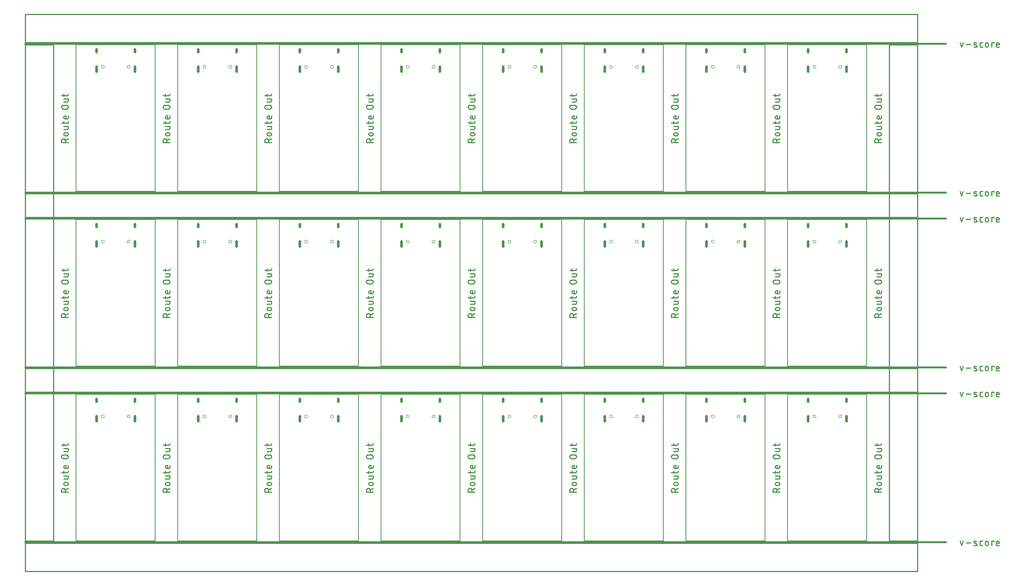
<source format=gko>
G04 EAGLE Gerber RS-274X export*
G75*
%MOMM*%
%FSLAX34Y34*%
%LPD*%
%IN*%
%IPPOS*%
%AMOC8*
5,1,8,0,0,1.08239X$1,22.5*%
G01*
%ADD10C,0.203200*%
%ADD11C,0.279400*%
%ADD12C,0.254000*%
%ADD13C,0.381000*%
%ADD14C,0.000000*%
%ADD15C,0.600000*%


D10*
X0Y330200D02*
X0Y0D01*
X177800Y0D01*
X177800Y330200D01*
X0Y330200D01*
D11*
X-17907Y110604D02*
X-32893Y110604D01*
X-32893Y114767D01*
X-32891Y114895D01*
X-32885Y115023D01*
X-32875Y115151D01*
X-32861Y115279D01*
X-32844Y115406D01*
X-32822Y115532D01*
X-32797Y115658D01*
X-32767Y115782D01*
X-32734Y115906D01*
X-32697Y116029D01*
X-32656Y116151D01*
X-32612Y116271D01*
X-32564Y116390D01*
X-32512Y116507D01*
X-32457Y116623D01*
X-32398Y116736D01*
X-32335Y116849D01*
X-32269Y116959D01*
X-32200Y117066D01*
X-32128Y117172D01*
X-32052Y117276D01*
X-31973Y117377D01*
X-31891Y117476D01*
X-31806Y117572D01*
X-31719Y117665D01*
X-31628Y117756D01*
X-31535Y117843D01*
X-31439Y117928D01*
X-31340Y118010D01*
X-31239Y118089D01*
X-31135Y118165D01*
X-31029Y118237D01*
X-30922Y118306D01*
X-30811Y118372D01*
X-30699Y118435D01*
X-30586Y118494D01*
X-30470Y118549D01*
X-30353Y118601D01*
X-30234Y118649D01*
X-30114Y118693D01*
X-29992Y118734D01*
X-29869Y118771D01*
X-29745Y118804D01*
X-29621Y118834D01*
X-29495Y118859D01*
X-29369Y118881D01*
X-29242Y118898D01*
X-29114Y118912D01*
X-28986Y118922D01*
X-28858Y118928D01*
X-28730Y118930D01*
X-28602Y118928D01*
X-28474Y118922D01*
X-28346Y118912D01*
X-28218Y118898D01*
X-28091Y118881D01*
X-27965Y118859D01*
X-27839Y118834D01*
X-27715Y118804D01*
X-27591Y118771D01*
X-27468Y118734D01*
X-27346Y118693D01*
X-27226Y118649D01*
X-27107Y118601D01*
X-26990Y118549D01*
X-26874Y118494D01*
X-26761Y118435D01*
X-26649Y118372D01*
X-26538Y118306D01*
X-26431Y118237D01*
X-26325Y118165D01*
X-26221Y118089D01*
X-26120Y118010D01*
X-26021Y117928D01*
X-25925Y117843D01*
X-25832Y117756D01*
X-25741Y117665D01*
X-25654Y117572D01*
X-25569Y117476D01*
X-25487Y117377D01*
X-25408Y117276D01*
X-25332Y117172D01*
X-25260Y117066D01*
X-25191Y116959D01*
X-25125Y116849D01*
X-25062Y116736D01*
X-25003Y116623D01*
X-24948Y116507D01*
X-24896Y116390D01*
X-24848Y116271D01*
X-24804Y116151D01*
X-24763Y116029D01*
X-24726Y115906D01*
X-24693Y115782D01*
X-24663Y115658D01*
X-24638Y115532D01*
X-24616Y115406D01*
X-24599Y115279D01*
X-24585Y115151D01*
X-24575Y115023D01*
X-24569Y114895D01*
X-24567Y114767D01*
X-24567Y110604D01*
X-24567Y115599D02*
X-17907Y118929D01*
X-21237Y125888D02*
X-24567Y125888D01*
X-24681Y125890D01*
X-24794Y125896D01*
X-24908Y125905D01*
X-25020Y125919D01*
X-25133Y125936D01*
X-25245Y125958D01*
X-25355Y125983D01*
X-25465Y126011D01*
X-25574Y126044D01*
X-25682Y126080D01*
X-25789Y126120D01*
X-25894Y126164D01*
X-25997Y126211D01*
X-26099Y126261D01*
X-26199Y126315D01*
X-26297Y126373D01*
X-26393Y126434D01*
X-26487Y126497D01*
X-26579Y126565D01*
X-26669Y126635D01*
X-26755Y126708D01*
X-26840Y126784D01*
X-26922Y126863D01*
X-27001Y126945D01*
X-27077Y127030D01*
X-27150Y127116D01*
X-27220Y127206D01*
X-27288Y127298D01*
X-27351Y127392D01*
X-27412Y127488D01*
X-27470Y127586D01*
X-27524Y127686D01*
X-27574Y127788D01*
X-27621Y127891D01*
X-27665Y127996D01*
X-27705Y128103D01*
X-27741Y128211D01*
X-27774Y128320D01*
X-27802Y128430D01*
X-27827Y128540D01*
X-27849Y128652D01*
X-27866Y128765D01*
X-27880Y128877D01*
X-27889Y128991D01*
X-27895Y129104D01*
X-27897Y129218D01*
X-27895Y129332D01*
X-27889Y129445D01*
X-27880Y129559D01*
X-27866Y129671D01*
X-27849Y129784D01*
X-27827Y129896D01*
X-27802Y130006D01*
X-27774Y130116D01*
X-27741Y130225D01*
X-27705Y130333D01*
X-27665Y130440D01*
X-27621Y130545D01*
X-27574Y130648D01*
X-27524Y130750D01*
X-27470Y130850D01*
X-27412Y130948D01*
X-27351Y131044D01*
X-27288Y131138D01*
X-27220Y131230D01*
X-27150Y131320D01*
X-27077Y131406D01*
X-27001Y131491D01*
X-26922Y131573D01*
X-26840Y131652D01*
X-26755Y131728D01*
X-26669Y131801D01*
X-26579Y131871D01*
X-26487Y131939D01*
X-26393Y132002D01*
X-26297Y132063D01*
X-26199Y132121D01*
X-26099Y132175D01*
X-25997Y132225D01*
X-25894Y132272D01*
X-25789Y132316D01*
X-25682Y132356D01*
X-25574Y132392D01*
X-25465Y132425D01*
X-25355Y132453D01*
X-25245Y132478D01*
X-25133Y132500D01*
X-25020Y132517D01*
X-24908Y132531D01*
X-24794Y132540D01*
X-24681Y132546D01*
X-24567Y132548D01*
X-21237Y132548D01*
X-21123Y132546D01*
X-21010Y132540D01*
X-20896Y132531D01*
X-20784Y132517D01*
X-20671Y132500D01*
X-20559Y132478D01*
X-20449Y132453D01*
X-20339Y132425D01*
X-20230Y132392D01*
X-20122Y132356D01*
X-20015Y132316D01*
X-19910Y132272D01*
X-19807Y132225D01*
X-19705Y132175D01*
X-19605Y132121D01*
X-19507Y132063D01*
X-19411Y132002D01*
X-19317Y131939D01*
X-19225Y131871D01*
X-19135Y131801D01*
X-19049Y131728D01*
X-18964Y131652D01*
X-18882Y131573D01*
X-18803Y131491D01*
X-18727Y131406D01*
X-18654Y131320D01*
X-18584Y131230D01*
X-18516Y131138D01*
X-18453Y131044D01*
X-18392Y130948D01*
X-18334Y130850D01*
X-18280Y130750D01*
X-18230Y130648D01*
X-18183Y130545D01*
X-18139Y130440D01*
X-18099Y130333D01*
X-18063Y130225D01*
X-18030Y130116D01*
X-18002Y130006D01*
X-17977Y129896D01*
X-17955Y129784D01*
X-17938Y129671D01*
X-17924Y129559D01*
X-17915Y129445D01*
X-17909Y129332D01*
X-17907Y129218D01*
X-17909Y129104D01*
X-17915Y128991D01*
X-17924Y128877D01*
X-17938Y128765D01*
X-17955Y128652D01*
X-17977Y128540D01*
X-18002Y128430D01*
X-18030Y128320D01*
X-18063Y128211D01*
X-18099Y128103D01*
X-18139Y127996D01*
X-18183Y127891D01*
X-18230Y127788D01*
X-18280Y127686D01*
X-18334Y127586D01*
X-18392Y127488D01*
X-18453Y127392D01*
X-18516Y127298D01*
X-18584Y127206D01*
X-18654Y127116D01*
X-18727Y127030D01*
X-18803Y126945D01*
X-18882Y126863D01*
X-18964Y126784D01*
X-19049Y126708D01*
X-19135Y126635D01*
X-19225Y126565D01*
X-19317Y126497D01*
X-19411Y126434D01*
X-19507Y126373D01*
X-19605Y126315D01*
X-19705Y126261D01*
X-19807Y126211D01*
X-19910Y126164D01*
X-20015Y126120D01*
X-20122Y126080D01*
X-20230Y126044D01*
X-20339Y126011D01*
X-20449Y125983D01*
X-20559Y125958D01*
X-20671Y125936D01*
X-20784Y125919D01*
X-20896Y125905D01*
X-21010Y125896D01*
X-21123Y125890D01*
X-21237Y125888D01*
X-20405Y139956D02*
X-27898Y139956D01*
X-20405Y139955D02*
X-20307Y139957D01*
X-20209Y139963D01*
X-20111Y139972D01*
X-20014Y139986D01*
X-19918Y140003D01*
X-19822Y140024D01*
X-19727Y140049D01*
X-19633Y140077D01*
X-19540Y140109D01*
X-19449Y140145D01*
X-19359Y140184D01*
X-19271Y140227D01*
X-19184Y140274D01*
X-19100Y140323D01*
X-19017Y140376D01*
X-18937Y140432D01*
X-18859Y140491D01*
X-18783Y140554D01*
X-18709Y140619D01*
X-18639Y140687D01*
X-18571Y140757D01*
X-18506Y140831D01*
X-18443Y140907D01*
X-18384Y140985D01*
X-18328Y141065D01*
X-18275Y141148D01*
X-18226Y141232D01*
X-18179Y141319D01*
X-18136Y141407D01*
X-18097Y141497D01*
X-18061Y141588D01*
X-18029Y141681D01*
X-18001Y141775D01*
X-17976Y141870D01*
X-17955Y141966D01*
X-17938Y142062D01*
X-17924Y142159D01*
X-17915Y142257D01*
X-17909Y142355D01*
X-17907Y142453D01*
X-17907Y146616D01*
X-27898Y146616D01*
X-27898Y152597D02*
X-27898Y157592D01*
X-32893Y154262D02*
X-20405Y154262D01*
X-20307Y154264D01*
X-20209Y154270D01*
X-20111Y154279D01*
X-20014Y154293D01*
X-19918Y154310D01*
X-19822Y154331D01*
X-19727Y154356D01*
X-19633Y154384D01*
X-19540Y154416D01*
X-19449Y154452D01*
X-19359Y154491D01*
X-19271Y154534D01*
X-19184Y154581D01*
X-19100Y154630D01*
X-19017Y154683D01*
X-18937Y154739D01*
X-18859Y154798D01*
X-18783Y154861D01*
X-18709Y154926D01*
X-18639Y154994D01*
X-18571Y155064D01*
X-18506Y155138D01*
X-18443Y155214D01*
X-18384Y155292D01*
X-18328Y155372D01*
X-18275Y155455D01*
X-18226Y155539D01*
X-18179Y155626D01*
X-18136Y155714D01*
X-18097Y155804D01*
X-18061Y155895D01*
X-18029Y155988D01*
X-18001Y156082D01*
X-17976Y156177D01*
X-17955Y156273D01*
X-17938Y156369D01*
X-17924Y156466D01*
X-17915Y156564D01*
X-17909Y156662D01*
X-17907Y156760D01*
X-17907Y157592D01*
X-17907Y166421D02*
X-17907Y170584D01*
X-17907Y166421D02*
X-17909Y166323D01*
X-17915Y166225D01*
X-17924Y166127D01*
X-17938Y166030D01*
X-17955Y165934D01*
X-17976Y165838D01*
X-18001Y165743D01*
X-18029Y165649D01*
X-18061Y165556D01*
X-18097Y165465D01*
X-18136Y165375D01*
X-18179Y165287D01*
X-18226Y165200D01*
X-18275Y165116D01*
X-18328Y165033D01*
X-18384Y164953D01*
X-18443Y164875D01*
X-18506Y164799D01*
X-18571Y164725D01*
X-18639Y164655D01*
X-18709Y164587D01*
X-18783Y164522D01*
X-18859Y164459D01*
X-18937Y164400D01*
X-19017Y164344D01*
X-19100Y164291D01*
X-19184Y164242D01*
X-19271Y164195D01*
X-19359Y164152D01*
X-19449Y164113D01*
X-19540Y164077D01*
X-19633Y164045D01*
X-19727Y164017D01*
X-19822Y163992D01*
X-19918Y163971D01*
X-20014Y163954D01*
X-20111Y163940D01*
X-20209Y163931D01*
X-20307Y163925D01*
X-20405Y163923D01*
X-20405Y163924D02*
X-24567Y163924D01*
X-24681Y163926D01*
X-24794Y163932D01*
X-24908Y163941D01*
X-25020Y163955D01*
X-25133Y163972D01*
X-25245Y163994D01*
X-25355Y164019D01*
X-25465Y164047D01*
X-25574Y164080D01*
X-25682Y164116D01*
X-25789Y164156D01*
X-25894Y164200D01*
X-25997Y164247D01*
X-26099Y164297D01*
X-26199Y164351D01*
X-26297Y164409D01*
X-26393Y164470D01*
X-26487Y164533D01*
X-26579Y164601D01*
X-26669Y164671D01*
X-26755Y164744D01*
X-26840Y164820D01*
X-26922Y164899D01*
X-27001Y164981D01*
X-27077Y165066D01*
X-27150Y165152D01*
X-27220Y165242D01*
X-27288Y165334D01*
X-27351Y165428D01*
X-27412Y165524D01*
X-27470Y165622D01*
X-27524Y165722D01*
X-27574Y165824D01*
X-27621Y165927D01*
X-27665Y166032D01*
X-27705Y166139D01*
X-27741Y166247D01*
X-27774Y166356D01*
X-27802Y166466D01*
X-27827Y166576D01*
X-27849Y166688D01*
X-27866Y166801D01*
X-27880Y166913D01*
X-27889Y167027D01*
X-27895Y167140D01*
X-27897Y167254D01*
X-27895Y167368D01*
X-27889Y167481D01*
X-27880Y167595D01*
X-27866Y167707D01*
X-27849Y167820D01*
X-27827Y167932D01*
X-27802Y168042D01*
X-27774Y168152D01*
X-27741Y168261D01*
X-27705Y168369D01*
X-27665Y168476D01*
X-27621Y168581D01*
X-27574Y168684D01*
X-27524Y168786D01*
X-27470Y168886D01*
X-27412Y168984D01*
X-27351Y169080D01*
X-27288Y169174D01*
X-27220Y169266D01*
X-27150Y169356D01*
X-27077Y169442D01*
X-27001Y169527D01*
X-26922Y169609D01*
X-26840Y169688D01*
X-26755Y169764D01*
X-26669Y169837D01*
X-26579Y169907D01*
X-26487Y169975D01*
X-26393Y170038D01*
X-26297Y170099D01*
X-26199Y170157D01*
X-26099Y170211D01*
X-25997Y170261D01*
X-25894Y170308D01*
X-25789Y170352D01*
X-25682Y170392D01*
X-25574Y170428D01*
X-25465Y170461D01*
X-25355Y170489D01*
X-25245Y170514D01*
X-25133Y170536D01*
X-25020Y170553D01*
X-24908Y170567D01*
X-24794Y170576D01*
X-24681Y170582D01*
X-24567Y170584D01*
X-22902Y170584D01*
X-22902Y163924D01*
X-22070Y186017D02*
X-28730Y186017D01*
X-28858Y186019D01*
X-28986Y186025D01*
X-29114Y186035D01*
X-29242Y186049D01*
X-29369Y186066D01*
X-29495Y186088D01*
X-29621Y186113D01*
X-29745Y186143D01*
X-29869Y186176D01*
X-29992Y186213D01*
X-30114Y186254D01*
X-30234Y186298D01*
X-30353Y186346D01*
X-30470Y186398D01*
X-30586Y186453D01*
X-30699Y186512D01*
X-30812Y186575D01*
X-30922Y186641D01*
X-31029Y186710D01*
X-31135Y186782D01*
X-31239Y186858D01*
X-31340Y186937D01*
X-31439Y187019D01*
X-31535Y187104D01*
X-31628Y187191D01*
X-31719Y187282D01*
X-31806Y187375D01*
X-31891Y187471D01*
X-31973Y187570D01*
X-32052Y187671D01*
X-32128Y187775D01*
X-32200Y187881D01*
X-32269Y187988D01*
X-32335Y188099D01*
X-32398Y188211D01*
X-32457Y188324D01*
X-32512Y188440D01*
X-32564Y188557D01*
X-32612Y188676D01*
X-32656Y188796D01*
X-32697Y188918D01*
X-32734Y189041D01*
X-32767Y189165D01*
X-32797Y189289D01*
X-32822Y189415D01*
X-32844Y189541D01*
X-32861Y189668D01*
X-32875Y189796D01*
X-32885Y189924D01*
X-32891Y190052D01*
X-32893Y190180D01*
X-32891Y190308D01*
X-32885Y190436D01*
X-32875Y190564D01*
X-32861Y190692D01*
X-32844Y190819D01*
X-32822Y190945D01*
X-32797Y191071D01*
X-32767Y191195D01*
X-32734Y191319D01*
X-32697Y191442D01*
X-32656Y191564D01*
X-32612Y191684D01*
X-32564Y191803D01*
X-32512Y191920D01*
X-32457Y192036D01*
X-32398Y192149D01*
X-32335Y192262D01*
X-32269Y192372D01*
X-32200Y192479D01*
X-32128Y192585D01*
X-32052Y192689D01*
X-31973Y192790D01*
X-31891Y192889D01*
X-31806Y192985D01*
X-31719Y193078D01*
X-31628Y193169D01*
X-31535Y193256D01*
X-31439Y193341D01*
X-31340Y193423D01*
X-31239Y193502D01*
X-31135Y193578D01*
X-31029Y193650D01*
X-30922Y193719D01*
X-30811Y193785D01*
X-30699Y193848D01*
X-30586Y193907D01*
X-30470Y193962D01*
X-30353Y194014D01*
X-30234Y194062D01*
X-30114Y194106D01*
X-29992Y194147D01*
X-29869Y194184D01*
X-29745Y194217D01*
X-29621Y194247D01*
X-29495Y194272D01*
X-29369Y194294D01*
X-29242Y194311D01*
X-29114Y194325D01*
X-28986Y194335D01*
X-28858Y194341D01*
X-28730Y194343D01*
X-28730Y194342D02*
X-22070Y194342D01*
X-22070Y194343D02*
X-21942Y194341D01*
X-21814Y194335D01*
X-21686Y194325D01*
X-21558Y194311D01*
X-21431Y194294D01*
X-21305Y194272D01*
X-21179Y194247D01*
X-21055Y194217D01*
X-20931Y194184D01*
X-20808Y194147D01*
X-20686Y194106D01*
X-20566Y194062D01*
X-20447Y194014D01*
X-20330Y193962D01*
X-20214Y193907D01*
X-20101Y193848D01*
X-19988Y193785D01*
X-19878Y193719D01*
X-19771Y193650D01*
X-19665Y193578D01*
X-19561Y193502D01*
X-19460Y193423D01*
X-19361Y193341D01*
X-19265Y193256D01*
X-19172Y193169D01*
X-19081Y193078D01*
X-18994Y192985D01*
X-18909Y192889D01*
X-18827Y192790D01*
X-18748Y192689D01*
X-18672Y192585D01*
X-18600Y192479D01*
X-18531Y192372D01*
X-18465Y192261D01*
X-18402Y192149D01*
X-18343Y192036D01*
X-18288Y191920D01*
X-18236Y191803D01*
X-18188Y191684D01*
X-18144Y191564D01*
X-18103Y191442D01*
X-18066Y191319D01*
X-18033Y191195D01*
X-18003Y191071D01*
X-17978Y190945D01*
X-17956Y190819D01*
X-17939Y190692D01*
X-17925Y190564D01*
X-17915Y190436D01*
X-17909Y190308D01*
X-17907Y190180D01*
X-17909Y190052D01*
X-17915Y189924D01*
X-17925Y189796D01*
X-17939Y189668D01*
X-17956Y189541D01*
X-17978Y189415D01*
X-18003Y189289D01*
X-18033Y189165D01*
X-18066Y189041D01*
X-18103Y188918D01*
X-18144Y188796D01*
X-18188Y188676D01*
X-18236Y188557D01*
X-18288Y188440D01*
X-18343Y188324D01*
X-18402Y188211D01*
X-18465Y188099D01*
X-18531Y187988D01*
X-18600Y187881D01*
X-18672Y187775D01*
X-18748Y187671D01*
X-18827Y187570D01*
X-18909Y187471D01*
X-18994Y187375D01*
X-19081Y187282D01*
X-19172Y187191D01*
X-19265Y187104D01*
X-19361Y187019D01*
X-19460Y186937D01*
X-19561Y186858D01*
X-19665Y186782D01*
X-19771Y186710D01*
X-19878Y186641D01*
X-19989Y186575D01*
X-20101Y186512D01*
X-20214Y186453D01*
X-20330Y186398D01*
X-20447Y186346D01*
X-20566Y186298D01*
X-20686Y186254D01*
X-20808Y186213D01*
X-20931Y186176D01*
X-21055Y186143D01*
X-21179Y186113D01*
X-21305Y186088D01*
X-21431Y186066D01*
X-21558Y186049D01*
X-21686Y186035D01*
X-21814Y186025D01*
X-21942Y186019D01*
X-22070Y186017D01*
X-20405Y201959D02*
X-27898Y201959D01*
X-20405Y201959D02*
X-20307Y201961D01*
X-20209Y201967D01*
X-20111Y201976D01*
X-20014Y201990D01*
X-19918Y202007D01*
X-19822Y202028D01*
X-19727Y202053D01*
X-19633Y202081D01*
X-19540Y202113D01*
X-19449Y202149D01*
X-19359Y202188D01*
X-19271Y202231D01*
X-19184Y202278D01*
X-19100Y202327D01*
X-19017Y202380D01*
X-18937Y202436D01*
X-18859Y202495D01*
X-18783Y202558D01*
X-18709Y202623D01*
X-18639Y202691D01*
X-18571Y202761D01*
X-18506Y202835D01*
X-18443Y202911D01*
X-18384Y202989D01*
X-18328Y203069D01*
X-18275Y203152D01*
X-18226Y203236D01*
X-18179Y203323D01*
X-18136Y203411D01*
X-18097Y203501D01*
X-18061Y203592D01*
X-18029Y203685D01*
X-18001Y203779D01*
X-17976Y203874D01*
X-17955Y203970D01*
X-17938Y204066D01*
X-17924Y204163D01*
X-17915Y204261D01*
X-17909Y204359D01*
X-17907Y204457D01*
X-17907Y208620D01*
X-27898Y208620D01*
X-27898Y214601D02*
X-27898Y219596D01*
X-32893Y216266D02*
X-20405Y216266D01*
X-20307Y216268D01*
X-20209Y216274D01*
X-20111Y216283D01*
X-20014Y216297D01*
X-19918Y216314D01*
X-19822Y216335D01*
X-19727Y216360D01*
X-19633Y216388D01*
X-19540Y216420D01*
X-19449Y216456D01*
X-19359Y216495D01*
X-19271Y216538D01*
X-19184Y216585D01*
X-19100Y216634D01*
X-19017Y216687D01*
X-18937Y216743D01*
X-18859Y216802D01*
X-18783Y216865D01*
X-18709Y216930D01*
X-18639Y216998D01*
X-18571Y217068D01*
X-18506Y217142D01*
X-18443Y217218D01*
X-18384Y217296D01*
X-18328Y217376D01*
X-18275Y217459D01*
X-18226Y217543D01*
X-18179Y217630D01*
X-18136Y217718D01*
X-18097Y217808D01*
X-18061Y217899D01*
X-18029Y217992D01*
X-18001Y218086D01*
X-17976Y218181D01*
X-17955Y218277D01*
X-17938Y218373D01*
X-17924Y218470D01*
X-17915Y218568D01*
X-17909Y218666D01*
X-17907Y218764D01*
X-17907Y219596D01*
D10*
X228600Y330200D02*
X228600Y0D01*
X406400Y0D01*
X406400Y330200D01*
X228600Y330200D01*
D11*
X210693Y110604D02*
X195707Y110604D01*
X195707Y114767D01*
X195709Y114895D01*
X195715Y115023D01*
X195725Y115151D01*
X195739Y115279D01*
X195756Y115406D01*
X195778Y115532D01*
X195803Y115658D01*
X195833Y115782D01*
X195866Y115906D01*
X195903Y116029D01*
X195944Y116151D01*
X195988Y116271D01*
X196036Y116390D01*
X196088Y116507D01*
X196143Y116623D01*
X196202Y116736D01*
X196265Y116849D01*
X196331Y116959D01*
X196400Y117066D01*
X196472Y117172D01*
X196548Y117276D01*
X196627Y117377D01*
X196709Y117476D01*
X196794Y117572D01*
X196881Y117665D01*
X196972Y117756D01*
X197065Y117843D01*
X197161Y117928D01*
X197260Y118010D01*
X197361Y118089D01*
X197465Y118165D01*
X197571Y118237D01*
X197678Y118306D01*
X197789Y118372D01*
X197901Y118435D01*
X198014Y118494D01*
X198130Y118549D01*
X198247Y118601D01*
X198366Y118649D01*
X198486Y118693D01*
X198608Y118734D01*
X198731Y118771D01*
X198855Y118804D01*
X198979Y118834D01*
X199105Y118859D01*
X199231Y118881D01*
X199358Y118898D01*
X199486Y118912D01*
X199614Y118922D01*
X199742Y118928D01*
X199870Y118930D01*
X199998Y118928D01*
X200126Y118922D01*
X200254Y118912D01*
X200382Y118898D01*
X200509Y118881D01*
X200635Y118859D01*
X200761Y118834D01*
X200885Y118804D01*
X201009Y118771D01*
X201132Y118734D01*
X201254Y118693D01*
X201374Y118649D01*
X201493Y118601D01*
X201610Y118549D01*
X201726Y118494D01*
X201839Y118435D01*
X201952Y118372D01*
X202062Y118306D01*
X202169Y118237D01*
X202275Y118165D01*
X202379Y118089D01*
X202480Y118010D01*
X202579Y117928D01*
X202675Y117843D01*
X202768Y117756D01*
X202859Y117665D01*
X202946Y117572D01*
X203031Y117476D01*
X203113Y117377D01*
X203192Y117276D01*
X203268Y117172D01*
X203340Y117066D01*
X203409Y116959D01*
X203475Y116849D01*
X203538Y116736D01*
X203597Y116623D01*
X203652Y116507D01*
X203704Y116390D01*
X203752Y116271D01*
X203796Y116151D01*
X203837Y116029D01*
X203874Y115906D01*
X203907Y115782D01*
X203937Y115658D01*
X203962Y115532D01*
X203984Y115406D01*
X204001Y115279D01*
X204015Y115151D01*
X204025Y115023D01*
X204031Y114895D01*
X204033Y114767D01*
X204033Y110604D01*
X204033Y115599D02*
X210693Y118929D01*
X207363Y125888D02*
X204033Y125888D01*
X203919Y125890D01*
X203806Y125896D01*
X203692Y125905D01*
X203580Y125919D01*
X203467Y125936D01*
X203355Y125958D01*
X203245Y125983D01*
X203135Y126011D01*
X203026Y126044D01*
X202918Y126080D01*
X202811Y126120D01*
X202706Y126164D01*
X202603Y126211D01*
X202501Y126261D01*
X202401Y126315D01*
X202303Y126373D01*
X202207Y126434D01*
X202113Y126497D01*
X202021Y126565D01*
X201931Y126635D01*
X201845Y126708D01*
X201760Y126784D01*
X201678Y126863D01*
X201599Y126945D01*
X201523Y127030D01*
X201450Y127116D01*
X201380Y127206D01*
X201312Y127298D01*
X201249Y127392D01*
X201188Y127488D01*
X201130Y127586D01*
X201076Y127686D01*
X201026Y127788D01*
X200979Y127891D01*
X200935Y127996D01*
X200895Y128103D01*
X200859Y128211D01*
X200826Y128320D01*
X200798Y128430D01*
X200773Y128540D01*
X200751Y128652D01*
X200734Y128765D01*
X200720Y128877D01*
X200711Y128991D01*
X200705Y129104D01*
X200703Y129218D01*
X200705Y129332D01*
X200711Y129445D01*
X200720Y129559D01*
X200734Y129671D01*
X200751Y129784D01*
X200773Y129896D01*
X200798Y130006D01*
X200826Y130116D01*
X200859Y130225D01*
X200895Y130333D01*
X200935Y130440D01*
X200979Y130545D01*
X201026Y130648D01*
X201076Y130750D01*
X201130Y130850D01*
X201188Y130948D01*
X201249Y131044D01*
X201312Y131138D01*
X201380Y131230D01*
X201450Y131320D01*
X201523Y131406D01*
X201599Y131491D01*
X201678Y131573D01*
X201760Y131652D01*
X201845Y131728D01*
X201931Y131801D01*
X202021Y131871D01*
X202113Y131939D01*
X202207Y132002D01*
X202303Y132063D01*
X202401Y132121D01*
X202501Y132175D01*
X202603Y132225D01*
X202706Y132272D01*
X202811Y132316D01*
X202918Y132356D01*
X203026Y132392D01*
X203135Y132425D01*
X203245Y132453D01*
X203355Y132478D01*
X203467Y132500D01*
X203580Y132517D01*
X203692Y132531D01*
X203806Y132540D01*
X203919Y132546D01*
X204033Y132548D01*
X207363Y132548D01*
X207477Y132546D01*
X207590Y132540D01*
X207704Y132531D01*
X207816Y132517D01*
X207929Y132500D01*
X208041Y132478D01*
X208151Y132453D01*
X208261Y132425D01*
X208370Y132392D01*
X208478Y132356D01*
X208585Y132316D01*
X208690Y132272D01*
X208793Y132225D01*
X208895Y132175D01*
X208995Y132121D01*
X209093Y132063D01*
X209189Y132002D01*
X209283Y131939D01*
X209375Y131871D01*
X209465Y131801D01*
X209551Y131728D01*
X209636Y131652D01*
X209718Y131573D01*
X209797Y131491D01*
X209873Y131406D01*
X209946Y131320D01*
X210016Y131230D01*
X210084Y131138D01*
X210147Y131044D01*
X210208Y130948D01*
X210266Y130850D01*
X210320Y130750D01*
X210370Y130648D01*
X210417Y130545D01*
X210461Y130440D01*
X210501Y130333D01*
X210537Y130225D01*
X210570Y130116D01*
X210598Y130006D01*
X210623Y129896D01*
X210645Y129784D01*
X210662Y129671D01*
X210676Y129559D01*
X210685Y129445D01*
X210691Y129332D01*
X210693Y129218D01*
X210691Y129104D01*
X210685Y128991D01*
X210676Y128877D01*
X210662Y128765D01*
X210645Y128652D01*
X210623Y128540D01*
X210598Y128430D01*
X210570Y128320D01*
X210537Y128211D01*
X210501Y128103D01*
X210461Y127996D01*
X210417Y127891D01*
X210370Y127788D01*
X210320Y127686D01*
X210266Y127586D01*
X210208Y127488D01*
X210147Y127392D01*
X210084Y127298D01*
X210016Y127206D01*
X209946Y127116D01*
X209873Y127030D01*
X209797Y126945D01*
X209718Y126863D01*
X209636Y126784D01*
X209551Y126708D01*
X209465Y126635D01*
X209375Y126565D01*
X209283Y126497D01*
X209189Y126434D01*
X209093Y126373D01*
X208995Y126315D01*
X208895Y126261D01*
X208793Y126211D01*
X208690Y126164D01*
X208585Y126120D01*
X208478Y126080D01*
X208370Y126044D01*
X208261Y126011D01*
X208151Y125983D01*
X208041Y125958D01*
X207929Y125936D01*
X207816Y125919D01*
X207704Y125905D01*
X207590Y125896D01*
X207477Y125890D01*
X207363Y125888D01*
X208195Y139956D02*
X200702Y139956D01*
X208195Y139955D02*
X208293Y139957D01*
X208391Y139963D01*
X208489Y139972D01*
X208586Y139986D01*
X208682Y140003D01*
X208778Y140024D01*
X208873Y140049D01*
X208967Y140077D01*
X209060Y140109D01*
X209151Y140145D01*
X209241Y140184D01*
X209329Y140227D01*
X209416Y140274D01*
X209500Y140323D01*
X209583Y140376D01*
X209663Y140432D01*
X209742Y140491D01*
X209817Y140554D01*
X209891Y140619D01*
X209961Y140687D01*
X210029Y140757D01*
X210095Y140831D01*
X210157Y140907D01*
X210216Y140985D01*
X210272Y141065D01*
X210325Y141148D01*
X210375Y141232D01*
X210421Y141319D01*
X210464Y141407D01*
X210503Y141497D01*
X210539Y141588D01*
X210571Y141681D01*
X210599Y141775D01*
X210624Y141870D01*
X210645Y141966D01*
X210662Y142062D01*
X210676Y142159D01*
X210685Y142257D01*
X210691Y142355D01*
X210693Y142453D01*
X210693Y146616D01*
X200702Y146616D01*
X200702Y152597D02*
X200702Y157592D01*
X195707Y154262D02*
X208195Y154262D01*
X208293Y154264D01*
X208391Y154270D01*
X208489Y154279D01*
X208586Y154293D01*
X208682Y154310D01*
X208778Y154331D01*
X208873Y154356D01*
X208967Y154384D01*
X209060Y154416D01*
X209151Y154452D01*
X209241Y154491D01*
X209329Y154534D01*
X209416Y154581D01*
X209500Y154630D01*
X209583Y154683D01*
X209663Y154739D01*
X209742Y154798D01*
X209817Y154861D01*
X209891Y154926D01*
X209961Y154994D01*
X210029Y155064D01*
X210095Y155138D01*
X210157Y155214D01*
X210216Y155292D01*
X210272Y155372D01*
X210325Y155455D01*
X210375Y155539D01*
X210421Y155626D01*
X210464Y155714D01*
X210503Y155804D01*
X210539Y155895D01*
X210571Y155988D01*
X210599Y156082D01*
X210624Y156177D01*
X210645Y156273D01*
X210662Y156369D01*
X210676Y156466D01*
X210685Y156564D01*
X210691Y156662D01*
X210693Y156760D01*
X210693Y157592D01*
X210693Y166421D02*
X210693Y170584D01*
X210693Y166421D02*
X210691Y166323D01*
X210685Y166225D01*
X210676Y166127D01*
X210662Y166030D01*
X210645Y165934D01*
X210624Y165838D01*
X210599Y165743D01*
X210571Y165649D01*
X210539Y165556D01*
X210503Y165465D01*
X210464Y165375D01*
X210421Y165287D01*
X210374Y165200D01*
X210325Y165116D01*
X210272Y165033D01*
X210216Y164953D01*
X210157Y164875D01*
X210095Y164799D01*
X210029Y164725D01*
X209961Y164655D01*
X209891Y164587D01*
X209817Y164522D01*
X209742Y164459D01*
X209663Y164400D01*
X209583Y164344D01*
X209500Y164291D01*
X209416Y164242D01*
X209329Y164195D01*
X209241Y164152D01*
X209151Y164113D01*
X209060Y164077D01*
X208967Y164045D01*
X208873Y164017D01*
X208778Y163992D01*
X208682Y163971D01*
X208586Y163954D01*
X208489Y163940D01*
X208391Y163931D01*
X208293Y163925D01*
X208195Y163923D01*
X208195Y163924D02*
X204033Y163924D01*
X203919Y163926D01*
X203806Y163932D01*
X203692Y163941D01*
X203580Y163955D01*
X203467Y163972D01*
X203355Y163994D01*
X203245Y164019D01*
X203135Y164047D01*
X203026Y164080D01*
X202918Y164116D01*
X202811Y164156D01*
X202706Y164200D01*
X202603Y164247D01*
X202501Y164297D01*
X202401Y164351D01*
X202303Y164409D01*
X202207Y164470D01*
X202113Y164533D01*
X202021Y164601D01*
X201931Y164671D01*
X201845Y164744D01*
X201760Y164820D01*
X201678Y164899D01*
X201599Y164981D01*
X201523Y165066D01*
X201450Y165152D01*
X201380Y165242D01*
X201312Y165334D01*
X201249Y165428D01*
X201188Y165524D01*
X201130Y165622D01*
X201076Y165722D01*
X201026Y165824D01*
X200979Y165927D01*
X200935Y166032D01*
X200895Y166139D01*
X200859Y166247D01*
X200826Y166356D01*
X200798Y166466D01*
X200773Y166576D01*
X200751Y166688D01*
X200734Y166801D01*
X200720Y166913D01*
X200711Y167027D01*
X200705Y167140D01*
X200703Y167254D01*
X200705Y167368D01*
X200711Y167481D01*
X200720Y167595D01*
X200734Y167707D01*
X200751Y167820D01*
X200773Y167932D01*
X200798Y168042D01*
X200826Y168152D01*
X200859Y168261D01*
X200895Y168369D01*
X200935Y168476D01*
X200979Y168581D01*
X201026Y168684D01*
X201076Y168786D01*
X201130Y168886D01*
X201188Y168984D01*
X201249Y169080D01*
X201312Y169174D01*
X201380Y169266D01*
X201450Y169356D01*
X201523Y169442D01*
X201599Y169527D01*
X201678Y169609D01*
X201760Y169688D01*
X201845Y169764D01*
X201931Y169837D01*
X202021Y169907D01*
X202113Y169975D01*
X202207Y170038D01*
X202303Y170099D01*
X202401Y170157D01*
X202501Y170211D01*
X202603Y170261D01*
X202706Y170308D01*
X202811Y170352D01*
X202918Y170392D01*
X203026Y170428D01*
X203135Y170461D01*
X203245Y170489D01*
X203355Y170514D01*
X203467Y170536D01*
X203580Y170553D01*
X203692Y170567D01*
X203806Y170576D01*
X203919Y170582D01*
X204033Y170584D01*
X205698Y170584D01*
X205698Y163924D01*
X206530Y186017D02*
X199870Y186017D01*
X199742Y186019D01*
X199614Y186025D01*
X199486Y186035D01*
X199358Y186049D01*
X199231Y186066D01*
X199105Y186088D01*
X198979Y186113D01*
X198855Y186143D01*
X198731Y186176D01*
X198608Y186213D01*
X198486Y186254D01*
X198366Y186298D01*
X198247Y186346D01*
X198130Y186398D01*
X198014Y186453D01*
X197901Y186512D01*
X197788Y186575D01*
X197678Y186641D01*
X197571Y186710D01*
X197465Y186782D01*
X197361Y186858D01*
X197260Y186937D01*
X197161Y187019D01*
X197065Y187104D01*
X196972Y187191D01*
X196881Y187282D01*
X196794Y187375D01*
X196709Y187471D01*
X196627Y187570D01*
X196548Y187671D01*
X196472Y187775D01*
X196400Y187881D01*
X196331Y187988D01*
X196265Y188099D01*
X196202Y188211D01*
X196143Y188324D01*
X196088Y188440D01*
X196036Y188557D01*
X195988Y188676D01*
X195944Y188796D01*
X195903Y188918D01*
X195866Y189041D01*
X195833Y189165D01*
X195803Y189289D01*
X195778Y189415D01*
X195756Y189541D01*
X195739Y189668D01*
X195725Y189796D01*
X195715Y189924D01*
X195709Y190052D01*
X195707Y190180D01*
X195709Y190308D01*
X195715Y190436D01*
X195725Y190564D01*
X195739Y190692D01*
X195756Y190819D01*
X195778Y190945D01*
X195803Y191071D01*
X195833Y191195D01*
X195866Y191319D01*
X195903Y191442D01*
X195944Y191564D01*
X195988Y191684D01*
X196036Y191803D01*
X196088Y191920D01*
X196143Y192036D01*
X196202Y192149D01*
X196265Y192262D01*
X196331Y192372D01*
X196400Y192479D01*
X196472Y192585D01*
X196548Y192689D01*
X196627Y192790D01*
X196709Y192889D01*
X196794Y192985D01*
X196881Y193078D01*
X196972Y193169D01*
X197065Y193256D01*
X197161Y193341D01*
X197260Y193423D01*
X197361Y193502D01*
X197465Y193578D01*
X197571Y193650D01*
X197678Y193719D01*
X197789Y193785D01*
X197901Y193848D01*
X198014Y193907D01*
X198130Y193962D01*
X198247Y194014D01*
X198366Y194062D01*
X198486Y194106D01*
X198608Y194147D01*
X198731Y194184D01*
X198855Y194217D01*
X198979Y194247D01*
X199105Y194272D01*
X199231Y194294D01*
X199358Y194311D01*
X199486Y194325D01*
X199614Y194335D01*
X199742Y194341D01*
X199870Y194343D01*
X199870Y194342D02*
X206530Y194342D01*
X206530Y194343D02*
X206658Y194341D01*
X206786Y194335D01*
X206914Y194325D01*
X207042Y194311D01*
X207169Y194294D01*
X207295Y194272D01*
X207421Y194247D01*
X207545Y194217D01*
X207669Y194184D01*
X207792Y194147D01*
X207914Y194106D01*
X208034Y194062D01*
X208153Y194014D01*
X208270Y193962D01*
X208386Y193907D01*
X208499Y193848D01*
X208612Y193785D01*
X208722Y193719D01*
X208829Y193650D01*
X208935Y193578D01*
X209039Y193502D01*
X209140Y193423D01*
X209239Y193341D01*
X209335Y193256D01*
X209428Y193169D01*
X209519Y193078D01*
X209606Y192985D01*
X209691Y192889D01*
X209773Y192790D01*
X209852Y192689D01*
X209928Y192585D01*
X210000Y192479D01*
X210069Y192372D01*
X210135Y192261D01*
X210198Y192149D01*
X210257Y192036D01*
X210312Y191920D01*
X210364Y191803D01*
X210412Y191684D01*
X210456Y191564D01*
X210497Y191442D01*
X210534Y191319D01*
X210567Y191195D01*
X210597Y191071D01*
X210622Y190945D01*
X210644Y190819D01*
X210661Y190692D01*
X210675Y190564D01*
X210685Y190436D01*
X210691Y190308D01*
X210693Y190180D01*
X210691Y190052D01*
X210685Y189924D01*
X210675Y189796D01*
X210661Y189668D01*
X210644Y189541D01*
X210622Y189415D01*
X210597Y189289D01*
X210567Y189165D01*
X210534Y189041D01*
X210497Y188918D01*
X210456Y188796D01*
X210412Y188676D01*
X210364Y188557D01*
X210312Y188440D01*
X210257Y188324D01*
X210198Y188211D01*
X210135Y188099D01*
X210069Y187988D01*
X210000Y187881D01*
X209928Y187775D01*
X209852Y187671D01*
X209773Y187570D01*
X209691Y187471D01*
X209606Y187375D01*
X209519Y187282D01*
X209428Y187191D01*
X209335Y187104D01*
X209239Y187019D01*
X209140Y186937D01*
X209039Y186858D01*
X208935Y186782D01*
X208829Y186710D01*
X208722Y186641D01*
X208612Y186575D01*
X208499Y186512D01*
X208386Y186453D01*
X208270Y186398D01*
X208153Y186346D01*
X208034Y186298D01*
X207914Y186254D01*
X207792Y186213D01*
X207669Y186176D01*
X207545Y186143D01*
X207421Y186113D01*
X207295Y186088D01*
X207169Y186066D01*
X207042Y186049D01*
X206914Y186035D01*
X206786Y186025D01*
X206658Y186019D01*
X206530Y186017D01*
X208195Y201959D02*
X200702Y201959D01*
X208195Y201959D02*
X208293Y201961D01*
X208391Y201967D01*
X208489Y201976D01*
X208586Y201990D01*
X208682Y202007D01*
X208778Y202028D01*
X208873Y202053D01*
X208967Y202081D01*
X209060Y202113D01*
X209151Y202149D01*
X209241Y202188D01*
X209329Y202231D01*
X209416Y202278D01*
X209500Y202327D01*
X209583Y202380D01*
X209663Y202436D01*
X209742Y202495D01*
X209817Y202558D01*
X209891Y202623D01*
X209961Y202691D01*
X210029Y202761D01*
X210095Y202835D01*
X210157Y202911D01*
X210216Y202989D01*
X210272Y203069D01*
X210325Y203152D01*
X210375Y203236D01*
X210421Y203323D01*
X210464Y203411D01*
X210503Y203501D01*
X210539Y203592D01*
X210571Y203685D01*
X210599Y203779D01*
X210624Y203874D01*
X210645Y203970D01*
X210662Y204066D01*
X210676Y204163D01*
X210685Y204261D01*
X210691Y204359D01*
X210693Y204457D01*
X210693Y208620D01*
X200702Y208620D01*
X200702Y214601D02*
X200702Y219596D01*
X195707Y216266D02*
X208195Y216266D01*
X208195Y216265D02*
X208293Y216267D01*
X208391Y216273D01*
X208489Y216282D01*
X208586Y216296D01*
X208682Y216313D01*
X208778Y216334D01*
X208873Y216359D01*
X208967Y216387D01*
X209060Y216419D01*
X209151Y216455D01*
X209241Y216494D01*
X209329Y216537D01*
X209416Y216584D01*
X209500Y216633D01*
X209583Y216686D01*
X209663Y216742D01*
X209742Y216801D01*
X209817Y216864D01*
X209891Y216929D01*
X209961Y216997D01*
X210029Y217067D01*
X210095Y217141D01*
X210157Y217217D01*
X210216Y217295D01*
X210272Y217375D01*
X210325Y217458D01*
X210375Y217542D01*
X210421Y217629D01*
X210464Y217717D01*
X210503Y217807D01*
X210539Y217898D01*
X210571Y217991D01*
X210599Y218085D01*
X210624Y218180D01*
X210645Y218276D01*
X210662Y218372D01*
X210676Y218469D01*
X210685Y218567D01*
X210691Y218665D01*
X210693Y218763D01*
X210693Y218764D02*
X210693Y219596D01*
D10*
X457200Y330200D02*
X457200Y0D01*
X635000Y0D01*
X635000Y330200D01*
X457200Y330200D01*
D11*
X439293Y110604D02*
X424307Y110604D01*
X424307Y114767D01*
X424309Y114895D01*
X424315Y115023D01*
X424325Y115151D01*
X424339Y115279D01*
X424356Y115406D01*
X424378Y115532D01*
X424403Y115658D01*
X424433Y115782D01*
X424466Y115906D01*
X424503Y116029D01*
X424544Y116151D01*
X424588Y116271D01*
X424636Y116390D01*
X424688Y116507D01*
X424743Y116623D01*
X424802Y116736D01*
X424865Y116849D01*
X424931Y116959D01*
X425000Y117066D01*
X425072Y117172D01*
X425148Y117276D01*
X425227Y117377D01*
X425309Y117476D01*
X425394Y117572D01*
X425481Y117665D01*
X425572Y117756D01*
X425665Y117843D01*
X425761Y117928D01*
X425860Y118010D01*
X425961Y118089D01*
X426065Y118165D01*
X426171Y118237D01*
X426278Y118306D01*
X426389Y118372D01*
X426501Y118435D01*
X426614Y118494D01*
X426730Y118549D01*
X426847Y118601D01*
X426966Y118649D01*
X427086Y118693D01*
X427208Y118734D01*
X427331Y118771D01*
X427455Y118804D01*
X427579Y118834D01*
X427705Y118859D01*
X427831Y118881D01*
X427958Y118898D01*
X428086Y118912D01*
X428214Y118922D01*
X428342Y118928D01*
X428470Y118930D01*
X428598Y118928D01*
X428726Y118922D01*
X428854Y118912D01*
X428982Y118898D01*
X429109Y118881D01*
X429235Y118859D01*
X429361Y118834D01*
X429485Y118804D01*
X429609Y118771D01*
X429732Y118734D01*
X429854Y118693D01*
X429974Y118649D01*
X430093Y118601D01*
X430210Y118549D01*
X430326Y118494D01*
X430439Y118435D01*
X430552Y118372D01*
X430662Y118306D01*
X430769Y118237D01*
X430875Y118165D01*
X430979Y118089D01*
X431080Y118010D01*
X431179Y117928D01*
X431275Y117843D01*
X431368Y117756D01*
X431459Y117665D01*
X431546Y117572D01*
X431631Y117476D01*
X431713Y117377D01*
X431792Y117276D01*
X431868Y117172D01*
X431940Y117066D01*
X432009Y116959D01*
X432075Y116849D01*
X432138Y116736D01*
X432197Y116623D01*
X432252Y116507D01*
X432304Y116390D01*
X432352Y116271D01*
X432396Y116151D01*
X432437Y116029D01*
X432474Y115906D01*
X432507Y115782D01*
X432537Y115658D01*
X432562Y115532D01*
X432584Y115406D01*
X432601Y115279D01*
X432615Y115151D01*
X432625Y115023D01*
X432631Y114895D01*
X432633Y114767D01*
X432633Y110604D01*
X432633Y115599D02*
X439293Y118929D01*
X435963Y125888D02*
X432633Y125888D01*
X432519Y125890D01*
X432406Y125896D01*
X432292Y125905D01*
X432180Y125919D01*
X432067Y125936D01*
X431955Y125958D01*
X431845Y125983D01*
X431735Y126011D01*
X431626Y126044D01*
X431518Y126080D01*
X431411Y126120D01*
X431306Y126164D01*
X431203Y126211D01*
X431101Y126261D01*
X431001Y126315D01*
X430903Y126373D01*
X430807Y126434D01*
X430713Y126497D01*
X430621Y126565D01*
X430531Y126635D01*
X430445Y126708D01*
X430360Y126784D01*
X430278Y126863D01*
X430199Y126945D01*
X430123Y127030D01*
X430050Y127116D01*
X429980Y127206D01*
X429912Y127298D01*
X429849Y127392D01*
X429788Y127488D01*
X429730Y127586D01*
X429676Y127686D01*
X429626Y127788D01*
X429579Y127891D01*
X429535Y127996D01*
X429495Y128103D01*
X429459Y128211D01*
X429426Y128320D01*
X429398Y128430D01*
X429373Y128540D01*
X429351Y128652D01*
X429334Y128765D01*
X429320Y128877D01*
X429311Y128991D01*
X429305Y129104D01*
X429303Y129218D01*
X429305Y129332D01*
X429311Y129445D01*
X429320Y129559D01*
X429334Y129671D01*
X429351Y129784D01*
X429373Y129896D01*
X429398Y130006D01*
X429426Y130116D01*
X429459Y130225D01*
X429495Y130333D01*
X429535Y130440D01*
X429579Y130545D01*
X429626Y130648D01*
X429676Y130750D01*
X429730Y130850D01*
X429788Y130948D01*
X429849Y131044D01*
X429912Y131138D01*
X429980Y131230D01*
X430050Y131320D01*
X430123Y131406D01*
X430199Y131491D01*
X430278Y131573D01*
X430360Y131652D01*
X430445Y131728D01*
X430531Y131801D01*
X430621Y131871D01*
X430713Y131939D01*
X430807Y132002D01*
X430903Y132063D01*
X431001Y132121D01*
X431101Y132175D01*
X431203Y132225D01*
X431306Y132272D01*
X431411Y132316D01*
X431518Y132356D01*
X431626Y132392D01*
X431735Y132425D01*
X431845Y132453D01*
X431955Y132478D01*
X432067Y132500D01*
X432180Y132517D01*
X432292Y132531D01*
X432406Y132540D01*
X432519Y132546D01*
X432633Y132548D01*
X435963Y132548D01*
X436077Y132546D01*
X436190Y132540D01*
X436304Y132531D01*
X436416Y132517D01*
X436529Y132500D01*
X436641Y132478D01*
X436751Y132453D01*
X436861Y132425D01*
X436970Y132392D01*
X437078Y132356D01*
X437185Y132316D01*
X437290Y132272D01*
X437393Y132225D01*
X437495Y132175D01*
X437595Y132121D01*
X437693Y132063D01*
X437789Y132002D01*
X437883Y131939D01*
X437975Y131871D01*
X438065Y131801D01*
X438151Y131728D01*
X438236Y131652D01*
X438318Y131573D01*
X438397Y131491D01*
X438473Y131406D01*
X438546Y131320D01*
X438616Y131230D01*
X438684Y131138D01*
X438747Y131044D01*
X438808Y130948D01*
X438866Y130850D01*
X438920Y130750D01*
X438970Y130648D01*
X439017Y130545D01*
X439061Y130440D01*
X439101Y130333D01*
X439137Y130225D01*
X439170Y130116D01*
X439198Y130006D01*
X439223Y129896D01*
X439245Y129784D01*
X439262Y129671D01*
X439276Y129559D01*
X439285Y129445D01*
X439291Y129332D01*
X439293Y129218D01*
X439291Y129104D01*
X439285Y128991D01*
X439276Y128877D01*
X439262Y128765D01*
X439245Y128652D01*
X439223Y128540D01*
X439198Y128430D01*
X439170Y128320D01*
X439137Y128211D01*
X439101Y128103D01*
X439061Y127996D01*
X439017Y127891D01*
X438970Y127788D01*
X438920Y127686D01*
X438866Y127586D01*
X438808Y127488D01*
X438747Y127392D01*
X438684Y127298D01*
X438616Y127206D01*
X438546Y127116D01*
X438473Y127030D01*
X438397Y126945D01*
X438318Y126863D01*
X438236Y126784D01*
X438151Y126708D01*
X438065Y126635D01*
X437975Y126565D01*
X437883Y126497D01*
X437789Y126434D01*
X437693Y126373D01*
X437595Y126315D01*
X437495Y126261D01*
X437393Y126211D01*
X437290Y126164D01*
X437185Y126120D01*
X437078Y126080D01*
X436970Y126044D01*
X436861Y126011D01*
X436751Y125983D01*
X436641Y125958D01*
X436529Y125936D01*
X436416Y125919D01*
X436304Y125905D01*
X436190Y125896D01*
X436077Y125890D01*
X435963Y125888D01*
X436795Y139956D02*
X429302Y139956D01*
X436795Y139955D02*
X436893Y139957D01*
X436991Y139963D01*
X437089Y139972D01*
X437186Y139986D01*
X437282Y140003D01*
X437378Y140024D01*
X437473Y140049D01*
X437567Y140077D01*
X437660Y140109D01*
X437751Y140145D01*
X437841Y140184D01*
X437929Y140227D01*
X438016Y140274D01*
X438100Y140323D01*
X438183Y140376D01*
X438263Y140432D01*
X438342Y140491D01*
X438417Y140554D01*
X438491Y140619D01*
X438561Y140687D01*
X438629Y140757D01*
X438695Y140831D01*
X438757Y140907D01*
X438816Y140985D01*
X438872Y141065D01*
X438925Y141148D01*
X438975Y141232D01*
X439021Y141319D01*
X439064Y141407D01*
X439103Y141497D01*
X439139Y141588D01*
X439171Y141681D01*
X439199Y141775D01*
X439224Y141870D01*
X439245Y141966D01*
X439262Y142062D01*
X439276Y142159D01*
X439285Y142257D01*
X439291Y142355D01*
X439293Y142453D01*
X439293Y146616D01*
X429302Y146616D01*
X429302Y152597D02*
X429302Y157592D01*
X424307Y154262D02*
X436795Y154262D01*
X436893Y154264D01*
X436991Y154270D01*
X437089Y154279D01*
X437186Y154293D01*
X437282Y154310D01*
X437378Y154331D01*
X437473Y154356D01*
X437567Y154384D01*
X437660Y154416D01*
X437751Y154452D01*
X437841Y154491D01*
X437929Y154534D01*
X438016Y154581D01*
X438100Y154630D01*
X438183Y154683D01*
X438263Y154739D01*
X438342Y154798D01*
X438417Y154861D01*
X438491Y154926D01*
X438561Y154994D01*
X438629Y155064D01*
X438695Y155138D01*
X438757Y155214D01*
X438816Y155292D01*
X438872Y155372D01*
X438925Y155455D01*
X438975Y155539D01*
X439021Y155626D01*
X439064Y155714D01*
X439103Y155804D01*
X439139Y155895D01*
X439171Y155988D01*
X439199Y156082D01*
X439224Y156177D01*
X439245Y156273D01*
X439262Y156369D01*
X439276Y156466D01*
X439285Y156564D01*
X439291Y156662D01*
X439293Y156760D01*
X439293Y157592D01*
X439293Y166421D02*
X439293Y170584D01*
X439293Y166421D02*
X439291Y166323D01*
X439285Y166225D01*
X439276Y166127D01*
X439262Y166030D01*
X439245Y165934D01*
X439224Y165838D01*
X439199Y165743D01*
X439171Y165649D01*
X439139Y165556D01*
X439103Y165465D01*
X439064Y165375D01*
X439021Y165287D01*
X438974Y165200D01*
X438925Y165116D01*
X438872Y165033D01*
X438816Y164953D01*
X438757Y164875D01*
X438695Y164799D01*
X438629Y164725D01*
X438561Y164655D01*
X438491Y164587D01*
X438417Y164522D01*
X438342Y164459D01*
X438263Y164400D01*
X438183Y164344D01*
X438100Y164291D01*
X438016Y164242D01*
X437929Y164195D01*
X437841Y164152D01*
X437751Y164113D01*
X437660Y164077D01*
X437567Y164045D01*
X437473Y164017D01*
X437378Y163992D01*
X437282Y163971D01*
X437186Y163954D01*
X437089Y163940D01*
X436991Y163931D01*
X436893Y163925D01*
X436795Y163923D01*
X436795Y163924D02*
X432633Y163924D01*
X432519Y163926D01*
X432406Y163932D01*
X432292Y163941D01*
X432180Y163955D01*
X432067Y163972D01*
X431955Y163994D01*
X431845Y164019D01*
X431735Y164047D01*
X431626Y164080D01*
X431518Y164116D01*
X431411Y164156D01*
X431306Y164200D01*
X431203Y164247D01*
X431101Y164297D01*
X431001Y164351D01*
X430903Y164409D01*
X430807Y164470D01*
X430713Y164533D01*
X430621Y164601D01*
X430531Y164671D01*
X430445Y164744D01*
X430360Y164820D01*
X430278Y164899D01*
X430199Y164981D01*
X430123Y165066D01*
X430050Y165152D01*
X429980Y165242D01*
X429912Y165334D01*
X429849Y165428D01*
X429788Y165524D01*
X429730Y165622D01*
X429676Y165722D01*
X429626Y165824D01*
X429579Y165927D01*
X429535Y166032D01*
X429495Y166139D01*
X429459Y166247D01*
X429426Y166356D01*
X429398Y166466D01*
X429373Y166576D01*
X429351Y166688D01*
X429334Y166801D01*
X429320Y166913D01*
X429311Y167027D01*
X429305Y167140D01*
X429303Y167254D01*
X429305Y167368D01*
X429311Y167481D01*
X429320Y167595D01*
X429334Y167707D01*
X429351Y167820D01*
X429373Y167932D01*
X429398Y168042D01*
X429426Y168152D01*
X429459Y168261D01*
X429495Y168369D01*
X429535Y168476D01*
X429579Y168581D01*
X429626Y168684D01*
X429676Y168786D01*
X429730Y168886D01*
X429788Y168984D01*
X429849Y169080D01*
X429912Y169174D01*
X429980Y169266D01*
X430050Y169356D01*
X430123Y169442D01*
X430199Y169527D01*
X430278Y169609D01*
X430360Y169688D01*
X430445Y169764D01*
X430531Y169837D01*
X430621Y169907D01*
X430713Y169975D01*
X430807Y170038D01*
X430903Y170099D01*
X431001Y170157D01*
X431101Y170211D01*
X431203Y170261D01*
X431306Y170308D01*
X431411Y170352D01*
X431518Y170392D01*
X431626Y170428D01*
X431735Y170461D01*
X431845Y170489D01*
X431955Y170514D01*
X432067Y170536D01*
X432180Y170553D01*
X432292Y170567D01*
X432406Y170576D01*
X432519Y170582D01*
X432633Y170584D01*
X434298Y170584D01*
X434298Y163924D01*
X435130Y186017D02*
X428470Y186017D01*
X428342Y186019D01*
X428214Y186025D01*
X428086Y186035D01*
X427958Y186049D01*
X427831Y186066D01*
X427705Y186088D01*
X427579Y186113D01*
X427455Y186143D01*
X427331Y186176D01*
X427208Y186213D01*
X427086Y186254D01*
X426966Y186298D01*
X426847Y186346D01*
X426730Y186398D01*
X426614Y186453D01*
X426501Y186512D01*
X426389Y186575D01*
X426278Y186641D01*
X426171Y186710D01*
X426065Y186782D01*
X425961Y186858D01*
X425860Y186937D01*
X425761Y187019D01*
X425665Y187104D01*
X425572Y187191D01*
X425481Y187282D01*
X425394Y187375D01*
X425309Y187471D01*
X425227Y187570D01*
X425148Y187671D01*
X425072Y187775D01*
X425000Y187881D01*
X424931Y187988D01*
X424865Y188099D01*
X424802Y188211D01*
X424743Y188324D01*
X424688Y188440D01*
X424636Y188557D01*
X424588Y188676D01*
X424544Y188796D01*
X424503Y188918D01*
X424466Y189041D01*
X424433Y189165D01*
X424403Y189289D01*
X424378Y189415D01*
X424356Y189541D01*
X424339Y189668D01*
X424325Y189796D01*
X424315Y189924D01*
X424309Y190052D01*
X424307Y190180D01*
X424309Y190308D01*
X424315Y190436D01*
X424325Y190564D01*
X424339Y190692D01*
X424356Y190819D01*
X424378Y190945D01*
X424403Y191071D01*
X424433Y191195D01*
X424466Y191319D01*
X424503Y191442D01*
X424544Y191564D01*
X424588Y191684D01*
X424636Y191803D01*
X424688Y191920D01*
X424743Y192036D01*
X424802Y192149D01*
X424865Y192262D01*
X424931Y192372D01*
X425000Y192479D01*
X425072Y192585D01*
X425148Y192689D01*
X425227Y192790D01*
X425309Y192889D01*
X425394Y192985D01*
X425481Y193078D01*
X425572Y193169D01*
X425665Y193256D01*
X425761Y193341D01*
X425860Y193423D01*
X425961Y193502D01*
X426065Y193578D01*
X426171Y193650D01*
X426278Y193719D01*
X426389Y193785D01*
X426501Y193848D01*
X426614Y193907D01*
X426730Y193962D01*
X426847Y194014D01*
X426966Y194062D01*
X427086Y194106D01*
X427208Y194147D01*
X427331Y194184D01*
X427455Y194217D01*
X427579Y194247D01*
X427705Y194272D01*
X427831Y194294D01*
X427958Y194311D01*
X428086Y194325D01*
X428214Y194335D01*
X428342Y194341D01*
X428470Y194343D01*
X428470Y194342D02*
X435130Y194342D01*
X435130Y194343D02*
X435258Y194341D01*
X435386Y194335D01*
X435514Y194325D01*
X435642Y194311D01*
X435769Y194294D01*
X435895Y194272D01*
X436021Y194247D01*
X436145Y194217D01*
X436269Y194184D01*
X436392Y194147D01*
X436514Y194106D01*
X436634Y194062D01*
X436753Y194014D01*
X436870Y193962D01*
X436986Y193907D01*
X437099Y193848D01*
X437212Y193785D01*
X437322Y193719D01*
X437429Y193650D01*
X437535Y193578D01*
X437639Y193502D01*
X437740Y193423D01*
X437839Y193341D01*
X437935Y193256D01*
X438028Y193169D01*
X438119Y193078D01*
X438206Y192985D01*
X438291Y192889D01*
X438373Y192790D01*
X438452Y192689D01*
X438528Y192585D01*
X438600Y192479D01*
X438669Y192372D01*
X438735Y192261D01*
X438798Y192149D01*
X438857Y192036D01*
X438912Y191920D01*
X438964Y191803D01*
X439012Y191684D01*
X439056Y191564D01*
X439097Y191442D01*
X439134Y191319D01*
X439167Y191195D01*
X439197Y191071D01*
X439222Y190945D01*
X439244Y190819D01*
X439261Y190692D01*
X439275Y190564D01*
X439285Y190436D01*
X439291Y190308D01*
X439293Y190180D01*
X439291Y190052D01*
X439285Y189924D01*
X439275Y189796D01*
X439261Y189668D01*
X439244Y189541D01*
X439222Y189415D01*
X439197Y189289D01*
X439167Y189165D01*
X439134Y189041D01*
X439097Y188918D01*
X439056Y188796D01*
X439012Y188676D01*
X438964Y188557D01*
X438912Y188440D01*
X438857Y188324D01*
X438798Y188211D01*
X438735Y188099D01*
X438669Y187988D01*
X438600Y187881D01*
X438528Y187775D01*
X438452Y187671D01*
X438373Y187570D01*
X438291Y187471D01*
X438206Y187375D01*
X438119Y187282D01*
X438028Y187191D01*
X437935Y187104D01*
X437839Y187019D01*
X437740Y186937D01*
X437639Y186858D01*
X437535Y186782D01*
X437429Y186710D01*
X437322Y186641D01*
X437212Y186575D01*
X437099Y186512D01*
X436986Y186453D01*
X436870Y186398D01*
X436753Y186346D01*
X436634Y186298D01*
X436514Y186254D01*
X436392Y186213D01*
X436269Y186176D01*
X436145Y186143D01*
X436021Y186113D01*
X435895Y186088D01*
X435769Y186066D01*
X435642Y186049D01*
X435514Y186035D01*
X435386Y186025D01*
X435258Y186019D01*
X435130Y186017D01*
X436795Y201959D02*
X429302Y201959D01*
X436795Y201959D02*
X436893Y201961D01*
X436991Y201967D01*
X437089Y201976D01*
X437186Y201990D01*
X437282Y202007D01*
X437378Y202028D01*
X437473Y202053D01*
X437567Y202081D01*
X437660Y202113D01*
X437751Y202149D01*
X437841Y202188D01*
X437929Y202231D01*
X438016Y202278D01*
X438100Y202327D01*
X438183Y202380D01*
X438263Y202436D01*
X438342Y202495D01*
X438417Y202558D01*
X438491Y202623D01*
X438561Y202691D01*
X438629Y202761D01*
X438695Y202835D01*
X438757Y202911D01*
X438816Y202989D01*
X438872Y203069D01*
X438925Y203152D01*
X438975Y203236D01*
X439021Y203323D01*
X439064Y203411D01*
X439103Y203501D01*
X439139Y203592D01*
X439171Y203685D01*
X439199Y203779D01*
X439224Y203874D01*
X439245Y203970D01*
X439262Y204066D01*
X439276Y204163D01*
X439285Y204261D01*
X439291Y204359D01*
X439293Y204457D01*
X439293Y208620D01*
X429302Y208620D01*
X429302Y214601D02*
X429302Y219596D01*
X424307Y216266D02*
X436795Y216266D01*
X436795Y216265D02*
X436893Y216267D01*
X436991Y216273D01*
X437089Y216282D01*
X437186Y216296D01*
X437282Y216313D01*
X437378Y216334D01*
X437473Y216359D01*
X437567Y216387D01*
X437660Y216419D01*
X437751Y216455D01*
X437841Y216494D01*
X437929Y216537D01*
X438016Y216584D01*
X438100Y216633D01*
X438183Y216686D01*
X438263Y216742D01*
X438342Y216801D01*
X438417Y216864D01*
X438491Y216929D01*
X438561Y216997D01*
X438629Y217067D01*
X438695Y217141D01*
X438757Y217217D01*
X438816Y217295D01*
X438872Y217375D01*
X438925Y217458D01*
X438975Y217542D01*
X439021Y217629D01*
X439064Y217717D01*
X439103Y217807D01*
X439139Y217898D01*
X439171Y217991D01*
X439199Y218085D01*
X439224Y218180D01*
X439245Y218276D01*
X439262Y218372D01*
X439276Y218469D01*
X439285Y218567D01*
X439291Y218665D01*
X439293Y218763D01*
X439293Y218764D02*
X439293Y219596D01*
D10*
X685800Y330200D02*
X685800Y0D01*
X863600Y0D01*
X863600Y330200D01*
X685800Y330200D01*
D11*
X667893Y110604D02*
X652907Y110604D01*
X652907Y114767D01*
X652909Y114895D01*
X652915Y115023D01*
X652925Y115151D01*
X652939Y115279D01*
X652956Y115406D01*
X652978Y115532D01*
X653003Y115658D01*
X653033Y115782D01*
X653066Y115906D01*
X653103Y116029D01*
X653144Y116151D01*
X653188Y116271D01*
X653236Y116390D01*
X653288Y116507D01*
X653343Y116623D01*
X653402Y116736D01*
X653465Y116849D01*
X653531Y116959D01*
X653600Y117066D01*
X653672Y117172D01*
X653748Y117276D01*
X653827Y117377D01*
X653909Y117476D01*
X653994Y117572D01*
X654081Y117665D01*
X654172Y117756D01*
X654265Y117843D01*
X654361Y117928D01*
X654460Y118010D01*
X654561Y118089D01*
X654665Y118165D01*
X654771Y118237D01*
X654878Y118306D01*
X654989Y118372D01*
X655101Y118435D01*
X655214Y118494D01*
X655330Y118549D01*
X655447Y118601D01*
X655566Y118649D01*
X655686Y118693D01*
X655808Y118734D01*
X655931Y118771D01*
X656055Y118804D01*
X656179Y118834D01*
X656305Y118859D01*
X656431Y118881D01*
X656558Y118898D01*
X656686Y118912D01*
X656814Y118922D01*
X656942Y118928D01*
X657070Y118930D01*
X657198Y118928D01*
X657326Y118922D01*
X657454Y118912D01*
X657582Y118898D01*
X657709Y118881D01*
X657835Y118859D01*
X657961Y118834D01*
X658085Y118804D01*
X658209Y118771D01*
X658332Y118734D01*
X658454Y118693D01*
X658574Y118649D01*
X658693Y118601D01*
X658810Y118549D01*
X658926Y118494D01*
X659039Y118435D01*
X659152Y118372D01*
X659262Y118306D01*
X659369Y118237D01*
X659475Y118165D01*
X659579Y118089D01*
X659680Y118010D01*
X659779Y117928D01*
X659875Y117843D01*
X659968Y117756D01*
X660059Y117665D01*
X660146Y117572D01*
X660231Y117476D01*
X660313Y117377D01*
X660392Y117276D01*
X660468Y117172D01*
X660540Y117066D01*
X660609Y116959D01*
X660675Y116849D01*
X660738Y116736D01*
X660797Y116623D01*
X660852Y116507D01*
X660904Y116390D01*
X660952Y116271D01*
X660996Y116151D01*
X661037Y116029D01*
X661074Y115906D01*
X661107Y115782D01*
X661137Y115658D01*
X661162Y115532D01*
X661184Y115406D01*
X661201Y115279D01*
X661215Y115151D01*
X661225Y115023D01*
X661231Y114895D01*
X661233Y114767D01*
X661233Y110604D01*
X661233Y115599D02*
X667893Y118929D01*
X664563Y125888D02*
X661233Y125888D01*
X661119Y125890D01*
X661006Y125896D01*
X660892Y125905D01*
X660780Y125919D01*
X660667Y125936D01*
X660555Y125958D01*
X660445Y125983D01*
X660335Y126011D01*
X660226Y126044D01*
X660118Y126080D01*
X660011Y126120D01*
X659906Y126164D01*
X659803Y126211D01*
X659701Y126261D01*
X659601Y126315D01*
X659503Y126373D01*
X659407Y126434D01*
X659313Y126497D01*
X659221Y126565D01*
X659131Y126635D01*
X659045Y126708D01*
X658960Y126784D01*
X658878Y126863D01*
X658799Y126945D01*
X658723Y127030D01*
X658650Y127116D01*
X658580Y127206D01*
X658512Y127298D01*
X658449Y127392D01*
X658388Y127488D01*
X658330Y127586D01*
X658276Y127686D01*
X658226Y127788D01*
X658179Y127891D01*
X658135Y127996D01*
X658095Y128103D01*
X658059Y128211D01*
X658026Y128320D01*
X657998Y128430D01*
X657973Y128540D01*
X657951Y128652D01*
X657934Y128765D01*
X657920Y128877D01*
X657911Y128991D01*
X657905Y129104D01*
X657903Y129218D01*
X657905Y129332D01*
X657911Y129445D01*
X657920Y129559D01*
X657934Y129671D01*
X657951Y129784D01*
X657973Y129896D01*
X657998Y130006D01*
X658026Y130116D01*
X658059Y130225D01*
X658095Y130333D01*
X658135Y130440D01*
X658179Y130545D01*
X658226Y130648D01*
X658276Y130750D01*
X658330Y130850D01*
X658388Y130948D01*
X658449Y131044D01*
X658512Y131138D01*
X658580Y131230D01*
X658650Y131320D01*
X658723Y131406D01*
X658799Y131491D01*
X658878Y131573D01*
X658960Y131652D01*
X659045Y131728D01*
X659131Y131801D01*
X659221Y131871D01*
X659313Y131939D01*
X659407Y132002D01*
X659503Y132063D01*
X659601Y132121D01*
X659701Y132175D01*
X659803Y132225D01*
X659906Y132272D01*
X660011Y132316D01*
X660118Y132356D01*
X660226Y132392D01*
X660335Y132425D01*
X660445Y132453D01*
X660555Y132478D01*
X660667Y132500D01*
X660780Y132517D01*
X660892Y132531D01*
X661006Y132540D01*
X661119Y132546D01*
X661233Y132548D01*
X664563Y132548D01*
X664677Y132546D01*
X664790Y132540D01*
X664904Y132531D01*
X665016Y132517D01*
X665129Y132500D01*
X665241Y132478D01*
X665351Y132453D01*
X665461Y132425D01*
X665570Y132392D01*
X665678Y132356D01*
X665785Y132316D01*
X665890Y132272D01*
X665993Y132225D01*
X666095Y132175D01*
X666195Y132121D01*
X666293Y132063D01*
X666389Y132002D01*
X666483Y131939D01*
X666575Y131871D01*
X666665Y131801D01*
X666751Y131728D01*
X666836Y131652D01*
X666918Y131573D01*
X666997Y131491D01*
X667073Y131406D01*
X667146Y131320D01*
X667216Y131230D01*
X667284Y131138D01*
X667347Y131044D01*
X667408Y130948D01*
X667466Y130850D01*
X667520Y130750D01*
X667570Y130648D01*
X667617Y130545D01*
X667661Y130440D01*
X667701Y130333D01*
X667737Y130225D01*
X667770Y130116D01*
X667798Y130006D01*
X667823Y129896D01*
X667845Y129784D01*
X667862Y129671D01*
X667876Y129559D01*
X667885Y129445D01*
X667891Y129332D01*
X667893Y129218D01*
X667891Y129104D01*
X667885Y128991D01*
X667876Y128877D01*
X667862Y128765D01*
X667845Y128652D01*
X667823Y128540D01*
X667798Y128430D01*
X667770Y128320D01*
X667737Y128211D01*
X667701Y128103D01*
X667661Y127996D01*
X667617Y127891D01*
X667570Y127788D01*
X667520Y127686D01*
X667466Y127586D01*
X667408Y127488D01*
X667347Y127392D01*
X667284Y127298D01*
X667216Y127206D01*
X667146Y127116D01*
X667073Y127030D01*
X666997Y126945D01*
X666918Y126863D01*
X666836Y126784D01*
X666751Y126708D01*
X666665Y126635D01*
X666575Y126565D01*
X666483Y126497D01*
X666389Y126434D01*
X666293Y126373D01*
X666195Y126315D01*
X666095Y126261D01*
X665993Y126211D01*
X665890Y126164D01*
X665785Y126120D01*
X665678Y126080D01*
X665570Y126044D01*
X665461Y126011D01*
X665351Y125983D01*
X665241Y125958D01*
X665129Y125936D01*
X665016Y125919D01*
X664904Y125905D01*
X664790Y125896D01*
X664677Y125890D01*
X664563Y125888D01*
X665395Y139956D02*
X657902Y139956D01*
X665395Y139955D02*
X665493Y139957D01*
X665591Y139963D01*
X665689Y139972D01*
X665786Y139986D01*
X665882Y140003D01*
X665978Y140024D01*
X666073Y140049D01*
X666167Y140077D01*
X666260Y140109D01*
X666351Y140145D01*
X666441Y140184D01*
X666529Y140227D01*
X666616Y140274D01*
X666700Y140323D01*
X666783Y140376D01*
X666863Y140432D01*
X666942Y140491D01*
X667017Y140554D01*
X667091Y140619D01*
X667161Y140687D01*
X667229Y140757D01*
X667295Y140831D01*
X667357Y140907D01*
X667416Y140985D01*
X667472Y141065D01*
X667525Y141148D01*
X667575Y141232D01*
X667621Y141319D01*
X667664Y141407D01*
X667703Y141497D01*
X667739Y141588D01*
X667771Y141681D01*
X667799Y141775D01*
X667824Y141870D01*
X667845Y141966D01*
X667862Y142062D01*
X667876Y142159D01*
X667885Y142257D01*
X667891Y142355D01*
X667893Y142453D01*
X667893Y146616D01*
X657902Y146616D01*
X657902Y152597D02*
X657902Y157592D01*
X652907Y154262D02*
X665395Y154262D01*
X665493Y154264D01*
X665591Y154270D01*
X665689Y154279D01*
X665786Y154293D01*
X665882Y154310D01*
X665978Y154331D01*
X666073Y154356D01*
X666167Y154384D01*
X666260Y154416D01*
X666351Y154452D01*
X666441Y154491D01*
X666529Y154534D01*
X666616Y154581D01*
X666700Y154630D01*
X666783Y154683D01*
X666863Y154739D01*
X666942Y154798D01*
X667017Y154861D01*
X667091Y154926D01*
X667161Y154994D01*
X667229Y155064D01*
X667295Y155138D01*
X667357Y155214D01*
X667416Y155292D01*
X667472Y155372D01*
X667525Y155455D01*
X667575Y155539D01*
X667621Y155626D01*
X667664Y155714D01*
X667703Y155804D01*
X667739Y155895D01*
X667771Y155988D01*
X667799Y156082D01*
X667824Y156177D01*
X667845Y156273D01*
X667862Y156369D01*
X667876Y156466D01*
X667885Y156564D01*
X667891Y156662D01*
X667893Y156760D01*
X667893Y157592D01*
X667893Y166421D02*
X667893Y170584D01*
X667893Y166421D02*
X667891Y166323D01*
X667885Y166225D01*
X667876Y166127D01*
X667862Y166030D01*
X667845Y165934D01*
X667824Y165838D01*
X667799Y165743D01*
X667771Y165649D01*
X667739Y165556D01*
X667703Y165465D01*
X667664Y165375D01*
X667621Y165287D01*
X667574Y165200D01*
X667525Y165116D01*
X667472Y165033D01*
X667416Y164953D01*
X667357Y164875D01*
X667295Y164799D01*
X667229Y164725D01*
X667161Y164655D01*
X667091Y164587D01*
X667017Y164522D01*
X666942Y164459D01*
X666863Y164400D01*
X666783Y164344D01*
X666700Y164291D01*
X666616Y164242D01*
X666529Y164195D01*
X666441Y164152D01*
X666351Y164113D01*
X666260Y164077D01*
X666167Y164045D01*
X666073Y164017D01*
X665978Y163992D01*
X665882Y163971D01*
X665786Y163954D01*
X665689Y163940D01*
X665591Y163931D01*
X665493Y163925D01*
X665395Y163923D01*
X665395Y163924D02*
X661233Y163924D01*
X661119Y163926D01*
X661006Y163932D01*
X660892Y163941D01*
X660780Y163955D01*
X660667Y163972D01*
X660555Y163994D01*
X660445Y164019D01*
X660335Y164047D01*
X660226Y164080D01*
X660118Y164116D01*
X660011Y164156D01*
X659906Y164200D01*
X659803Y164247D01*
X659701Y164297D01*
X659601Y164351D01*
X659503Y164409D01*
X659407Y164470D01*
X659313Y164533D01*
X659221Y164601D01*
X659131Y164671D01*
X659045Y164744D01*
X658960Y164820D01*
X658878Y164899D01*
X658799Y164981D01*
X658723Y165066D01*
X658650Y165152D01*
X658580Y165242D01*
X658512Y165334D01*
X658449Y165428D01*
X658388Y165524D01*
X658330Y165622D01*
X658276Y165722D01*
X658226Y165824D01*
X658179Y165927D01*
X658135Y166032D01*
X658095Y166139D01*
X658059Y166247D01*
X658026Y166356D01*
X657998Y166466D01*
X657973Y166576D01*
X657951Y166688D01*
X657934Y166801D01*
X657920Y166913D01*
X657911Y167027D01*
X657905Y167140D01*
X657903Y167254D01*
X657905Y167368D01*
X657911Y167481D01*
X657920Y167595D01*
X657934Y167707D01*
X657951Y167820D01*
X657973Y167932D01*
X657998Y168042D01*
X658026Y168152D01*
X658059Y168261D01*
X658095Y168369D01*
X658135Y168476D01*
X658179Y168581D01*
X658226Y168684D01*
X658276Y168786D01*
X658330Y168886D01*
X658388Y168984D01*
X658449Y169080D01*
X658512Y169174D01*
X658580Y169266D01*
X658650Y169356D01*
X658723Y169442D01*
X658799Y169527D01*
X658878Y169609D01*
X658960Y169688D01*
X659045Y169764D01*
X659131Y169837D01*
X659221Y169907D01*
X659313Y169975D01*
X659407Y170038D01*
X659503Y170099D01*
X659601Y170157D01*
X659701Y170211D01*
X659803Y170261D01*
X659906Y170308D01*
X660011Y170352D01*
X660118Y170392D01*
X660226Y170428D01*
X660335Y170461D01*
X660445Y170489D01*
X660555Y170514D01*
X660667Y170536D01*
X660780Y170553D01*
X660892Y170567D01*
X661006Y170576D01*
X661119Y170582D01*
X661233Y170584D01*
X662898Y170584D01*
X662898Y163924D01*
X663730Y186017D02*
X657070Y186017D01*
X656942Y186019D01*
X656814Y186025D01*
X656686Y186035D01*
X656558Y186049D01*
X656431Y186066D01*
X656305Y186088D01*
X656179Y186113D01*
X656055Y186143D01*
X655931Y186176D01*
X655808Y186213D01*
X655686Y186254D01*
X655566Y186298D01*
X655447Y186346D01*
X655330Y186398D01*
X655214Y186453D01*
X655101Y186512D01*
X654989Y186575D01*
X654878Y186641D01*
X654771Y186710D01*
X654665Y186782D01*
X654561Y186858D01*
X654460Y186937D01*
X654361Y187019D01*
X654265Y187104D01*
X654172Y187191D01*
X654081Y187282D01*
X653994Y187375D01*
X653909Y187471D01*
X653827Y187570D01*
X653748Y187671D01*
X653672Y187775D01*
X653600Y187881D01*
X653531Y187988D01*
X653465Y188099D01*
X653402Y188211D01*
X653343Y188324D01*
X653288Y188440D01*
X653236Y188557D01*
X653188Y188676D01*
X653144Y188796D01*
X653103Y188918D01*
X653066Y189041D01*
X653033Y189165D01*
X653003Y189289D01*
X652978Y189415D01*
X652956Y189541D01*
X652939Y189668D01*
X652925Y189796D01*
X652915Y189924D01*
X652909Y190052D01*
X652907Y190180D01*
X652909Y190308D01*
X652915Y190436D01*
X652925Y190564D01*
X652939Y190692D01*
X652956Y190819D01*
X652978Y190945D01*
X653003Y191071D01*
X653033Y191195D01*
X653066Y191319D01*
X653103Y191442D01*
X653144Y191564D01*
X653188Y191684D01*
X653236Y191803D01*
X653288Y191920D01*
X653343Y192036D01*
X653402Y192149D01*
X653465Y192262D01*
X653531Y192372D01*
X653600Y192479D01*
X653672Y192585D01*
X653748Y192689D01*
X653827Y192790D01*
X653909Y192889D01*
X653994Y192985D01*
X654081Y193078D01*
X654172Y193169D01*
X654265Y193256D01*
X654361Y193341D01*
X654460Y193423D01*
X654561Y193502D01*
X654665Y193578D01*
X654771Y193650D01*
X654878Y193719D01*
X654989Y193785D01*
X655101Y193848D01*
X655214Y193907D01*
X655330Y193962D01*
X655447Y194014D01*
X655566Y194062D01*
X655686Y194106D01*
X655808Y194147D01*
X655931Y194184D01*
X656055Y194217D01*
X656179Y194247D01*
X656305Y194272D01*
X656431Y194294D01*
X656558Y194311D01*
X656686Y194325D01*
X656814Y194335D01*
X656942Y194341D01*
X657070Y194343D01*
X657070Y194342D02*
X663730Y194342D01*
X663730Y194343D02*
X663858Y194341D01*
X663986Y194335D01*
X664114Y194325D01*
X664242Y194311D01*
X664369Y194294D01*
X664495Y194272D01*
X664621Y194247D01*
X664745Y194217D01*
X664869Y194184D01*
X664992Y194147D01*
X665114Y194106D01*
X665234Y194062D01*
X665353Y194014D01*
X665470Y193962D01*
X665586Y193907D01*
X665699Y193848D01*
X665812Y193785D01*
X665922Y193719D01*
X666029Y193650D01*
X666135Y193578D01*
X666239Y193502D01*
X666340Y193423D01*
X666439Y193341D01*
X666535Y193256D01*
X666628Y193169D01*
X666719Y193078D01*
X666806Y192985D01*
X666891Y192889D01*
X666973Y192790D01*
X667052Y192689D01*
X667128Y192585D01*
X667200Y192479D01*
X667269Y192372D01*
X667335Y192261D01*
X667398Y192149D01*
X667457Y192036D01*
X667512Y191920D01*
X667564Y191803D01*
X667612Y191684D01*
X667656Y191564D01*
X667697Y191442D01*
X667734Y191319D01*
X667767Y191195D01*
X667797Y191071D01*
X667822Y190945D01*
X667844Y190819D01*
X667861Y190692D01*
X667875Y190564D01*
X667885Y190436D01*
X667891Y190308D01*
X667893Y190180D01*
X667891Y190052D01*
X667885Y189924D01*
X667875Y189796D01*
X667861Y189668D01*
X667844Y189541D01*
X667822Y189415D01*
X667797Y189289D01*
X667767Y189165D01*
X667734Y189041D01*
X667697Y188918D01*
X667656Y188796D01*
X667612Y188676D01*
X667564Y188557D01*
X667512Y188440D01*
X667457Y188324D01*
X667398Y188211D01*
X667335Y188099D01*
X667269Y187988D01*
X667200Y187881D01*
X667128Y187775D01*
X667052Y187671D01*
X666973Y187570D01*
X666891Y187471D01*
X666806Y187375D01*
X666719Y187282D01*
X666628Y187191D01*
X666535Y187104D01*
X666439Y187019D01*
X666340Y186937D01*
X666239Y186858D01*
X666135Y186782D01*
X666029Y186710D01*
X665922Y186641D01*
X665812Y186575D01*
X665699Y186512D01*
X665586Y186453D01*
X665470Y186398D01*
X665353Y186346D01*
X665234Y186298D01*
X665114Y186254D01*
X664992Y186213D01*
X664869Y186176D01*
X664745Y186143D01*
X664621Y186113D01*
X664495Y186088D01*
X664369Y186066D01*
X664242Y186049D01*
X664114Y186035D01*
X663986Y186025D01*
X663858Y186019D01*
X663730Y186017D01*
X665395Y201959D02*
X657902Y201959D01*
X665395Y201959D02*
X665493Y201961D01*
X665591Y201967D01*
X665689Y201976D01*
X665786Y201990D01*
X665882Y202007D01*
X665978Y202028D01*
X666073Y202053D01*
X666167Y202081D01*
X666260Y202113D01*
X666351Y202149D01*
X666441Y202188D01*
X666529Y202231D01*
X666616Y202278D01*
X666700Y202327D01*
X666783Y202380D01*
X666863Y202436D01*
X666942Y202495D01*
X667017Y202558D01*
X667091Y202623D01*
X667161Y202691D01*
X667229Y202761D01*
X667295Y202835D01*
X667357Y202911D01*
X667416Y202989D01*
X667472Y203069D01*
X667525Y203152D01*
X667575Y203236D01*
X667621Y203323D01*
X667664Y203411D01*
X667703Y203501D01*
X667739Y203592D01*
X667771Y203685D01*
X667799Y203779D01*
X667824Y203874D01*
X667845Y203970D01*
X667862Y204066D01*
X667876Y204163D01*
X667885Y204261D01*
X667891Y204359D01*
X667893Y204457D01*
X667893Y208620D01*
X657902Y208620D01*
X657902Y214601D02*
X657902Y219596D01*
X652907Y216266D02*
X665395Y216266D01*
X665395Y216265D02*
X665493Y216267D01*
X665591Y216273D01*
X665689Y216282D01*
X665786Y216296D01*
X665882Y216313D01*
X665978Y216334D01*
X666073Y216359D01*
X666167Y216387D01*
X666260Y216419D01*
X666351Y216455D01*
X666441Y216494D01*
X666529Y216537D01*
X666616Y216584D01*
X666700Y216633D01*
X666783Y216686D01*
X666863Y216742D01*
X666942Y216801D01*
X667017Y216864D01*
X667091Y216929D01*
X667161Y216997D01*
X667229Y217067D01*
X667295Y217141D01*
X667357Y217217D01*
X667416Y217295D01*
X667472Y217375D01*
X667525Y217458D01*
X667575Y217542D01*
X667621Y217629D01*
X667664Y217717D01*
X667703Y217807D01*
X667739Y217898D01*
X667771Y217991D01*
X667799Y218085D01*
X667824Y218180D01*
X667845Y218276D01*
X667862Y218372D01*
X667876Y218469D01*
X667885Y218567D01*
X667891Y218665D01*
X667893Y218763D01*
X667893Y218764D02*
X667893Y219596D01*
D10*
X914400Y330200D02*
X914400Y0D01*
X1092200Y0D01*
X1092200Y330200D01*
X914400Y330200D01*
D11*
X896493Y110604D02*
X881507Y110604D01*
X881507Y114767D01*
X881509Y114895D01*
X881515Y115023D01*
X881525Y115151D01*
X881539Y115279D01*
X881556Y115406D01*
X881578Y115532D01*
X881603Y115658D01*
X881633Y115782D01*
X881666Y115906D01*
X881703Y116029D01*
X881744Y116151D01*
X881788Y116271D01*
X881836Y116390D01*
X881888Y116507D01*
X881943Y116623D01*
X882002Y116736D01*
X882065Y116849D01*
X882131Y116959D01*
X882200Y117066D01*
X882272Y117172D01*
X882348Y117276D01*
X882427Y117377D01*
X882509Y117476D01*
X882594Y117572D01*
X882681Y117665D01*
X882772Y117756D01*
X882865Y117843D01*
X882961Y117928D01*
X883060Y118010D01*
X883161Y118089D01*
X883265Y118165D01*
X883371Y118237D01*
X883478Y118306D01*
X883589Y118372D01*
X883701Y118435D01*
X883814Y118494D01*
X883930Y118549D01*
X884047Y118601D01*
X884166Y118649D01*
X884286Y118693D01*
X884408Y118734D01*
X884531Y118771D01*
X884655Y118804D01*
X884779Y118834D01*
X884905Y118859D01*
X885031Y118881D01*
X885158Y118898D01*
X885286Y118912D01*
X885414Y118922D01*
X885542Y118928D01*
X885670Y118930D01*
X885798Y118928D01*
X885926Y118922D01*
X886054Y118912D01*
X886182Y118898D01*
X886309Y118881D01*
X886435Y118859D01*
X886561Y118834D01*
X886685Y118804D01*
X886809Y118771D01*
X886932Y118734D01*
X887054Y118693D01*
X887174Y118649D01*
X887293Y118601D01*
X887410Y118549D01*
X887526Y118494D01*
X887639Y118435D01*
X887752Y118372D01*
X887862Y118306D01*
X887969Y118237D01*
X888075Y118165D01*
X888179Y118089D01*
X888280Y118010D01*
X888379Y117928D01*
X888475Y117843D01*
X888568Y117756D01*
X888659Y117665D01*
X888746Y117572D01*
X888831Y117476D01*
X888913Y117377D01*
X888992Y117276D01*
X889068Y117172D01*
X889140Y117066D01*
X889209Y116959D01*
X889275Y116849D01*
X889338Y116736D01*
X889397Y116623D01*
X889452Y116507D01*
X889504Y116390D01*
X889552Y116271D01*
X889596Y116151D01*
X889637Y116029D01*
X889674Y115906D01*
X889707Y115782D01*
X889737Y115658D01*
X889762Y115532D01*
X889784Y115406D01*
X889801Y115279D01*
X889815Y115151D01*
X889825Y115023D01*
X889831Y114895D01*
X889833Y114767D01*
X889833Y110604D01*
X889833Y115599D02*
X896493Y118929D01*
X893163Y125888D02*
X889833Y125888D01*
X889719Y125890D01*
X889606Y125896D01*
X889492Y125905D01*
X889380Y125919D01*
X889267Y125936D01*
X889155Y125958D01*
X889045Y125983D01*
X888935Y126011D01*
X888826Y126044D01*
X888718Y126080D01*
X888611Y126120D01*
X888506Y126164D01*
X888403Y126211D01*
X888301Y126261D01*
X888201Y126315D01*
X888103Y126373D01*
X888007Y126434D01*
X887913Y126497D01*
X887821Y126565D01*
X887731Y126635D01*
X887645Y126708D01*
X887560Y126784D01*
X887478Y126863D01*
X887399Y126945D01*
X887323Y127030D01*
X887250Y127116D01*
X887180Y127206D01*
X887112Y127298D01*
X887049Y127392D01*
X886988Y127488D01*
X886930Y127586D01*
X886876Y127686D01*
X886826Y127788D01*
X886779Y127891D01*
X886735Y127996D01*
X886695Y128103D01*
X886659Y128211D01*
X886626Y128320D01*
X886598Y128430D01*
X886573Y128540D01*
X886551Y128652D01*
X886534Y128765D01*
X886520Y128877D01*
X886511Y128991D01*
X886505Y129104D01*
X886503Y129218D01*
X886505Y129332D01*
X886511Y129445D01*
X886520Y129559D01*
X886534Y129671D01*
X886551Y129784D01*
X886573Y129896D01*
X886598Y130006D01*
X886626Y130116D01*
X886659Y130225D01*
X886695Y130333D01*
X886735Y130440D01*
X886779Y130545D01*
X886826Y130648D01*
X886876Y130750D01*
X886930Y130850D01*
X886988Y130948D01*
X887049Y131044D01*
X887112Y131138D01*
X887180Y131230D01*
X887250Y131320D01*
X887323Y131406D01*
X887399Y131491D01*
X887478Y131573D01*
X887560Y131652D01*
X887645Y131728D01*
X887731Y131801D01*
X887821Y131871D01*
X887913Y131939D01*
X888007Y132002D01*
X888103Y132063D01*
X888201Y132121D01*
X888301Y132175D01*
X888403Y132225D01*
X888506Y132272D01*
X888611Y132316D01*
X888718Y132356D01*
X888826Y132392D01*
X888935Y132425D01*
X889045Y132453D01*
X889155Y132478D01*
X889267Y132500D01*
X889380Y132517D01*
X889492Y132531D01*
X889606Y132540D01*
X889719Y132546D01*
X889833Y132548D01*
X893163Y132548D01*
X893277Y132546D01*
X893390Y132540D01*
X893504Y132531D01*
X893616Y132517D01*
X893729Y132500D01*
X893841Y132478D01*
X893951Y132453D01*
X894061Y132425D01*
X894170Y132392D01*
X894278Y132356D01*
X894385Y132316D01*
X894490Y132272D01*
X894593Y132225D01*
X894695Y132175D01*
X894795Y132121D01*
X894893Y132063D01*
X894989Y132002D01*
X895083Y131939D01*
X895175Y131871D01*
X895265Y131801D01*
X895351Y131728D01*
X895436Y131652D01*
X895518Y131573D01*
X895597Y131491D01*
X895673Y131406D01*
X895746Y131320D01*
X895816Y131230D01*
X895884Y131138D01*
X895947Y131044D01*
X896008Y130948D01*
X896066Y130850D01*
X896120Y130750D01*
X896170Y130648D01*
X896217Y130545D01*
X896261Y130440D01*
X896301Y130333D01*
X896337Y130225D01*
X896370Y130116D01*
X896398Y130006D01*
X896423Y129896D01*
X896445Y129784D01*
X896462Y129671D01*
X896476Y129559D01*
X896485Y129445D01*
X896491Y129332D01*
X896493Y129218D01*
X896491Y129104D01*
X896485Y128991D01*
X896476Y128877D01*
X896462Y128765D01*
X896445Y128652D01*
X896423Y128540D01*
X896398Y128430D01*
X896370Y128320D01*
X896337Y128211D01*
X896301Y128103D01*
X896261Y127996D01*
X896217Y127891D01*
X896170Y127788D01*
X896120Y127686D01*
X896066Y127586D01*
X896008Y127488D01*
X895947Y127392D01*
X895884Y127298D01*
X895816Y127206D01*
X895746Y127116D01*
X895673Y127030D01*
X895597Y126945D01*
X895518Y126863D01*
X895436Y126784D01*
X895351Y126708D01*
X895265Y126635D01*
X895175Y126565D01*
X895083Y126497D01*
X894989Y126434D01*
X894893Y126373D01*
X894795Y126315D01*
X894695Y126261D01*
X894593Y126211D01*
X894490Y126164D01*
X894385Y126120D01*
X894278Y126080D01*
X894170Y126044D01*
X894061Y126011D01*
X893951Y125983D01*
X893841Y125958D01*
X893729Y125936D01*
X893616Y125919D01*
X893504Y125905D01*
X893390Y125896D01*
X893277Y125890D01*
X893163Y125888D01*
X893995Y139956D02*
X886502Y139956D01*
X893995Y139955D02*
X894093Y139957D01*
X894191Y139963D01*
X894289Y139972D01*
X894386Y139986D01*
X894482Y140003D01*
X894578Y140024D01*
X894673Y140049D01*
X894767Y140077D01*
X894860Y140109D01*
X894951Y140145D01*
X895041Y140184D01*
X895129Y140227D01*
X895216Y140274D01*
X895300Y140323D01*
X895383Y140376D01*
X895463Y140432D01*
X895542Y140491D01*
X895617Y140554D01*
X895691Y140619D01*
X895761Y140687D01*
X895829Y140757D01*
X895895Y140831D01*
X895957Y140907D01*
X896016Y140985D01*
X896072Y141065D01*
X896125Y141148D01*
X896175Y141232D01*
X896221Y141319D01*
X896264Y141407D01*
X896303Y141497D01*
X896339Y141588D01*
X896371Y141681D01*
X896399Y141775D01*
X896424Y141870D01*
X896445Y141966D01*
X896462Y142062D01*
X896476Y142159D01*
X896485Y142257D01*
X896491Y142355D01*
X896493Y142453D01*
X896493Y146616D01*
X886502Y146616D01*
X886502Y152597D02*
X886502Y157592D01*
X881507Y154262D02*
X893995Y154262D01*
X894093Y154264D01*
X894191Y154270D01*
X894289Y154279D01*
X894386Y154293D01*
X894482Y154310D01*
X894578Y154331D01*
X894673Y154356D01*
X894767Y154384D01*
X894860Y154416D01*
X894951Y154452D01*
X895041Y154491D01*
X895129Y154534D01*
X895216Y154581D01*
X895300Y154630D01*
X895383Y154683D01*
X895463Y154739D01*
X895542Y154798D01*
X895617Y154861D01*
X895691Y154926D01*
X895761Y154994D01*
X895829Y155064D01*
X895895Y155138D01*
X895957Y155214D01*
X896016Y155292D01*
X896072Y155372D01*
X896125Y155455D01*
X896175Y155539D01*
X896221Y155626D01*
X896264Y155714D01*
X896303Y155804D01*
X896339Y155895D01*
X896371Y155988D01*
X896399Y156082D01*
X896424Y156177D01*
X896445Y156273D01*
X896462Y156369D01*
X896476Y156466D01*
X896485Y156564D01*
X896491Y156662D01*
X896493Y156760D01*
X896493Y157592D01*
X896493Y166421D02*
X896493Y170584D01*
X896493Y166421D02*
X896491Y166323D01*
X896485Y166225D01*
X896476Y166127D01*
X896462Y166030D01*
X896445Y165934D01*
X896424Y165838D01*
X896399Y165743D01*
X896371Y165649D01*
X896339Y165556D01*
X896303Y165465D01*
X896264Y165375D01*
X896221Y165287D01*
X896174Y165200D01*
X896125Y165116D01*
X896072Y165033D01*
X896016Y164953D01*
X895957Y164875D01*
X895895Y164799D01*
X895829Y164725D01*
X895761Y164655D01*
X895691Y164587D01*
X895617Y164522D01*
X895542Y164459D01*
X895463Y164400D01*
X895383Y164344D01*
X895300Y164291D01*
X895216Y164242D01*
X895129Y164195D01*
X895041Y164152D01*
X894951Y164113D01*
X894860Y164077D01*
X894767Y164045D01*
X894673Y164017D01*
X894578Y163992D01*
X894482Y163971D01*
X894386Y163954D01*
X894289Y163940D01*
X894191Y163931D01*
X894093Y163925D01*
X893995Y163923D01*
X893995Y163924D02*
X889833Y163924D01*
X889719Y163926D01*
X889606Y163932D01*
X889492Y163941D01*
X889380Y163955D01*
X889267Y163972D01*
X889155Y163994D01*
X889045Y164019D01*
X888935Y164047D01*
X888826Y164080D01*
X888718Y164116D01*
X888611Y164156D01*
X888506Y164200D01*
X888403Y164247D01*
X888301Y164297D01*
X888201Y164351D01*
X888103Y164409D01*
X888007Y164470D01*
X887913Y164533D01*
X887821Y164601D01*
X887731Y164671D01*
X887645Y164744D01*
X887560Y164820D01*
X887478Y164899D01*
X887399Y164981D01*
X887323Y165066D01*
X887250Y165152D01*
X887180Y165242D01*
X887112Y165334D01*
X887049Y165428D01*
X886988Y165524D01*
X886930Y165622D01*
X886876Y165722D01*
X886826Y165824D01*
X886779Y165927D01*
X886735Y166032D01*
X886695Y166139D01*
X886659Y166247D01*
X886626Y166356D01*
X886598Y166466D01*
X886573Y166576D01*
X886551Y166688D01*
X886534Y166801D01*
X886520Y166913D01*
X886511Y167027D01*
X886505Y167140D01*
X886503Y167254D01*
X886505Y167368D01*
X886511Y167481D01*
X886520Y167595D01*
X886534Y167707D01*
X886551Y167820D01*
X886573Y167932D01*
X886598Y168042D01*
X886626Y168152D01*
X886659Y168261D01*
X886695Y168369D01*
X886735Y168476D01*
X886779Y168581D01*
X886826Y168684D01*
X886876Y168786D01*
X886930Y168886D01*
X886988Y168984D01*
X887049Y169080D01*
X887112Y169174D01*
X887180Y169266D01*
X887250Y169356D01*
X887323Y169442D01*
X887399Y169527D01*
X887478Y169609D01*
X887560Y169688D01*
X887645Y169764D01*
X887731Y169837D01*
X887821Y169907D01*
X887913Y169975D01*
X888007Y170038D01*
X888103Y170099D01*
X888201Y170157D01*
X888301Y170211D01*
X888403Y170261D01*
X888506Y170308D01*
X888611Y170352D01*
X888718Y170392D01*
X888826Y170428D01*
X888935Y170461D01*
X889045Y170489D01*
X889155Y170514D01*
X889267Y170536D01*
X889380Y170553D01*
X889492Y170567D01*
X889606Y170576D01*
X889719Y170582D01*
X889833Y170584D01*
X891498Y170584D01*
X891498Y163924D01*
X892330Y186017D02*
X885670Y186017D01*
X885542Y186019D01*
X885414Y186025D01*
X885286Y186035D01*
X885158Y186049D01*
X885031Y186066D01*
X884905Y186088D01*
X884779Y186113D01*
X884655Y186143D01*
X884531Y186176D01*
X884408Y186213D01*
X884286Y186254D01*
X884166Y186298D01*
X884047Y186346D01*
X883930Y186398D01*
X883814Y186453D01*
X883701Y186512D01*
X883589Y186575D01*
X883478Y186641D01*
X883371Y186710D01*
X883265Y186782D01*
X883161Y186858D01*
X883060Y186937D01*
X882961Y187019D01*
X882865Y187104D01*
X882772Y187191D01*
X882681Y187282D01*
X882594Y187375D01*
X882509Y187471D01*
X882427Y187570D01*
X882348Y187671D01*
X882272Y187775D01*
X882200Y187881D01*
X882131Y187988D01*
X882065Y188099D01*
X882002Y188211D01*
X881943Y188324D01*
X881888Y188440D01*
X881836Y188557D01*
X881788Y188676D01*
X881744Y188796D01*
X881703Y188918D01*
X881666Y189041D01*
X881633Y189165D01*
X881603Y189289D01*
X881578Y189415D01*
X881556Y189541D01*
X881539Y189668D01*
X881525Y189796D01*
X881515Y189924D01*
X881509Y190052D01*
X881507Y190180D01*
X881509Y190308D01*
X881515Y190436D01*
X881525Y190564D01*
X881539Y190692D01*
X881556Y190819D01*
X881578Y190945D01*
X881603Y191071D01*
X881633Y191195D01*
X881666Y191319D01*
X881703Y191442D01*
X881744Y191564D01*
X881788Y191684D01*
X881836Y191803D01*
X881888Y191920D01*
X881943Y192036D01*
X882002Y192149D01*
X882065Y192262D01*
X882131Y192372D01*
X882200Y192479D01*
X882272Y192585D01*
X882348Y192689D01*
X882427Y192790D01*
X882509Y192889D01*
X882594Y192985D01*
X882681Y193078D01*
X882772Y193169D01*
X882865Y193256D01*
X882961Y193341D01*
X883060Y193423D01*
X883161Y193502D01*
X883265Y193578D01*
X883371Y193650D01*
X883478Y193719D01*
X883589Y193785D01*
X883701Y193848D01*
X883814Y193907D01*
X883930Y193962D01*
X884047Y194014D01*
X884166Y194062D01*
X884286Y194106D01*
X884408Y194147D01*
X884531Y194184D01*
X884655Y194217D01*
X884779Y194247D01*
X884905Y194272D01*
X885031Y194294D01*
X885158Y194311D01*
X885286Y194325D01*
X885414Y194335D01*
X885542Y194341D01*
X885670Y194343D01*
X885670Y194342D02*
X892330Y194342D01*
X892330Y194343D02*
X892458Y194341D01*
X892586Y194335D01*
X892714Y194325D01*
X892842Y194311D01*
X892969Y194294D01*
X893095Y194272D01*
X893221Y194247D01*
X893345Y194217D01*
X893469Y194184D01*
X893592Y194147D01*
X893714Y194106D01*
X893834Y194062D01*
X893953Y194014D01*
X894070Y193962D01*
X894186Y193907D01*
X894299Y193848D01*
X894412Y193785D01*
X894522Y193719D01*
X894629Y193650D01*
X894735Y193578D01*
X894839Y193502D01*
X894940Y193423D01*
X895039Y193341D01*
X895135Y193256D01*
X895228Y193169D01*
X895319Y193078D01*
X895406Y192985D01*
X895491Y192889D01*
X895573Y192790D01*
X895652Y192689D01*
X895728Y192585D01*
X895800Y192479D01*
X895869Y192372D01*
X895935Y192261D01*
X895998Y192149D01*
X896057Y192036D01*
X896112Y191920D01*
X896164Y191803D01*
X896212Y191684D01*
X896256Y191564D01*
X896297Y191442D01*
X896334Y191319D01*
X896367Y191195D01*
X896397Y191071D01*
X896422Y190945D01*
X896444Y190819D01*
X896461Y190692D01*
X896475Y190564D01*
X896485Y190436D01*
X896491Y190308D01*
X896493Y190180D01*
X896491Y190052D01*
X896485Y189924D01*
X896475Y189796D01*
X896461Y189668D01*
X896444Y189541D01*
X896422Y189415D01*
X896397Y189289D01*
X896367Y189165D01*
X896334Y189041D01*
X896297Y188918D01*
X896256Y188796D01*
X896212Y188676D01*
X896164Y188557D01*
X896112Y188440D01*
X896057Y188324D01*
X895998Y188211D01*
X895935Y188099D01*
X895869Y187988D01*
X895800Y187881D01*
X895728Y187775D01*
X895652Y187671D01*
X895573Y187570D01*
X895491Y187471D01*
X895406Y187375D01*
X895319Y187282D01*
X895228Y187191D01*
X895135Y187104D01*
X895039Y187019D01*
X894940Y186937D01*
X894839Y186858D01*
X894735Y186782D01*
X894629Y186710D01*
X894522Y186641D01*
X894412Y186575D01*
X894299Y186512D01*
X894186Y186453D01*
X894070Y186398D01*
X893953Y186346D01*
X893834Y186298D01*
X893714Y186254D01*
X893592Y186213D01*
X893469Y186176D01*
X893345Y186143D01*
X893221Y186113D01*
X893095Y186088D01*
X892969Y186066D01*
X892842Y186049D01*
X892714Y186035D01*
X892586Y186025D01*
X892458Y186019D01*
X892330Y186017D01*
X893995Y201959D02*
X886502Y201959D01*
X893995Y201959D02*
X894093Y201961D01*
X894191Y201967D01*
X894289Y201976D01*
X894386Y201990D01*
X894482Y202007D01*
X894578Y202028D01*
X894673Y202053D01*
X894767Y202081D01*
X894860Y202113D01*
X894951Y202149D01*
X895041Y202188D01*
X895129Y202231D01*
X895216Y202278D01*
X895300Y202327D01*
X895383Y202380D01*
X895463Y202436D01*
X895542Y202495D01*
X895617Y202558D01*
X895691Y202623D01*
X895761Y202691D01*
X895829Y202761D01*
X895895Y202835D01*
X895957Y202911D01*
X896016Y202989D01*
X896072Y203069D01*
X896125Y203152D01*
X896175Y203236D01*
X896221Y203323D01*
X896264Y203411D01*
X896303Y203501D01*
X896339Y203592D01*
X896371Y203685D01*
X896399Y203779D01*
X896424Y203874D01*
X896445Y203970D01*
X896462Y204066D01*
X896476Y204163D01*
X896485Y204261D01*
X896491Y204359D01*
X896493Y204457D01*
X896493Y208620D01*
X886502Y208620D01*
X886502Y214601D02*
X886502Y219596D01*
X881507Y216266D02*
X893995Y216266D01*
X893995Y216265D02*
X894093Y216267D01*
X894191Y216273D01*
X894289Y216282D01*
X894386Y216296D01*
X894482Y216313D01*
X894578Y216334D01*
X894673Y216359D01*
X894767Y216387D01*
X894860Y216419D01*
X894951Y216455D01*
X895041Y216494D01*
X895129Y216537D01*
X895216Y216584D01*
X895300Y216633D01*
X895383Y216686D01*
X895463Y216742D01*
X895542Y216801D01*
X895617Y216864D01*
X895691Y216929D01*
X895761Y216997D01*
X895829Y217067D01*
X895895Y217141D01*
X895957Y217217D01*
X896016Y217295D01*
X896072Y217375D01*
X896125Y217458D01*
X896175Y217542D01*
X896221Y217629D01*
X896264Y217717D01*
X896303Y217807D01*
X896339Y217898D01*
X896371Y217991D01*
X896399Y218085D01*
X896424Y218180D01*
X896445Y218276D01*
X896462Y218372D01*
X896476Y218469D01*
X896485Y218567D01*
X896491Y218665D01*
X896493Y218763D01*
X896493Y218764D02*
X896493Y219596D01*
D10*
X1143000Y330200D02*
X1143000Y0D01*
X1320800Y0D01*
X1320800Y330200D01*
X1143000Y330200D01*
D11*
X1125093Y110604D02*
X1110107Y110604D01*
X1110107Y114767D01*
X1110109Y114895D01*
X1110115Y115023D01*
X1110125Y115151D01*
X1110139Y115279D01*
X1110156Y115406D01*
X1110178Y115532D01*
X1110203Y115658D01*
X1110233Y115782D01*
X1110266Y115906D01*
X1110303Y116029D01*
X1110344Y116151D01*
X1110388Y116271D01*
X1110436Y116390D01*
X1110488Y116507D01*
X1110543Y116623D01*
X1110602Y116736D01*
X1110665Y116849D01*
X1110731Y116959D01*
X1110800Y117066D01*
X1110872Y117172D01*
X1110948Y117276D01*
X1111027Y117377D01*
X1111109Y117476D01*
X1111194Y117572D01*
X1111281Y117665D01*
X1111372Y117756D01*
X1111465Y117843D01*
X1111561Y117928D01*
X1111660Y118010D01*
X1111761Y118089D01*
X1111865Y118165D01*
X1111971Y118237D01*
X1112078Y118306D01*
X1112189Y118372D01*
X1112301Y118435D01*
X1112414Y118494D01*
X1112530Y118549D01*
X1112647Y118601D01*
X1112766Y118649D01*
X1112886Y118693D01*
X1113008Y118734D01*
X1113131Y118771D01*
X1113255Y118804D01*
X1113379Y118834D01*
X1113505Y118859D01*
X1113631Y118881D01*
X1113758Y118898D01*
X1113886Y118912D01*
X1114014Y118922D01*
X1114142Y118928D01*
X1114270Y118930D01*
X1114398Y118928D01*
X1114526Y118922D01*
X1114654Y118912D01*
X1114782Y118898D01*
X1114909Y118881D01*
X1115035Y118859D01*
X1115161Y118834D01*
X1115285Y118804D01*
X1115409Y118771D01*
X1115532Y118734D01*
X1115654Y118693D01*
X1115774Y118649D01*
X1115893Y118601D01*
X1116010Y118549D01*
X1116126Y118494D01*
X1116239Y118435D01*
X1116352Y118372D01*
X1116462Y118306D01*
X1116569Y118237D01*
X1116675Y118165D01*
X1116779Y118089D01*
X1116880Y118010D01*
X1116979Y117928D01*
X1117075Y117843D01*
X1117168Y117756D01*
X1117259Y117665D01*
X1117346Y117572D01*
X1117431Y117476D01*
X1117513Y117377D01*
X1117592Y117276D01*
X1117668Y117172D01*
X1117740Y117066D01*
X1117809Y116959D01*
X1117875Y116849D01*
X1117938Y116736D01*
X1117997Y116623D01*
X1118052Y116507D01*
X1118104Y116390D01*
X1118152Y116271D01*
X1118196Y116151D01*
X1118237Y116029D01*
X1118274Y115906D01*
X1118307Y115782D01*
X1118337Y115658D01*
X1118362Y115532D01*
X1118384Y115406D01*
X1118401Y115279D01*
X1118415Y115151D01*
X1118425Y115023D01*
X1118431Y114895D01*
X1118433Y114767D01*
X1118433Y110604D01*
X1118433Y115599D02*
X1125093Y118929D01*
X1121763Y125888D02*
X1118433Y125888D01*
X1118319Y125890D01*
X1118206Y125896D01*
X1118092Y125905D01*
X1117980Y125919D01*
X1117867Y125936D01*
X1117755Y125958D01*
X1117645Y125983D01*
X1117535Y126011D01*
X1117426Y126044D01*
X1117318Y126080D01*
X1117211Y126120D01*
X1117106Y126164D01*
X1117003Y126211D01*
X1116901Y126261D01*
X1116801Y126315D01*
X1116703Y126373D01*
X1116607Y126434D01*
X1116513Y126497D01*
X1116421Y126565D01*
X1116331Y126635D01*
X1116245Y126708D01*
X1116160Y126784D01*
X1116078Y126863D01*
X1115999Y126945D01*
X1115923Y127030D01*
X1115850Y127116D01*
X1115780Y127206D01*
X1115712Y127298D01*
X1115649Y127392D01*
X1115588Y127488D01*
X1115530Y127586D01*
X1115476Y127686D01*
X1115426Y127788D01*
X1115379Y127891D01*
X1115335Y127996D01*
X1115295Y128103D01*
X1115259Y128211D01*
X1115226Y128320D01*
X1115198Y128430D01*
X1115173Y128540D01*
X1115151Y128652D01*
X1115134Y128765D01*
X1115120Y128877D01*
X1115111Y128991D01*
X1115105Y129104D01*
X1115103Y129218D01*
X1115105Y129332D01*
X1115111Y129445D01*
X1115120Y129559D01*
X1115134Y129671D01*
X1115151Y129784D01*
X1115173Y129896D01*
X1115198Y130006D01*
X1115226Y130116D01*
X1115259Y130225D01*
X1115295Y130333D01*
X1115335Y130440D01*
X1115379Y130545D01*
X1115426Y130648D01*
X1115476Y130750D01*
X1115530Y130850D01*
X1115588Y130948D01*
X1115649Y131044D01*
X1115712Y131138D01*
X1115780Y131230D01*
X1115850Y131320D01*
X1115923Y131406D01*
X1115999Y131491D01*
X1116078Y131573D01*
X1116160Y131652D01*
X1116245Y131728D01*
X1116331Y131801D01*
X1116421Y131871D01*
X1116513Y131939D01*
X1116607Y132002D01*
X1116703Y132063D01*
X1116801Y132121D01*
X1116901Y132175D01*
X1117003Y132225D01*
X1117106Y132272D01*
X1117211Y132316D01*
X1117318Y132356D01*
X1117426Y132392D01*
X1117535Y132425D01*
X1117645Y132453D01*
X1117755Y132478D01*
X1117867Y132500D01*
X1117980Y132517D01*
X1118092Y132531D01*
X1118206Y132540D01*
X1118319Y132546D01*
X1118433Y132548D01*
X1121763Y132548D01*
X1121877Y132546D01*
X1121990Y132540D01*
X1122104Y132531D01*
X1122216Y132517D01*
X1122329Y132500D01*
X1122441Y132478D01*
X1122551Y132453D01*
X1122661Y132425D01*
X1122770Y132392D01*
X1122878Y132356D01*
X1122985Y132316D01*
X1123090Y132272D01*
X1123193Y132225D01*
X1123295Y132175D01*
X1123395Y132121D01*
X1123493Y132063D01*
X1123589Y132002D01*
X1123683Y131939D01*
X1123775Y131871D01*
X1123865Y131801D01*
X1123951Y131728D01*
X1124036Y131652D01*
X1124118Y131573D01*
X1124197Y131491D01*
X1124273Y131406D01*
X1124346Y131320D01*
X1124416Y131230D01*
X1124484Y131138D01*
X1124547Y131044D01*
X1124608Y130948D01*
X1124666Y130850D01*
X1124720Y130750D01*
X1124770Y130648D01*
X1124817Y130545D01*
X1124861Y130440D01*
X1124901Y130333D01*
X1124937Y130225D01*
X1124970Y130116D01*
X1124998Y130006D01*
X1125023Y129896D01*
X1125045Y129784D01*
X1125062Y129671D01*
X1125076Y129559D01*
X1125085Y129445D01*
X1125091Y129332D01*
X1125093Y129218D01*
X1125091Y129104D01*
X1125085Y128991D01*
X1125076Y128877D01*
X1125062Y128765D01*
X1125045Y128652D01*
X1125023Y128540D01*
X1124998Y128430D01*
X1124970Y128320D01*
X1124937Y128211D01*
X1124901Y128103D01*
X1124861Y127996D01*
X1124817Y127891D01*
X1124770Y127788D01*
X1124720Y127686D01*
X1124666Y127586D01*
X1124608Y127488D01*
X1124547Y127392D01*
X1124484Y127298D01*
X1124416Y127206D01*
X1124346Y127116D01*
X1124273Y127030D01*
X1124197Y126945D01*
X1124118Y126863D01*
X1124036Y126784D01*
X1123951Y126708D01*
X1123865Y126635D01*
X1123775Y126565D01*
X1123683Y126497D01*
X1123589Y126434D01*
X1123493Y126373D01*
X1123395Y126315D01*
X1123295Y126261D01*
X1123193Y126211D01*
X1123090Y126164D01*
X1122985Y126120D01*
X1122878Y126080D01*
X1122770Y126044D01*
X1122661Y126011D01*
X1122551Y125983D01*
X1122441Y125958D01*
X1122329Y125936D01*
X1122216Y125919D01*
X1122104Y125905D01*
X1121990Y125896D01*
X1121877Y125890D01*
X1121763Y125888D01*
X1122595Y139956D02*
X1115102Y139956D01*
X1122595Y139955D02*
X1122693Y139957D01*
X1122791Y139963D01*
X1122889Y139972D01*
X1122986Y139986D01*
X1123082Y140003D01*
X1123178Y140024D01*
X1123273Y140049D01*
X1123367Y140077D01*
X1123460Y140109D01*
X1123551Y140145D01*
X1123641Y140184D01*
X1123729Y140227D01*
X1123816Y140274D01*
X1123900Y140323D01*
X1123983Y140376D01*
X1124063Y140432D01*
X1124142Y140491D01*
X1124217Y140554D01*
X1124291Y140619D01*
X1124361Y140687D01*
X1124429Y140757D01*
X1124495Y140831D01*
X1124557Y140907D01*
X1124616Y140985D01*
X1124672Y141065D01*
X1124725Y141148D01*
X1124775Y141232D01*
X1124821Y141319D01*
X1124864Y141407D01*
X1124903Y141497D01*
X1124939Y141588D01*
X1124971Y141681D01*
X1124999Y141775D01*
X1125024Y141870D01*
X1125045Y141966D01*
X1125062Y142062D01*
X1125076Y142159D01*
X1125085Y142257D01*
X1125091Y142355D01*
X1125093Y142453D01*
X1125093Y146616D01*
X1115102Y146616D01*
X1115102Y152597D02*
X1115102Y157592D01*
X1110107Y154262D02*
X1122595Y154262D01*
X1122693Y154264D01*
X1122791Y154270D01*
X1122889Y154279D01*
X1122986Y154293D01*
X1123082Y154310D01*
X1123178Y154331D01*
X1123273Y154356D01*
X1123367Y154384D01*
X1123460Y154416D01*
X1123551Y154452D01*
X1123641Y154491D01*
X1123729Y154534D01*
X1123816Y154581D01*
X1123900Y154630D01*
X1123983Y154683D01*
X1124063Y154739D01*
X1124142Y154798D01*
X1124217Y154861D01*
X1124291Y154926D01*
X1124361Y154994D01*
X1124429Y155064D01*
X1124495Y155138D01*
X1124557Y155214D01*
X1124616Y155292D01*
X1124672Y155372D01*
X1124725Y155455D01*
X1124775Y155539D01*
X1124821Y155626D01*
X1124864Y155714D01*
X1124903Y155804D01*
X1124939Y155895D01*
X1124971Y155988D01*
X1124999Y156082D01*
X1125024Y156177D01*
X1125045Y156273D01*
X1125062Y156369D01*
X1125076Y156466D01*
X1125085Y156564D01*
X1125091Y156662D01*
X1125093Y156760D01*
X1125093Y157592D01*
X1125093Y166421D02*
X1125093Y170584D01*
X1125093Y166421D02*
X1125091Y166323D01*
X1125085Y166225D01*
X1125076Y166127D01*
X1125062Y166030D01*
X1125045Y165934D01*
X1125024Y165838D01*
X1124999Y165743D01*
X1124971Y165649D01*
X1124939Y165556D01*
X1124903Y165465D01*
X1124864Y165375D01*
X1124821Y165287D01*
X1124774Y165200D01*
X1124725Y165116D01*
X1124672Y165033D01*
X1124616Y164953D01*
X1124557Y164875D01*
X1124495Y164799D01*
X1124429Y164725D01*
X1124361Y164655D01*
X1124291Y164587D01*
X1124217Y164522D01*
X1124142Y164459D01*
X1124063Y164400D01*
X1123983Y164344D01*
X1123900Y164291D01*
X1123816Y164242D01*
X1123729Y164195D01*
X1123641Y164152D01*
X1123551Y164113D01*
X1123460Y164077D01*
X1123367Y164045D01*
X1123273Y164017D01*
X1123178Y163992D01*
X1123082Y163971D01*
X1122986Y163954D01*
X1122889Y163940D01*
X1122791Y163931D01*
X1122693Y163925D01*
X1122595Y163923D01*
X1122595Y163924D02*
X1118433Y163924D01*
X1118319Y163926D01*
X1118206Y163932D01*
X1118092Y163941D01*
X1117980Y163955D01*
X1117867Y163972D01*
X1117755Y163994D01*
X1117645Y164019D01*
X1117535Y164047D01*
X1117426Y164080D01*
X1117318Y164116D01*
X1117211Y164156D01*
X1117106Y164200D01*
X1117003Y164247D01*
X1116901Y164297D01*
X1116801Y164351D01*
X1116703Y164409D01*
X1116607Y164470D01*
X1116513Y164533D01*
X1116421Y164601D01*
X1116331Y164671D01*
X1116245Y164744D01*
X1116160Y164820D01*
X1116078Y164899D01*
X1115999Y164981D01*
X1115923Y165066D01*
X1115850Y165152D01*
X1115780Y165242D01*
X1115712Y165334D01*
X1115649Y165428D01*
X1115588Y165524D01*
X1115530Y165622D01*
X1115476Y165722D01*
X1115426Y165824D01*
X1115379Y165927D01*
X1115335Y166032D01*
X1115295Y166139D01*
X1115259Y166247D01*
X1115226Y166356D01*
X1115198Y166466D01*
X1115173Y166576D01*
X1115151Y166688D01*
X1115134Y166801D01*
X1115120Y166913D01*
X1115111Y167027D01*
X1115105Y167140D01*
X1115103Y167254D01*
X1115105Y167368D01*
X1115111Y167481D01*
X1115120Y167595D01*
X1115134Y167707D01*
X1115151Y167820D01*
X1115173Y167932D01*
X1115198Y168042D01*
X1115226Y168152D01*
X1115259Y168261D01*
X1115295Y168369D01*
X1115335Y168476D01*
X1115379Y168581D01*
X1115426Y168684D01*
X1115476Y168786D01*
X1115530Y168886D01*
X1115588Y168984D01*
X1115649Y169080D01*
X1115712Y169174D01*
X1115780Y169266D01*
X1115850Y169356D01*
X1115923Y169442D01*
X1115999Y169527D01*
X1116078Y169609D01*
X1116160Y169688D01*
X1116245Y169764D01*
X1116331Y169837D01*
X1116421Y169907D01*
X1116513Y169975D01*
X1116607Y170038D01*
X1116703Y170099D01*
X1116801Y170157D01*
X1116901Y170211D01*
X1117003Y170261D01*
X1117106Y170308D01*
X1117211Y170352D01*
X1117318Y170392D01*
X1117426Y170428D01*
X1117535Y170461D01*
X1117645Y170489D01*
X1117755Y170514D01*
X1117867Y170536D01*
X1117980Y170553D01*
X1118092Y170567D01*
X1118206Y170576D01*
X1118319Y170582D01*
X1118433Y170584D01*
X1120098Y170584D01*
X1120098Y163924D01*
X1120930Y186017D02*
X1114270Y186017D01*
X1114142Y186019D01*
X1114014Y186025D01*
X1113886Y186035D01*
X1113758Y186049D01*
X1113631Y186066D01*
X1113505Y186088D01*
X1113379Y186113D01*
X1113255Y186143D01*
X1113131Y186176D01*
X1113008Y186213D01*
X1112886Y186254D01*
X1112766Y186298D01*
X1112647Y186346D01*
X1112530Y186398D01*
X1112414Y186453D01*
X1112301Y186512D01*
X1112189Y186575D01*
X1112078Y186641D01*
X1111971Y186710D01*
X1111865Y186782D01*
X1111761Y186858D01*
X1111660Y186937D01*
X1111561Y187019D01*
X1111465Y187104D01*
X1111372Y187191D01*
X1111281Y187282D01*
X1111194Y187375D01*
X1111109Y187471D01*
X1111027Y187570D01*
X1110948Y187671D01*
X1110872Y187775D01*
X1110800Y187881D01*
X1110731Y187988D01*
X1110665Y188099D01*
X1110602Y188211D01*
X1110543Y188324D01*
X1110488Y188440D01*
X1110436Y188557D01*
X1110388Y188676D01*
X1110344Y188796D01*
X1110303Y188918D01*
X1110266Y189041D01*
X1110233Y189165D01*
X1110203Y189289D01*
X1110178Y189415D01*
X1110156Y189541D01*
X1110139Y189668D01*
X1110125Y189796D01*
X1110115Y189924D01*
X1110109Y190052D01*
X1110107Y190180D01*
X1110109Y190308D01*
X1110115Y190436D01*
X1110125Y190564D01*
X1110139Y190692D01*
X1110156Y190819D01*
X1110178Y190945D01*
X1110203Y191071D01*
X1110233Y191195D01*
X1110266Y191319D01*
X1110303Y191442D01*
X1110344Y191564D01*
X1110388Y191684D01*
X1110436Y191803D01*
X1110488Y191920D01*
X1110543Y192036D01*
X1110602Y192149D01*
X1110665Y192262D01*
X1110731Y192372D01*
X1110800Y192479D01*
X1110872Y192585D01*
X1110948Y192689D01*
X1111027Y192790D01*
X1111109Y192889D01*
X1111194Y192985D01*
X1111281Y193078D01*
X1111372Y193169D01*
X1111465Y193256D01*
X1111561Y193341D01*
X1111660Y193423D01*
X1111761Y193502D01*
X1111865Y193578D01*
X1111971Y193650D01*
X1112078Y193719D01*
X1112189Y193785D01*
X1112301Y193848D01*
X1112414Y193907D01*
X1112530Y193962D01*
X1112647Y194014D01*
X1112766Y194062D01*
X1112886Y194106D01*
X1113008Y194147D01*
X1113131Y194184D01*
X1113255Y194217D01*
X1113379Y194247D01*
X1113505Y194272D01*
X1113631Y194294D01*
X1113758Y194311D01*
X1113886Y194325D01*
X1114014Y194335D01*
X1114142Y194341D01*
X1114270Y194343D01*
X1114270Y194342D02*
X1120930Y194342D01*
X1120930Y194343D02*
X1121058Y194341D01*
X1121186Y194335D01*
X1121314Y194325D01*
X1121442Y194311D01*
X1121569Y194294D01*
X1121695Y194272D01*
X1121821Y194247D01*
X1121945Y194217D01*
X1122069Y194184D01*
X1122192Y194147D01*
X1122314Y194106D01*
X1122434Y194062D01*
X1122553Y194014D01*
X1122670Y193962D01*
X1122786Y193907D01*
X1122899Y193848D01*
X1123012Y193785D01*
X1123122Y193719D01*
X1123229Y193650D01*
X1123335Y193578D01*
X1123439Y193502D01*
X1123540Y193423D01*
X1123639Y193341D01*
X1123735Y193256D01*
X1123828Y193169D01*
X1123919Y193078D01*
X1124006Y192985D01*
X1124091Y192889D01*
X1124173Y192790D01*
X1124252Y192689D01*
X1124328Y192585D01*
X1124400Y192479D01*
X1124469Y192372D01*
X1124535Y192261D01*
X1124598Y192149D01*
X1124657Y192036D01*
X1124712Y191920D01*
X1124764Y191803D01*
X1124812Y191684D01*
X1124856Y191564D01*
X1124897Y191442D01*
X1124934Y191319D01*
X1124967Y191195D01*
X1124997Y191071D01*
X1125022Y190945D01*
X1125044Y190819D01*
X1125061Y190692D01*
X1125075Y190564D01*
X1125085Y190436D01*
X1125091Y190308D01*
X1125093Y190180D01*
X1125091Y190052D01*
X1125085Y189924D01*
X1125075Y189796D01*
X1125061Y189668D01*
X1125044Y189541D01*
X1125022Y189415D01*
X1124997Y189289D01*
X1124967Y189165D01*
X1124934Y189041D01*
X1124897Y188918D01*
X1124856Y188796D01*
X1124812Y188676D01*
X1124764Y188557D01*
X1124712Y188440D01*
X1124657Y188324D01*
X1124598Y188211D01*
X1124535Y188099D01*
X1124469Y187988D01*
X1124400Y187881D01*
X1124328Y187775D01*
X1124252Y187671D01*
X1124173Y187570D01*
X1124091Y187471D01*
X1124006Y187375D01*
X1123919Y187282D01*
X1123828Y187191D01*
X1123735Y187104D01*
X1123639Y187019D01*
X1123540Y186937D01*
X1123439Y186858D01*
X1123335Y186782D01*
X1123229Y186710D01*
X1123122Y186641D01*
X1123012Y186575D01*
X1122899Y186512D01*
X1122786Y186453D01*
X1122670Y186398D01*
X1122553Y186346D01*
X1122434Y186298D01*
X1122314Y186254D01*
X1122192Y186213D01*
X1122069Y186176D01*
X1121945Y186143D01*
X1121821Y186113D01*
X1121695Y186088D01*
X1121569Y186066D01*
X1121442Y186049D01*
X1121314Y186035D01*
X1121186Y186025D01*
X1121058Y186019D01*
X1120930Y186017D01*
X1122595Y201959D02*
X1115102Y201959D01*
X1122595Y201959D02*
X1122693Y201961D01*
X1122791Y201967D01*
X1122889Y201976D01*
X1122986Y201990D01*
X1123082Y202007D01*
X1123178Y202028D01*
X1123273Y202053D01*
X1123367Y202081D01*
X1123460Y202113D01*
X1123551Y202149D01*
X1123641Y202188D01*
X1123729Y202231D01*
X1123816Y202278D01*
X1123900Y202327D01*
X1123983Y202380D01*
X1124063Y202436D01*
X1124142Y202495D01*
X1124217Y202558D01*
X1124291Y202623D01*
X1124361Y202691D01*
X1124429Y202761D01*
X1124495Y202835D01*
X1124557Y202911D01*
X1124616Y202989D01*
X1124672Y203069D01*
X1124725Y203152D01*
X1124775Y203236D01*
X1124821Y203323D01*
X1124864Y203411D01*
X1124903Y203501D01*
X1124939Y203592D01*
X1124971Y203685D01*
X1124999Y203779D01*
X1125024Y203874D01*
X1125045Y203970D01*
X1125062Y204066D01*
X1125076Y204163D01*
X1125085Y204261D01*
X1125091Y204359D01*
X1125093Y204457D01*
X1125093Y208620D01*
X1115102Y208620D01*
X1115102Y214601D02*
X1115102Y219596D01*
X1110107Y216266D02*
X1122595Y216266D01*
X1122595Y216265D02*
X1122693Y216267D01*
X1122791Y216273D01*
X1122889Y216282D01*
X1122986Y216296D01*
X1123082Y216313D01*
X1123178Y216334D01*
X1123273Y216359D01*
X1123367Y216387D01*
X1123460Y216419D01*
X1123551Y216455D01*
X1123641Y216494D01*
X1123729Y216537D01*
X1123816Y216584D01*
X1123900Y216633D01*
X1123983Y216686D01*
X1124063Y216742D01*
X1124142Y216801D01*
X1124217Y216864D01*
X1124291Y216929D01*
X1124361Y216997D01*
X1124429Y217067D01*
X1124495Y217141D01*
X1124557Y217217D01*
X1124616Y217295D01*
X1124672Y217375D01*
X1124725Y217458D01*
X1124775Y217542D01*
X1124821Y217629D01*
X1124864Y217717D01*
X1124903Y217807D01*
X1124939Y217898D01*
X1124971Y217991D01*
X1124999Y218085D01*
X1125024Y218180D01*
X1125045Y218276D01*
X1125062Y218372D01*
X1125076Y218469D01*
X1125085Y218567D01*
X1125091Y218665D01*
X1125093Y218763D01*
X1125093Y218764D02*
X1125093Y219596D01*
D10*
X1371600Y330200D02*
X1371600Y0D01*
X1549400Y0D01*
X1549400Y330200D01*
X1371600Y330200D01*
D11*
X1353693Y110604D02*
X1338707Y110604D01*
X1338707Y114767D01*
X1338709Y114895D01*
X1338715Y115023D01*
X1338725Y115151D01*
X1338739Y115279D01*
X1338756Y115406D01*
X1338778Y115532D01*
X1338803Y115658D01*
X1338833Y115782D01*
X1338866Y115906D01*
X1338903Y116029D01*
X1338944Y116151D01*
X1338988Y116271D01*
X1339036Y116390D01*
X1339088Y116507D01*
X1339143Y116623D01*
X1339202Y116736D01*
X1339265Y116849D01*
X1339331Y116959D01*
X1339400Y117066D01*
X1339472Y117172D01*
X1339548Y117276D01*
X1339627Y117377D01*
X1339709Y117476D01*
X1339794Y117572D01*
X1339881Y117665D01*
X1339972Y117756D01*
X1340065Y117843D01*
X1340161Y117928D01*
X1340260Y118010D01*
X1340361Y118089D01*
X1340465Y118165D01*
X1340571Y118237D01*
X1340678Y118306D01*
X1340789Y118372D01*
X1340901Y118435D01*
X1341014Y118494D01*
X1341130Y118549D01*
X1341247Y118601D01*
X1341366Y118649D01*
X1341486Y118693D01*
X1341608Y118734D01*
X1341731Y118771D01*
X1341855Y118804D01*
X1341979Y118834D01*
X1342105Y118859D01*
X1342231Y118881D01*
X1342358Y118898D01*
X1342486Y118912D01*
X1342614Y118922D01*
X1342742Y118928D01*
X1342870Y118930D01*
X1342998Y118928D01*
X1343126Y118922D01*
X1343254Y118912D01*
X1343382Y118898D01*
X1343509Y118881D01*
X1343635Y118859D01*
X1343761Y118834D01*
X1343885Y118804D01*
X1344009Y118771D01*
X1344132Y118734D01*
X1344254Y118693D01*
X1344374Y118649D01*
X1344493Y118601D01*
X1344610Y118549D01*
X1344726Y118494D01*
X1344839Y118435D01*
X1344952Y118372D01*
X1345062Y118306D01*
X1345169Y118237D01*
X1345275Y118165D01*
X1345379Y118089D01*
X1345480Y118010D01*
X1345579Y117928D01*
X1345675Y117843D01*
X1345768Y117756D01*
X1345859Y117665D01*
X1345946Y117572D01*
X1346031Y117476D01*
X1346113Y117377D01*
X1346192Y117276D01*
X1346268Y117172D01*
X1346340Y117066D01*
X1346409Y116959D01*
X1346475Y116849D01*
X1346538Y116736D01*
X1346597Y116623D01*
X1346652Y116507D01*
X1346704Y116390D01*
X1346752Y116271D01*
X1346796Y116151D01*
X1346837Y116029D01*
X1346874Y115906D01*
X1346907Y115782D01*
X1346937Y115658D01*
X1346962Y115532D01*
X1346984Y115406D01*
X1347001Y115279D01*
X1347015Y115151D01*
X1347025Y115023D01*
X1347031Y114895D01*
X1347033Y114767D01*
X1347033Y110604D01*
X1347033Y115599D02*
X1353693Y118929D01*
X1350363Y125888D02*
X1347033Y125888D01*
X1346919Y125890D01*
X1346806Y125896D01*
X1346692Y125905D01*
X1346580Y125919D01*
X1346467Y125936D01*
X1346355Y125958D01*
X1346245Y125983D01*
X1346135Y126011D01*
X1346026Y126044D01*
X1345918Y126080D01*
X1345811Y126120D01*
X1345706Y126164D01*
X1345603Y126211D01*
X1345501Y126261D01*
X1345401Y126315D01*
X1345303Y126373D01*
X1345207Y126434D01*
X1345113Y126497D01*
X1345021Y126565D01*
X1344931Y126635D01*
X1344845Y126708D01*
X1344760Y126784D01*
X1344678Y126863D01*
X1344599Y126945D01*
X1344523Y127030D01*
X1344450Y127116D01*
X1344380Y127206D01*
X1344312Y127298D01*
X1344249Y127392D01*
X1344188Y127488D01*
X1344130Y127586D01*
X1344076Y127686D01*
X1344026Y127788D01*
X1343979Y127891D01*
X1343935Y127996D01*
X1343895Y128103D01*
X1343859Y128211D01*
X1343826Y128320D01*
X1343798Y128430D01*
X1343773Y128540D01*
X1343751Y128652D01*
X1343734Y128765D01*
X1343720Y128877D01*
X1343711Y128991D01*
X1343705Y129104D01*
X1343703Y129218D01*
X1343705Y129332D01*
X1343711Y129445D01*
X1343720Y129559D01*
X1343734Y129671D01*
X1343751Y129784D01*
X1343773Y129896D01*
X1343798Y130006D01*
X1343826Y130116D01*
X1343859Y130225D01*
X1343895Y130333D01*
X1343935Y130440D01*
X1343979Y130545D01*
X1344026Y130648D01*
X1344076Y130750D01*
X1344130Y130850D01*
X1344188Y130948D01*
X1344249Y131044D01*
X1344312Y131138D01*
X1344380Y131230D01*
X1344450Y131320D01*
X1344523Y131406D01*
X1344599Y131491D01*
X1344678Y131573D01*
X1344760Y131652D01*
X1344845Y131728D01*
X1344931Y131801D01*
X1345021Y131871D01*
X1345113Y131939D01*
X1345207Y132002D01*
X1345303Y132063D01*
X1345401Y132121D01*
X1345501Y132175D01*
X1345603Y132225D01*
X1345706Y132272D01*
X1345811Y132316D01*
X1345918Y132356D01*
X1346026Y132392D01*
X1346135Y132425D01*
X1346245Y132453D01*
X1346355Y132478D01*
X1346467Y132500D01*
X1346580Y132517D01*
X1346692Y132531D01*
X1346806Y132540D01*
X1346919Y132546D01*
X1347033Y132548D01*
X1350363Y132548D01*
X1350477Y132546D01*
X1350590Y132540D01*
X1350704Y132531D01*
X1350816Y132517D01*
X1350929Y132500D01*
X1351041Y132478D01*
X1351151Y132453D01*
X1351261Y132425D01*
X1351370Y132392D01*
X1351478Y132356D01*
X1351585Y132316D01*
X1351690Y132272D01*
X1351793Y132225D01*
X1351895Y132175D01*
X1351995Y132121D01*
X1352093Y132063D01*
X1352189Y132002D01*
X1352283Y131939D01*
X1352375Y131871D01*
X1352465Y131801D01*
X1352551Y131728D01*
X1352636Y131652D01*
X1352718Y131573D01*
X1352797Y131491D01*
X1352873Y131406D01*
X1352946Y131320D01*
X1353016Y131230D01*
X1353084Y131138D01*
X1353147Y131044D01*
X1353208Y130948D01*
X1353266Y130850D01*
X1353320Y130750D01*
X1353370Y130648D01*
X1353417Y130545D01*
X1353461Y130440D01*
X1353501Y130333D01*
X1353537Y130225D01*
X1353570Y130116D01*
X1353598Y130006D01*
X1353623Y129896D01*
X1353645Y129784D01*
X1353662Y129671D01*
X1353676Y129559D01*
X1353685Y129445D01*
X1353691Y129332D01*
X1353693Y129218D01*
X1353691Y129104D01*
X1353685Y128991D01*
X1353676Y128877D01*
X1353662Y128765D01*
X1353645Y128652D01*
X1353623Y128540D01*
X1353598Y128430D01*
X1353570Y128320D01*
X1353537Y128211D01*
X1353501Y128103D01*
X1353461Y127996D01*
X1353417Y127891D01*
X1353370Y127788D01*
X1353320Y127686D01*
X1353266Y127586D01*
X1353208Y127488D01*
X1353147Y127392D01*
X1353084Y127298D01*
X1353016Y127206D01*
X1352946Y127116D01*
X1352873Y127030D01*
X1352797Y126945D01*
X1352718Y126863D01*
X1352636Y126784D01*
X1352551Y126708D01*
X1352465Y126635D01*
X1352375Y126565D01*
X1352283Y126497D01*
X1352189Y126434D01*
X1352093Y126373D01*
X1351995Y126315D01*
X1351895Y126261D01*
X1351793Y126211D01*
X1351690Y126164D01*
X1351585Y126120D01*
X1351478Y126080D01*
X1351370Y126044D01*
X1351261Y126011D01*
X1351151Y125983D01*
X1351041Y125958D01*
X1350929Y125936D01*
X1350816Y125919D01*
X1350704Y125905D01*
X1350590Y125896D01*
X1350477Y125890D01*
X1350363Y125888D01*
X1351195Y139956D02*
X1343702Y139956D01*
X1351195Y139955D02*
X1351293Y139957D01*
X1351391Y139963D01*
X1351489Y139972D01*
X1351586Y139986D01*
X1351682Y140003D01*
X1351778Y140024D01*
X1351873Y140049D01*
X1351967Y140077D01*
X1352060Y140109D01*
X1352151Y140145D01*
X1352241Y140184D01*
X1352329Y140227D01*
X1352416Y140274D01*
X1352500Y140323D01*
X1352583Y140376D01*
X1352663Y140432D01*
X1352742Y140491D01*
X1352817Y140554D01*
X1352891Y140619D01*
X1352961Y140687D01*
X1353029Y140757D01*
X1353095Y140831D01*
X1353157Y140907D01*
X1353216Y140985D01*
X1353272Y141065D01*
X1353325Y141148D01*
X1353375Y141232D01*
X1353421Y141319D01*
X1353464Y141407D01*
X1353503Y141497D01*
X1353539Y141588D01*
X1353571Y141681D01*
X1353599Y141775D01*
X1353624Y141870D01*
X1353645Y141966D01*
X1353662Y142062D01*
X1353676Y142159D01*
X1353685Y142257D01*
X1353691Y142355D01*
X1353693Y142453D01*
X1353693Y146616D01*
X1343702Y146616D01*
X1343702Y152597D02*
X1343702Y157592D01*
X1338707Y154262D02*
X1351195Y154262D01*
X1351293Y154264D01*
X1351391Y154270D01*
X1351489Y154279D01*
X1351586Y154293D01*
X1351682Y154310D01*
X1351778Y154331D01*
X1351873Y154356D01*
X1351967Y154384D01*
X1352060Y154416D01*
X1352151Y154452D01*
X1352241Y154491D01*
X1352329Y154534D01*
X1352416Y154581D01*
X1352500Y154630D01*
X1352583Y154683D01*
X1352663Y154739D01*
X1352742Y154798D01*
X1352817Y154861D01*
X1352891Y154926D01*
X1352961Y154994D01*
X1353029Y155064D01*
X1353095Y155138D01*
X1353157Y155214D01*
X1353216Y155292D01*
X1353272Y155372D01*
X1353325Y155455D01*
X1353375Y155539D01*
X1353421Y155626D01*
X1353464Y155714D01*
X1353503Y155804D01*
X1353539Y155895D01*
X1353571Y155988D01*
X1353599Y156082D01*
X1353624Y156177D01*
X1353645Y156273D01*
X1353662Y156369D01*
X1353676Y156466D01*
X1353685Y156564D01*
X1353691Y156662D01*
X1353693Y156760D01*
X1353693Y157592D01*
X1353693Y166421D02*
X1353693Y170584D01*
X1353693Y166421D02*
X1353691Y166323D01*
X1353685Y166225D01*
X1353676Y166127D01*
X1353662Y166030D01*
X1353645Y165934D01*
X1353624Y165838D01*
X1353599Y165743D01*
X1353571Y165649D01*
X1353539Y165556D01*
X1353503Y165465D01*
X1353464Y165375D01*
X1353421Y165287D01*
X1353374Y165200D01*
X1353325Y165116D01*
X1353272Y165033D01*
X1353216Y164953D01*
X1353157Y164875D01*
X1353095Y164799D01*
X1353029Y164725D01*
X1352961Y164655D01*
X1352891Y164587D01*
X1352817Y164522D01*
X1352742Y164459D01*
X1352663Y164400D01*
X1352583Y164344D01*
X1352500Y164291D01*
X1352416Y164242D01*
X1352329Y164195D01*
X1352241Y164152D01*
X1352151Y164113D01*
X1352060Y164077D01*
X1351967Y164045D01*
X1351873Y164017D01*
X1351778Y163992D01*
X1351682Y163971D01*
X1351586Y163954D01*
X1351489Y163940D01*
X1351391Y163931D01*
X1351293Y163925D01*
X1351195Y163923D01*
X1351195Y163924D02*
X1347033Y163924D01*
X1346919Y163926D01*
X1346806Y163932D01*
X1346692Y163941D01*
X1346580Y163955D01*
X1346467Y163972D01*
X1346355Y163994D01*
X1346245Y164019D01*
X1346135Y164047D01*
X1346026Y164080D01*
X1345918Y164116D01*
X1345811Y164156D01*
X1345706Y164200D01*
X1345603Y164247D01*
X1345501Y164297D01*
X1345401Y164351D01*
X1345303Y164409D01*
X1345207Y164470D01*
X1345113Y164533D01*
X1345021Y164601D01*
X1344931Y164671D01*
X1344845Y164744D01*
X1344760Y164820D01*
X1344678Y164899D01*
X1344599Y164981D01*
X1344523Y165066D01*
X1344450Y165152D01*
X1344380Y165242D01*
X1344312Y165334D01*
X1344249Y165428D01*
X1344188Y165524D01*
X1344130Y165622D01*
X1344076Y165722D01*
X1344026Y165824D01*
X1343979Y165927D01*
X1343935Y166032D01*
X1343895Y166139D01*
X1343859Y166247D01*
X1343826Y166356D01*
X1343798Y166466D01*
X1343773Y166576D01*
X1343751Y166688D01*
X1343734Y166801D01*
X1343720Y166913D01*
X1343711Y167027D01*
X1343705Y167140D01*
X1343703Y167254D01*
X1343705Y167368D01*
X1343711Y167481D01*
X1343720Y167595D01*
X1343734Y167707D01*
X1343751Y167820D01*
X1343773Y167932D01*
X1343798Y168042D01*
X1343826Y168152D01*
X1343859Y168261D01*
X1343895Y168369D01*
X1343935Y168476D01*
X1343979Y168581D01*
X1344026Y168684D01*
X1344076Y168786D01*
X1344130Y168886D01*
X1344188Y168984D01*
X1344249Y169080D01*
X1344312Y169174D01*
X1344380Y169266D01*
X1344450Y169356D01*
X1344523Y169442D01*
X1344599Y169527D01*
X1344678Y169609D01*
X1344760Y169688D01*
X1344845Y169764D01*
X1344931Y169837D01*
X1345021Y169907D01*
X1345113Y169975D01*
X1345207Y170038D01*
X1345303Y170099D01*
X1345401Y170157D01*
X1345501Y170211D01*
X1345603Y170261D01*
X1345706Y170308D01*
X1345811Y170352D01*
X1345918Y170392D01*
X1346026Y170428D01*
X1346135Y170461D01*
X1346245Y170489D01*
X1346355Y170514D01*
X1346467Y170536D01*
X1346580Y170553D01*
X1346692Y170567D01*
X1346806Y170576D01*
X1346919Y170582D01*
X1347033Y170584D01*
X1348698Y170584D01*
X1348698Y163924D01*
X1349530Y186017D02*
X1342870Y186017D01*
X1342742Y186019D01*
X1342614Y186025D01*
X1342486Y186035D01*
X1342358Y186049D01*
X1342231Y186066D01*
X1342105Y186088D01*
X1341979Y186113D01*
X1341855Y186143D01*
X1341731Y186176D01*
X1341608Y186213D01*
X1341486Y186254D01*
X1341366Y186298D01*
X1341247Y186346D01*
X1341130Y186398D01*
X1341014Y186453D01*
X1340901Y186512D01*
X1340789Y186575D01*
X1340678Y186641D01*
X1340571Y186710D01*
X1340465Y186782D01*
X1340361Y186858D01*
X1340260Y186937D01*
X1340161Y187019D01*
X1340065Y187104D01*
X1339972Y187191D01*
X1339881Y187282D01*
X1339794Y187375D01*
X1339709Y187471D01*
X1339627Y187570D01*
X1339548Y187671D01*
X1339472Y187775D01*
X1339400Y187881D01*
X1339331Y187988D01*
X1339265Y188099D01*
X1339202Y188211D01*
X1339143Y188324D01*
X1339088Y188440D01*
X1339036Y188557D01*
X1338988Y188676D01*
X1338944Y188796D01*
X1338903Y188918D01*
X1338866Y189041D01*
X1338833Y189165D01*
X1338803Y189289D01*
X1338778Y189415D01*
X1338756Y189541D01*
X1338739Y189668D01*
X1338725Y189796D01*
X1338715Y189924D01*
X1338709Y190052D01*
X1338707Y190180D01*
X1338709Y190308D01*
X1338715Y190436D01*
X1338725Y190564D01*
X1338739Y190692D01*
X1338756Y190819D01*
X1338778Y190945D01*
X1338803Y191071D01*
X1338833Y191195D01*
X1338866Y191319D01*
X1338903Y191442D01*
X1338944Y191564D01*
X1338988Y191684D01*
X1339036Y191803D01*
X1339088Y191920D01*
X1339143Y192036D01*
X1339202Y192149D01*
X1339265Y192262D01*
X1339331Y192372D01*
X1339400Y192479D01*
X1339472Y192585D01*
X1339548Y192689D01*
X1339627Y192790D01*
X1339709Y192889D01*
X1339794Y192985D01*
X1339881Y193078D01*
X1339972Y193169D01*
X1340065Y193256D01*
X1340161Y193341D01*
X1340260Y193423D01*
X1340361Y193502D01*
X1340465Y193578D01*
X1340571Y193650D01*
X1340678Y193719D01*
X1340789Y193785D01*
X1340901Y193848D01*
X1341014Y193907D01*
X1341130Y193962D01*
X1341247Y194014D01*
X1341366Y194062D01*
X1341486Y194106D01*
X1341608Y194147D01*
X1341731Y194184D01*
X1341855Y194217D01*
X1341979Y194247D01*
X1342105Y194272D01*
X1342231Y194294D01*
X1342358Y194311D01*
X1342486Y194325D01*
X1342614Y194335D01*
X1342742Y194341D01*
X1342870Y194343D01*
X1342870Y194342D02*
X1349530Y194342D01*
X1349530Y194343D02*
X1349658Y194341D01*
X1349786Y194335D01*
X1349914Y194325D01*
X1350042Y194311D01*
X1350169Y194294D01*
X1350295Y194272D01*
X1350421Y194247D01*
X1350545Y194217D01*
X1350669Y194184D01*
X1350792Y194147D01*
X1350914Y194106D01*
X1351034Y194062D01*
X1351153Y194014D01*
X1351270Y193962D01*
X1351386Y193907D01*
X1351499Y193848D01*
X1351612Y193785D01*
X1351722Y193719D01*
X1351829Y193650D01*
X1351935Y193578D01*
X1352039Y193502D01*
X1352140Y193423D01*
X1352239Y193341D01*
X1352335Y193256D01*
X1352428Y193169D01*
X1352519Y193078D01*
X1352606Y192985D01*
X1352691Y192889D01*
X1352773Y192790D01*
X1352852Y192689D01*
X1352928Y192585D01*
X1353000Y192479D01*
X1353069Y192372D01*
X1353135Y192261D01*
X1353198Y192149D01*
X1353257Y192036D01*
X1353312Y191920D01*
X1353364Y191803D01*
X1353412Y191684D01*
X1353456Y191564D01*
X1353497Y191442D01*
X1353534Y191319D01*
X1353567Y191195D01*
X1353597Y191071D01*
X1353622Y190945D01*
X1353644Y190819D01*
X1353661Y190692D01*
X1353675Y190564D01*
X1353685Y190436D01*
X1353691Y190308D01*
X1353693Y190180D01*
X1353691Y190052D01*
X1353685Y189924D01*
X1353675Y189796D01*
X1353661Y189668D01*
X1353644Y189541D01*
X1353622Y189415D01*
X1353597Y189289D01*
X1353567Y189165D01*
X1353534Y189041D01*
X1353497Y188918D01*
X1353456Y188796D01*
X1353412Y188676D01*
X1353364Y188557D01*
X1353312Y188440D01*
X1353257Y188324D01*
X1353198Y188211D01*
X1353135Y188099D01*
X1353069Y187988D01*
X1353000Y187881D01*
X1352928Y187775D01*
X1352852Y187671D01*
X1352773Y187570D01*
X1352691Y187471D01*
X1352606Y187375D01*
X1352519Y187282D01*
X1352428Y187191D01*
X1352335Y187104D01*
X1352239Y187019D01*
X1352140Y186937D01*
X1352039Y186858D01*
X1351935Y186782D01*
X1351829Y186710D01*
X1351722Y186641D01*
X1351612Y186575D01*
X1351499Y186512D01*
X1351386Y186453D01*
X1351270Y186398D01*
X1351153Y186346D01*
X1351034Y186298D01*
X1350914Y186254D01*
X1350792Y186213D01*
X1350669Y186176D01*
X1350545Y186143D01*
X1350421Y186113D01*
X1350295Y186088D01*
X1350169Y186066D01*
X1350042Y186049D01*
X1349914Y186035D01*
X1349786Y186025D01*
X1349658Y186019D01*
X1349530Y186017D01*
X1351195Y201959D02*
X1343702Y201959D01*
X1351195Y201959D02*
X1351293Y201961D01*
X1351391Y201967D01*
X1351489Y201976D01*
X1351586Y201990D01*
X1351682Y202007D01*
X1351778Y202028D01*
X1351873Y202053D01*
X1351967Y202081D01*
X1352060Y202113D01*
X1352151Y202149D01*
X1352241Y202188D01*
X1352329Y202231D01*
X1352416Y202278D01*
X1352500Y202327D01*
X1352583Y202380D01*
X1352663Y202436D01*
X1352742Y202495D01*
X1352817Y202558D01*
X1352891Y202623D01*
X1352961Y202691D01*
X1353029Y202761D01*
X1353095Y202835D01*
X1353157Y202911D01*
X1353216Y202989D01*
X1353272Y203069D01*
X1353325Y203152D01*
X1353375Y203236D01*
X1353421Y203323D01*
X1353464Y203411D01*
X1353503Y203501D01*
X1353539Y203592D01*
X1353571Y203685D01*
X1353599Y203779D01*
X1353624Y203874D01*
X1353645Y203970D01*
X1353662Y204066D01*
X1353676Y204163D01*
X1353685Y204261D01*
X1353691Y204359D01*
X1353693Y204457D01*
X1353693Y208620D01*
X1343702Y208620D01*
X1343702Y214601D02*
X1343702Y219596D01*
X1338707Y216266D02*
X1351195Y216266D01*
X1351195Y216265D02*
X1351293Y216267D01*
X1351391Y216273D01*
X1351489Y216282D01*
X1351586Y216296D01*
X1351682Y216313D01*
X1351778Y216334D01*
X1351873Y216359D01*
X1351967Y216387D01*
X1352060Y216419D01*
X1352151Y216455D01*
X1352241Y216494D01*
X1352329Y216537D01*
X1352416Y216584D01*
X1352500Y216633D01*
X1352583Y216686D01*
X1352663Y216742D01*
X1352742Y216801D01*
X1352817Y216864D01*
X1352891Y216929D01*
X1352961Y216997D01*
X1353029Y217067D01*
X1353095Y217141D01*
X1353157Y217217D01*
X1353216Y217295D01*
X1353272Y217375D01*
X1353325Y217458D01*
X1353375Y217542D01*
X1353421Y217629D01*
X1353464Y217717D01*
X1353503Y217807D01*
X1353539Y217898D01*
X1353571Y217991D01*
X1353599Y218085D01*
X1353624Y218180D01*
X1353645Y218276D01*
X1353662Y218372D01*
X1353676Y218469D01*
X1353685Y218567D01*
X1353691Y218665D01*
X1353693Y218763D01*
X1353693Y218764D02*
X1353693Y219596D01*
D10*
X1600200Y330200D02*
X1600200Y0D01*
X1778000Y0D01*
X1778000Y330200D01*
X1600200Y330200D01*
D11*
X1582293Y110604D02*
X1567307Y110604D01*
X1567307Y114767D01*
X1567309Y114895D01*
X1567315Y115023D01*
X1567325Y115151D01*
X1567339Y115279D01*
X1567356Y115406D01*
X1567378Y115532D01*
X1567403Y115658D01*
X1567433Y115782D01*
X1567466Y115906D01*
X1567503Y116029D01*
X1567544Y116151D01*
X1567588Y116271D01*
X1567636Y116390D01*
X1567688Y116507D01*
X1567743Y116623D01*
X1567802Y116736D01*
X1567865Y116849D01*
X1567931Y116959D01*
X1568000Y117066D01*
X1568072Y117172D01*
X1568148Y117276D01*
X1568227Y117377D01*
X1568309Y117476D01*
X1568394Y117572D01*
X1568481Y117665D01*
X1568572Y117756D01*
X1568665Y117843D01*
X1568761Y117928D01*
X1568860Y118010D01*
X1568961Y118089D01*
X1569065Y118165D01*
X1569171Y118237D01*
X1569278Y118306D01*
X1569389Y118372D01*
X1569501Y118435D01*
X1569614Y118494D01*
X1569730Y118549D01*
X1569847Y118601D01*
X1569966Y118649D01*
X1570086Y118693D01*
X1570208Y118734D01*
X1570331Y118771D01*
X1570455Y118804D01*
X1570579Y118834D01*
X1570705Y118859D01*
X1570831Y118881D01*
X1570958Y118898D01*
X1571086Y118912D01*
X1571214Y118922D01*
X1571342Y118928D01*
X1571470Y118930D01*
X1571598Y118928D01*
X1571726Y118922D01*
X1571854Y118912D01*
X1571982Y118898D01*
X1572109Y118881D01*
X1572235Y118859D01*
X1572361Y118834D01*
X1572485Y118804D01*
X1572609Y118771D01*
X1572732Y118734D01*
X1572854Y118693D01*
X1572974Y118649D01*
X1573093Y118601D01*
X1573210Y118549D01*
X1573326Y118494D01*
X1573439Y118435D01*
X1573552Y118372D01*
X1573662Y118306D01*
X1573769Y118237D01*
X1573875Y118165D01*
X1573979Y118089D01*
X1574080Y118010D01*
X1574179Y117928D01*
X1574275Y117843D01*
X1574368Y117756D01*
X1574459Y117665D01*
X1574546Y117572D01*
X1574631Y117476D01*
X1574713Y117377D01*
X1574792Y117276D01*
X1574868Y117172D01*
X1574940Y117066D01*
X1575009Y116959D01*
X1575075Y116849D01*
X1575138Y116736D01*
X1575197Y116623D01*
X1575252Y116507D01*
X1575304Y116390D01*
X1575352Y116271D01*
X1575396Y116151D01*
X1575437Y116029D01*
X1575474Y115906D01*
X1575507Y115782D01*
X1575537Y115658D01*
X1575562Y115532D01*
X1575584Y115406D01*
X1575601Y115279D01*
X1575615Y115151D01*
X1575625Y115023D01*
X1575631Y114895D01*
X1575633Y114767D01*
X1575633Y110604D01*
X1575633Y115599D02*
X1582293Y118929D01*
X1578963Y125888D02*
X1575633Y125888D01*
X1575519Y125890D01*
X1575406Y125896D01*
X1575292Y125905D01*
X1575180Y125919D01*
X1575067Y125936D01*
X1574955Y125958D01*
X1574845Y125983D01*
X1574735Y126011D01*
X1574626Y126044D01*
X1574518Y126080D01*
X1574411Y126120D01*
X1574306Y126164D01*
X1574203Y126211D01*
X1574101Y126261D01*
X1574001Y126315D01*
X1573903Y126373D01*
X1573807Y126434D01*
X1573713Y126497D01*
X1573621Y126565D01*
X1573531Y126635D01*
X1573445Y126708D01*
X1573360Y126784D01*
X1573278Y126863D01*
X1573199Y126945D01*
X1573123Y127030D01*
X1573050Y127116D01*
X1572980Y127206D01*
X1572912Y127298D01*
X1572849Y127392D01*
X1572788Y127488D01*
X1572730Y127586D01*
X1572676Y127686D01*
X1572626Y127788D01*
X1572579Y127891D01*
X1572535Y127996D01*
X1572495Y128103D01*
X1572459Y128211D01*
X1572426Y128320D01*
X1572398Y128430D01*
X1572373Y128540D01*
X1572351Y128652D01*
X1572334Y128765D01*
X1572320Y128877D01*
X1572311Y128991D01*
X1572305Y129104D01*
X1572303Y129218D01*
X1572305Y129332D01*
X1572311Y129445D01*
X1572320Y129559D01*
X1572334Y129671D01*
X1572351Y129784D01*
X1572373Y129896D01*
X1572398Y130006D01*
X1572426Y130116D01*
X1572459Y130225D01*
X1572495Y130333D01*
X1572535Y130440D01*
X1572579Y130545D01*
X1572626Y130648D01*
X1572676Y130750D01*
X1572730Y130850D01*
X1572788Y130948D01*
X1572849Y131044D01*
X1572912Y131138D01*
X1572980Y131230D01*
X1573050Y131320D01*
X1573123Y131406D01*
X1573199Y131491D01*
X1573278Y131573D01*
X1573360Y131652D01*
X1573445Y131728D01*
X1573531Y131801D01*
X1573621Y131871D01*
X1573713Y131939D01*
X1573807Y132002D01*
X1573903Y132063D01*
X1574001Y132121D01*
X1574101Y132175D01*
X1574203Y132225D01*
X1574306Y132272D01*
X1574411Y132316D01*
X1574518Y132356D01*
X1574626Y132392D01*
X1574735Y132425D01*
X1574845Y132453D01*
X1574955Y132478D01*
X1575067Y132500D01*
X1575180Y132517D01*
X1575292Y132531D01*
X1575406Y132540D01*
X1575519Y132546D01*
X1575633Y132548D01*
X1578963Y132548D01*
X1579077Y132546D01*
X1579190Y132540D01*
X1579304Y132531D01*
X1579416Y132517D01*
X1579529Y132500D01*
X1579641Y132478D01*
X1579751Y132453D01*
X1579861Y132425D01*
X1579970Y132392D01*
X1580078Y132356D01*
X1580185Y132316D01*
X1580290Y132272D01*
X1580393Y132225D01*
X1580495Y132175D01*
X1580595Y132121D01*
X1580693Y132063D01*
X1580789Y132002D01*
X1580883Y131939D01*
X1580975Y131871D01*
X1581065Y131801D01*
X1581151Y131728D01*
X1581236Y131652D01*
X1581318Y131573D01*
X1581397Y131491D01*
X1581473Y131406D01*
X1581546Y131320D01*
X1581616Y131230D01*
X1581684Y131138D01*
X1581747Y131044D01*
X1581808Y130948D01*
X1581866Y130850D01*
X1581920Y130750D01*
X1581970Y130648D01*
X1582017Y130545D01*
X1582061Y130440D01*
X1582101Y130333D01*
X1582137Y130225D01*
X1582170Y130116D01*
X1582198Y130006D01*
X1582223Y129896D01*
X1582245Y129784D01*
X1582262Y129671D01*
X1582276Y129559D01*
X1582285Y129445D01*
X1582291Y129332D01*
X1582293Y129218D01*
X1582291Y129104D01*
X1582285Y128991D01*
X1582276Y128877D01*
X1582262Y128765D01*
X1582245Y128652D01*
X1582223Y128540D01*
X1582198Y128430D01*
X1582170Y128320D01*
X1582137Y128211D01*
X1582101Y128103D01*
X1582061Y127996D01*
X1582017Y127891D01*
X1581970Y127788D01*
X1581920Y127686D01*
X1581866Y127586D01*
X1581808Y127488D01*
X1581747Y127392D01*
X1581684Y127298D01*
X1581616Y127206D01*
X1581546Y127116D01*
X1581473Y127030D01*
X1581397Y126945D01*
X1581318Y126863D01*
X1581236Y126784D01*
X1581151Y126708D01*
X1581065Y126635D01*
X1580975Y126565D01*
X1580883Y126497D01*
X1580789Y126434D01*
X1580693Y126373D01*
X1580595Y126315D01*
X1580495Y126261D01*
X1580393Y126211D01*
X1580290Y126164D01*
X1580185Y126120D01*
X1580078Y126080D01*
X1579970Y126044D01*
X1579861Y126011D01*
X1579751Y125983D01*
X1579641Y125958D01*
X1579529Y125936D01*
X1579416Y125919D01*
X1579304Y125905D01*
X1579190Y125896D01*
X1579077Y125890D01*
X1578963Y125888D01*
X1579795Y139956D02*
X1572302Y139956D01*
X1579795Y139955D02*
X1579893Y139957D01*
X1579991Y139963D01*
X1580089Y139972D01*
X1580186Y139986D01*
X1580282Y140003D01*
X1580378Y140024D01*
X1580473Y140049D01*
X1580567Y140077D01*
X1580660Y140109D01*
X1580751Y140145D01*
X1580841Y140184D01*
X1580929Y140227D01*
X1581016Y140274D01*
X1581100Y140323D01*
X1581183Y140376D01*
X1581263Y140432D01*
X1581342Y140491D01*
X1581417Y140554D01*
X1581491Y140619D01*
X1581561Y140687D01*
X1581629Y140757D01*
X1581695Y140831D01*
X1581757Y140907D01*
X1581816Y140985D01*
X1581872Y141065D01*
X1581925Y141148D01*
X1581975Y141232D01*
X1582021Y141319D01*
X1582064Y141407D01*
X1582103Y141497D01*
X1582139Y141588D01*
X1582171Y141681D01*
X1582199Y141775D01*
X1582224Y141870D01*
X1582245Y141966D01*
X1582262Y142062D01*
X1582276Y142159D01*
X1582285Y142257D01*
X1582291Y142355D01*
X1582293Y142453D01*
X1582293Y146616D01*
X1572302Y146616D01*
X1572302Y152597D02*
X1572302Y157592D01*
X1567307Y154262D02*
X1579795Y154262D01*
X1579893Y154264D01*
X1579991Y154270D01*
X1580089Y154279D01*
X1580186Y154293D01*
X1580282Y154310D01*
X1580378Y154331D01*
X1580473Y154356D01*
X1580567Y154384D01*
X1580660Y154416D01*
X1580751Y154452D01*
X1580841Y154491D01*
X1580929Y154534D01*
X1581016Y154581D01*
X1581100Y154630D01*
X1581183Y154683D01*
X1581263Y154739D01*
X1581342Y154798D01*
X1581417Y154861D01*
X1581491Y154926D01*
X1581561Y154994D01*
X1581629Y155064D01*
X1581695Y155138D01*
X1581757Y155214D01*
X1581816Y155292D01*
X1581872Y155372D01*
X1581925Y155455D01*
X1581975Y155539D01*
X1582021Y155626D01*
X1582064Y155714D01*
X1582103Y155804D01*
X1582139Y155895D01*
X1582171Y155988D01*
X1582199Y156082D01*
X1582224Y156177D01*
X1582245Y156273D01*
X1582262Y156369D01*
X1582276Y156466D01*
X1582285Y156564D01*
X1582291Y156662D01*
X1582293Y156760D01*
X1582293Y157592D01*
X1582293Y166421D02*
X1582293Y170584D01*
X1582293Y166421D02*
X1582291Y166323D01*
X1582285Y166225D01*
X1582276Y166127D01*
X1582262Y166030D01*
X1582245Y165934D01*
X1582224Y165838D01*
X1582199Y165743D01*
X1582171Y165649D01*
X1582139Y165556D01*
X1582103Y165465D01*
X1582064Y165375D01*
X1582021Y165287D01*
X1581974Y165200D01*
X1581925Y165116D01*
X1581872Y165033D01*
X1581816Y164953D01*
X1581757Y164875D01*
X1581695Y164799D01*
X1581629Y164725D01*
X1581561Y164655D01*
X1581491Y164587D01*
X1581417Y164522D01*
X1581342Y164459D01*
X1581263Y164400D01*
X1581183Y164344D01*
X1581100Y164291D01*
X1581016Y164242D01*
X1580929Y164195D01*
X1580841Y164152D01*
X1580751Y164113D01*
X1580660Y164077D01*
X1580567Y164045D01*
X1580473Y164017D01*
X1580378Y163992D01*
X1580282Y163971D01*
X1580186Y163954D01*
X1580089Y163940D01*
X1579991Y163931D01*
X1579893Y163925D01*
X1579795Y163923D01*
X1579795Y163924D02*
X1575633Y163924D01*
X1575519Y163926D01*
X1575406Y163932D01*
X1575292Y163941D01*
X1575180Y163955D01*
X1575067Y163972D01*
X1574955Y163994D01*
X1574845Y164019D01*
X1574735Y164047D01*
X1574626Y164080D01*
X1574518Y164116D01*
X1574411Y164156D01*
X1574306Y164200D01*
X1574203Y164247D01*
X1574101Y164297D01*
X1574001Y164351D01*
X1573903Y164409D01*
X1573807Y164470D01*
X1573713Y164533D01*
X1573621Y164601D01*
X1573531Y164671D01*
X1573445Y164744D01*
X1573360Y164820D01*
X1573278Y164899D01*
X1573199Y164981D01*
X1573123Y165066D01*
X1573050Y165152D01*
X1572980Y165242D01*
X1572912Y165334D01*
X1572849Y165428D01*
X1572788Y165524D01*
X1572730Y165622D01*
X1572676Y165722D01*
X1572626Y165824D01*
X1572579Y165927D01*
X1572535Y166032D01*
X1572495Y166139D01*
X1572459Y166247D01*
X1572426Y166356D01*
X1572398Y166466D01*
X1572373Y166576D01*
X1572351Y166688D01*
X1572334Y166801D01*
X1572320Y166913D01*
X1572311Y167027D01*
X1572305Y167140D01*
X1572303Y167254D01*
X1572305Y167368D01*
X1572311Y167481D01*
X1572320Y167595D01*
X1572334Y167707D01*
X1572351Y167820D01*
X1572373Y167932D01*
X1572398Y168042D01*
X1572426Y168152D01*
X1572459Y168261D01*
X1572495Y168369D01*
X1572535Y168476D01*
X1572579Y168581D01*
X1572626Y168684D01*
X1572676Y168786D01*
X1572730Y168886D01*
X1572788Y168984D01*
X1572849Y169080D01*
X1572912Y169174D01*
X1572980Y169266D01*
X1573050Y169356D01*
X1573123Y169442D01*
X1573199Y169527D01*
X1573278Y169609D01*
X1573360Y169688D01*
X1573445Y169764D01*
X1573531Y169837D01*
X1573621Y169907D01*
X1573713Y169975D01*
X1573807Y170038D01*
X1573903Y170099D01*
X1574001Y170157D01*
X1574101Y170211D01*
X1574203Y170261D01*
X1574306Y170308D01*
X1574411Y170352D01*
X1574518Y170392D01*
X1574626Y170428D01*
X1574735Y170461D01*
X1574845Y170489D01*
X1574955Y170514D01*
X1575067Y170536D01*
X1575180Y170553D01*
X1575292Y170567D01*
X1575406Y170576D01*
X1575519Y170582D01*
X1575633Y170584D01*
X1577298Y170584D01*
X1577298Y163924D01*
X1578130Y186017D02*
X1571470Y186017D01*
X1571342Y186019D01*
X1571214Y186025D01*
X1571086Y186035D01*
X1570958Y186049D01*
X1570831Y186066D01*
X1570705Y186088D01*
X1570579Y186113D01*
X1570455Y186143D01*
X1570331Y186176D01*
X1570208Y186213D01*
X1570086Y186254D01*
X1569966Y186298D01*
X1569847Y186346D01*
X1569730Y186398D01*
X1569614Y186453D01*
X1569501Y186512D01*
X1569389Y186575D01*
X1569278Y186641D01*
X1569171Y186710D01*
X1569065Y186782D01*
X1568961Y186858D01*
X1568860Y186937D01*
X1568761Y187019D01*
X1568665Y187104D01*
X1568572Y187191D01*
X1568481Y187282D01*
X1568394Y187375D01*
X1568309Y187471D01*
X1568227Y187570D01*
X1568148Y187671D01*
X1568072Y187775D01*
X1568000Y187881D01*
X1567931Y187988D01*
X1567865Y188099D01*
X1567802Y188211D01*
X1567743Y188324D01*
X1567688Y188440D01*
X1567636Y188557D01*
X1567588Y188676D01*
X1567544Y188796D01*
X1567503Y188918D01*
X1567466Y189041D01*
X1567433Y189165D01*
X1567403Y189289D01*
X1567378Y189415D01*
X1567356Y189541D01*
X1567339Y189668D01*
X1567325Y189796D01*
X1567315Y189924D01*
X1567309Y190052D01*
X1567307Y190180D01*
X1567309Y190308D01*
X1567315Y190436D01*
X1567325Y190564D01*
X1567339Y190692D01*
X1567356Y190819D01*
X1567378Y190945D01*
X1567403Y191071D01*
X1567433Y191195D01*
X1567466Y191319D01*
X1567503Y191442D01*
X1567544Y191564D01*
X1567588Y191684D01*
X1567636Y191803D01*
X1567688Y191920D01*
X1567743Y192036D01*
X1567802Y192149D01*
X1567865Y192262D01*
X1567931Y192372D01*
X1568000Y192479D01*
X1568072Y192585D01*
X1568148Y192689D01*
X1568227Y192790D01*
X1568309Y192889D01*
X1568394Y192985D01*
X1568481Y193078D01*
X1568572Y193169D01*
X1568665Y193256D01*
X1568761Y193341D01*
X1568860Y193423D01*
X1568961Y193502D01*
X1569065Y193578D01*
X1569171Y193650D01*
X1569278Y193719D01*
X1569389Y193785D01*
X1569501Y193848D01*
X1569614Y193907D01*
X1569730Y193962D01*
X1569847Y194014D01*
X1569966Y194062D01*
X1570086Y194106D01*
X1570208Y194147D01*
X1570331Y194184D01*
X1570455Y194217D01*
X1570579Y194247D01*
X1570705Y194272D01*
X1570831Y194294D01*
X1570958Y194311D01*
X1571086Y194325D01*
X1571214Y194335D01*
X1571342Y194341D01*
X1571470Y194343D01*
X1571470Y194342D02*
X1578130Y194342D01*
X1578130Y194343D02*
X1578258Y194341D01*
X1578386Y194335D01*
X1578514Y194325D01*
X1578642Y194311D01*
X1578769Y194294D01*
X1578895Y194272D01*
X1579021Y194247D01*
X1579145Y194217D01*
X1579269Y194184D01*
X1579392Y194147D01*
X1579514Y194106D01*
X1579634Y194062D01*
X1579753Y194014D01*
X1579870Y193962D01*
X1579986Y193907D01*
X1580099Y193848D01*
X1580212Y193785D01*
X1580322Y193719D01*
X1580429Y193650D01*
X1580535Y193578D01*
X1580639Y193502D01*
X1580740Y193423D01*
X1580839Y193341D01*
X1580935Y193256D01*
X1581028Y193169D01*
X1581119Y193078D01*
X1581206Y192985D01*
X1581291Y192889D01*
X1581373Y192790D01*
X1581452Y192689D01*
X1581528Y192585D01*
X1581600Y192479D01*
X1581669Y192372D01*
X1581735Y192261D01*
X1581798Y192149D01*
X1581857Y192036D01*
X1581912Y191920D01*
X1581964Y191803D01*
X1582012Y191684D01*
X1582056Y191564D01*
X1582097Y191442D01*
X1582134Y191319D01*
X1582167Y191195D01*
X1582197Y191071D01*
X1582222Y190945D01*
X1582244Y190819D01*
X1582261Y190692D01*
X1582275Y190564D01*
X1582285Y190436D01*
X1582291Y190308D01*
X1582293Y190180D01*
X1582291Y190052D01*
X1582285Y189924D01*
X1582275Y189796D01*
X1582261Y189668D01*
X1582244Y189541D01*
X1582222Y189415D01*
X1582197Y189289D01*
X1582167Y189165D01*
X1582134Y189041D01*
X1582097Y188918D01*
X1582056Y188796D01*
X1582012Y188676D01*
X1581964Y188557D01*
X1581912Y188440D01*
X1581857Y188324D01*
X1581798Y188211D01*
X1581735Y188099D01*
X1581669Y187988D01*
X1581600Y187881D01*
X1581528Y187775D01*
X1581452Y187671D01*
X1581373Y187570D01*
X1581291Y187471D01*
X1581206Y187375D01*
X1581119Y187282D01*
X1581028Y187191D01*
X1580935Y187104D01*
X1580839Y187019D01*
X1580740Y186937D01*
X1580639Y186858D01*
X1580535Y186782D01*
X1580429Y186710D01*
X1580322Y186641D01*
X1580212Y186575D01*
X1580099Y186512D01*
X1579986Y186453D01*
X1579870Y186398D01*
X1579753Y186346D01*
X1579634Y186298D01*
X1579514Y186254D01*
X1579392Y186213D01*
X1579269Y186176D01*
X1579145Y186143D01*
X1579021Y186113D01*
X1578895Y186088D01*
X1578769Y186066D01*
X1578642Y186049D01*
X1578514Y186035D01*
X1578386Y186025D01*
X1578258Y186019D01*
X1578130Y186017D01*
X1579795Y201959D02*
X1572302Y201959D01*
X1579795Y201959D02*
X1579893Y201961D01*
X1579991Y201967D01*
X1580089Y201976D01*
X1580186Y201990D01*
X1580282Y202007D01*
X1580378Y202028D01*
X1580473Y202053D01*
X1580567Y202081D01*
X1580660Y202113D01*
X1580751Y202149D01*
X1580841Y202188D01*
X1580929Y202231D01*
X1581016Y202278D01*
X1581100Y202327D01*
X1581183Y202380D01*
X1581263Y202436D01*
X1581342Y202495D01*
X1581417Y202558D01*
X1581491Y202623D01*
X1581561Y202691D01*
X1581629Y202761D01*
X1581695Y202835D01*
X1581757Y202911D01*
X1581816Y202989D01*
X1581872Y203069D01*
X1581925Y203152D01*
X1581975Y203236D01*
X1582021Y203323D01*
X1582064Y203411D01*
X1582103Y203501D01*
X1582139Y203592D01*
X1582171Y203685D01*
X1582199Y203779D01*
X1582224Y203874D01*
X1582245Y203970D01*
X1582262Y204066D01*
X1582276Y204163D01*
X1582285Y204261D01*
X1582291Y204359D01*
X1582293Y204457D01*
X1582293Y208620D01*
X1572302Y208620D01*
X1572302Y214601D02*
X1572302Y219596D01*
X1567307Y216266D02*
X1579795Y216266D01*
X1579795Y216265D02*
X1579893Y216267D01*
X1579991Y216273D01*
X1580089Y216282D01*
X1580186Y216296D01*
X1580282Y216313D01*
X1580378Y216334D01*
X1580473Y216359D01*
X1580567Y216387D01*
X1580660Y216419D01*
X1580751Y216455D01*
X1580841Y216494D01*
X1580929Y216537D01*
X1581016Y216584D01*
X1581100Y216633D01*
X1581183Y216686D01*
X1581263Y216742D01*
X1581342Y216801D01*
X1581417Y216864D01*
X1581491Y216929D01*
X1581561Y216997D01*
X1581629Y217067D01*
X1581695Y217141D01*
X1581757Y217217D01*
X1581816Y217295D01*
X1581872Y217375D01*
X1581925Y217458D01*
X1581975Y217542D01*
X1582021Y217629D01*
X1582064Y217717D01*
X1582103Y217807D01*
X1582139Y217898D01*
X1582171Y217991D01*
X1582199Y218085D01*
X1582224Y218180D01*
X1582245Y218276D01*
X1582262Y218372D01*
X1582276Y218469D01*
X1582285Y218567D01*
X1582291Y218665D01*
X1582293Y218763D01*
X1582293Y218764D02*
X1582293Y219596D01*
X1795907Y110604D02*
X1810893Y110604D01*
X1795907Y110604D02*
X1795907Y114767D01*
X1795909Y114895D01*
X1795915Y115023D01*
X1795925Y115151D01*
X1795939Y115279D01*
X1795956Y115406D01*
X1795978Y115532D01*
X1796003Y115658D01*
X1796033Y115782D01*
X1796066Y115906D01*
X1796103Y116029D01*
X1796144Y116151D01*
X1796188Y116271D01*
X1796236Y116390D01*
X1796288Y116507D01*
X1796343Y116623D01*
X1796402Y116736D01*
X1796465Y116849D01*
X1796531Y116959D01*
X1796600Y117066D01*
X1796672Y117172D01*
X1796748Y117276D01*
X1796827Y117377D01*
X1796909Y117476D01*
X1796994Y117572D01*
X1797081Y117665D01*
X1797172Y117756D01*
X1797265Y117843D01*
X1797361Y117928D01*
X1797460Y118010D01*
X1797561Y118089D01*
X1797665Y118165D01*
X1797771Y118237D01*
X1797878Y118306D01*
X1797989Y118372D01*
X1798101Y118435D01*
X1798214Y118494D01*
X1798330Y118549D01*
X1798447Y118601D01*
X1798566Y118649D01*
X1798686Y118693D01*
X1798808Y118734D01*
X1798931Y118771D01*
X1799055Y118804D01*
X1799179Y118834D01*
X1799305Y118859D01*
X1799431Y118881D01*
X1799558Y118898D01*
X1799686Y118912D01*
X1799814Y118922D01*
X1799942Y118928D01*
X1800070Y118930D01*
X1800198Y118928D01*
X1800326Y118922D01*
X1800454Y118912D01*
X1800582Y118898D01*
X1800709Y118881D01*
X1800835Y118859D01*
X1800961Y118834D01*
X1801085Y118804D01*
X1801209Y118771D01*
X1801332Y118734D01*
X1801454Y118693D01*
X1801574Y118649D01*
X1801693Y118601D01*
X1801810Y118549D01*
X1801926Y118494D01*
X1802039Y118435D01*
X1802152Y118372D01*
X1802262Y118306D01*
X1802369Y118237D01*
X1802475Y118165D01*
X1802579Y118089D01*
X1802680Y118010D01*
X1802779Y117928D01*
X1802875Y117843D01*
X1802968Y117756D01*
X1803059Y117665D01*
X1803146Y117572D01*
X1803231Y117476D01*
X1803313Y117377D01*
X1803392Y117276D01*
X1803468Y117172D01*
X1803540Y117066D01*
X1803609Y116959D01*
X1803675Y116849D01*
X1803738Y116736D01*
X1803797Y116623D01*
X1803852Y116507D01*
X1803904Y116390D01*
X1803952Y116271D01*
X1803996Y116151D01*
X1804037Y116029D01*
X1804074Y115906D01*
X1804107Y115782D01*
X1804137Y115658D01*
X1804162Y115532D01*
X1804184Y115406D01*
X1804201Y115279D01*
X1804215Y115151D01*
X1804225Y115023D01*
X1804231Y114895D01*
X1804233Y114767D01*
X1804233Y110604D01*
X1804233Y115599D02*
X1810893Y118929D01*
X1807563Y125888D02*
X1804233Y125888D01*
X1804119Y125890D01*
X1804006Y125896D01*
X1803892Y125905D01*
X1803780Y125919D01*
X1803667Y125936D01*
X1803555Y125958D01*
X1803445Y125983D01*
X1803335Y126011D01*
X1803226Y126044D01*
X1803118Y126080D01*
X1803011Y126120D01*
X1802906Y126164D01*
X1802803Y126211D01*
X1802701Y126261D01*
X1802601Y126315D01*
X1802503Y126373D01*
X1802407Y126434D01*
X1802313Y126497D01*
X1802221Y126565D01*
X1802131Y126635D01*
X1802045Y126708D01*
X1801960Y126784D01*
X1801878Y126863D01*
X1801799Y126945D01*
X1801723Y127030D01*
X1801650Y127116D01*
X1801580Y127206D01*
X1801512Y127298D01*
X1801449Y127392D01*
X1801388Y127488D01*
X1801330Y127586D01*
X1801276Y127686D01*
X1801226Y127788D01*
X1801179Y127891D01*
X1801135Y127996D01*
X1801095Y128103D01*
X1801059Y128211D01*
X1801026Y128320D01*
X1800998Y128430D01*
X1800973Y128540D01*
X1800951Y128652D01*
X1800934Y128765D01*
X1800920Y128877D01*
X1800911Y128991D01*
X1800905Y129104D01*
X1800903Y129218D01*
X1800905Y129332D01*
X1800911Y129445D01*
X1800920Y129559D01*
X1800934Y129671D01*
X1800951Y129784D01*
X1800973Y129896D01*
X1800998Y130006D01*
X1801026Y130116D01*
X1801059Y130225D01*
X1801095Y130333D01*
X1801135Y130440D01*
X1801179Y130545D01*
X1801226Y130648D01*
X1801276Y130750D01*
X1801330Y130850D01*
X1801388Y130948D01*
X1801449Y131044D01*
X1801512Y131138D01*
X1801580Y131230D01*
X1801650Y131320D01*
X1801723Y131406D01*
X1801799Y131491D01*
X1801878Y131573D01*
X1801960Y131652D01*
X1802045Y131728D01*
X1802131Y131801D01*
X1802221Y131871D01*
X1802313Y131939D01*
X1802407Y132002D01*
X1802503Y132063D01*
X1802601Y132121D01*
X1802701Y132175D01*
X1802803Y132225D01*
X1802906Y132272D01*
X1803011Y132316D01*
X1803118Y132356D01*
X1803226Y132392D01*
X1803335Y132425D01*
X1803445Y132453D01*
X1803555Y132478D01*
X1803667Y132500D01*
X1803780Y132517D01*
X1803892Y132531D01*
X1804006Y132540D01*
X1804119Y132546D01*
X1804233Y132548D01*
X1807563Y132548D01*
X1807677Y132546D01*
X1807790Y132540D01*
X1807904Y132531D01*
X1808016Y132517D01*
X1808129Y132500D01*
X1808241Y132478D01*
X1808351Y132453D01*
X1808461Y132425D01*
X1808570Y132392D01*
X1808678Y132356D01*
X1808785Y132316D01*
X1808890Y132272D01*
X1808993Y132225D01*
X1809095Y132175D01*
X1809195Y132121D01*
X1809293Y132063D01*
X1809389Y132002D01*
X1809483Y131939D01*
X1809575Y131871D01*
X1809665Y131801D01*
X1809751Y131728D01*
X1809836Y131652D01*
X1809918Y131573D01*
X1809997Y131491D01*
X1810073Y131406D01*
X1810146Y131320D01*
X1810216Y131230D01*
X1810284Y131138D01*
X1810347Y131044D01*
X1810408Y130948D01*
X1810466Y130850D01*
X1810520Y130750D01*
X1810570Y130648D01*
X1810617Y130545D01*
X1810661Y130440D01*
X1810701Y130333D01*
X1810737Y130225D01*
X1810770Y130116D01*
X1810798Y130006D01*
X1810823Y129896D01*
X1810845Y129784D01*
X1810862Y129671D01*
X1810876Y129559D01*
X1810885Y129445D01*
X1810891Y129332D01*
X1810893Y129218D01*
X1810891Y129104D01*
X1810885Y128991D01*
X1810876Y128877D01*
X1810862Y128765D01*
X1810845Y128652D01*
X1810823Y128540D01*
X1810798Y128430D01*
X1810770Y128320D01*
X1810737Y128211D01*
X1810701Y128103D01*
X1810661Y127996D01*
X1810617Y127891D01*
X1810570Y127788D01*
X1810520Y127686D01*
X1810466Y127586D01*
X1810408Y127488D01*
X1810347Y127392D01*
X1810284Y127298D01*
X1810216Y127206D01*
X1810146Y127116D01*
X1810073Y127030D01*
X1809997Y126945D01*
X1809918Y126863D01*
X1809836Y126784D01*
X1809751Y126708D01*
X1809665Y126635D01*
X1809575Y126565D01*
X1809483Y126497D01*
X1809389Y126434D01*
X1809293Y126373D01*
X1809195Y126315D01*
X1809095Y126261D01*
X1808993Y126211D01*
X1808890Y126164D01*
X1808785Y126120D01*
X1808678Y126080D01*
X1808570Y126044D01*
X1808461Y126011D01*
X1808351Y125983D01*
X1808241Y125958D01*
X1808129Y125936D01*
X1808016Y125919D01*
X1807904Y125905D01*
X1807790Y125896D01*
X1807677Y125890D01*
X1807563Y125888D01*
X1808395Y139956D02*
X1800902Y139956D01*
X1808395Y139955D02*
X1808493Y139957D01*
X1808591Y139963D01*
X1808689Y139972D01*
X1808786Y139986D01*
X1808882Y140003D01*
X1808978Y140024D01*
X1809073Y140049D01*
X1809167Y140077D01*
X1809260Y140109D01*
X1809351Y140145D01*
X1809441Y140184D01*
X1809529Y140227D01*
X1809616Y140274D01*
X1809700Y140323D01*
X1809783Y140376D01*
X1809863Y140432D01*
X1809942Y140491D01*
X1810017Y140554D01*
X1810091Y140619D01*
X1810161Y140687D01*
X1810229Y140757D01*
X1810295Y140831D01*
X1810357Y140907D01*
X1810416Y140985D01*
X1810472Y141065D01*
X1810525Y141148D01*
X1810575Y141232D01*
X1810621Y141319D01*
X1810664Y141407D01*
X1810703Y141497D01*
X1810739Y141588D01*
X1810771Y141681D01*
X1810799Y141775D01*
X1810824Y141870D01*
X1810845Y141966D01*
X1810862Y142062D01*
X1810876Y142159D01*
X1810885Y142257D01*
X1810891Y142355D01*
X1810893Y142453D01*
X1810893Y146616D01*
X1800902Y146616D01*
X1800902Y152597D02*
X1800902Y157592D01*
X1795907Y154262D02*
X1808395Y154262D01*
X1808493Y154264D01*
X1808591Y154270D01*
X1808689Y154279D01*
X1808786Y154293D01*
X1808882Y154310D01*
X1808978Y154331D01*
X1809073Y154356D01*
X1809167Y154384D01*
X1809260Y154416D01*
X1809351Y154452D01*
X1809441Y154491D01*
X1809529Y154534D01*
X1809616Y154581D01*
X1809700Y154630D01*
X1809783Y154683D01*
X1809863Y154739D01*
X1809942Y154798D01*
X1810017Y154861D01*
X1810091Y154926D01*
X1810161Y154994D01*
X1810229Y155064D01*
X1810295Y155138D01*
X1810357Y155214D01*
X1810416Y155292D01*
X1810472Y155372D01*
X1810525Y155455D01*
X1810575Y155539D01*
X1810621Y155626D01*
X1810664Y155714D01*
X1810703Y155804D01*
X1810739Y155895D01*
X1810771Y155988D01*
X1810799Y156082D01*
X1810824Y156177D01*
X1810845Y156273D01*
X1810862Y156369D01*
X1810876Y156466D01*
X1810885Y156564D01*
X1810891Y156662D01*
X1810893Y156760D01*
X1810893Y157592D01*
X1810893Y166421D02*
X1810893Y170584D01*
X1810893Y166421D02*
X1810891Y166323D01*
X1810885Y166225D01*
X1810876Y166127D01*
X1810862Y166030D01*
X1810845Y165934D01*
X1810824Y165838D01*
X1810799Y165743D01*
X1810771Y165649D01*
X1810739Y165556D01*
X1810703Y165465D01*
X1810664Y165375D01*
X1810621Y165287D01*
X1810574Y165200D01*
X1810525Y165116D01*
X1810472Y165033D01*
X1810416Y164953D01*
X1810357Y164875D01*
X1810295Y164799D01*
X1810229Y164725D01*
X1810161Y164655D01*
X1810091Y164587D01*
X1810017Y164522D01*
X1809942Y164459D01*
X1809863Y164400D01*
X1809783Y164344D01*
X1809700Y164291D01*
X1809616Y164242D01*
X1809529Y164195D01*
X1809441Y164152D01*
X1809351Y164113D01*
X1809260Y164077D01*
X1809167Y164045D01*
X1809073Y164017D01*
X1808978Y163992D01*
X1808882Y163971D01*
X1808786Y163954D01*
X1808689Y163940D01*
X1808591Y163931D01*
X1808493Y163925D01*
X1808395Y163923D01*
X1808395Y163924D02*
X1804233Y163924D01*
X1804119Y163926D01*
X1804006Y163932D01*
X1803892Y163941D01*
X1803780Y163955D01*
X1803667Y163972D01*
X1803555Y163994D01*
X1803445Y164019D01*
X1803335Y164047D01*
X1803226Y164080D01*
X1803118Y164116D01*
X1803011Y164156D01*
X1802906Y164200D01*
X1802803Y164247D01*
X1802701Y164297D01*
X1802601Y164351D01*
X1802503Y164409D01*
X1802407Y164470D01*
X1802313Y164533D01*
X1802221Y164601D01*
X1802131Y164671D01*
X1802045Y164744D01*
X1801960Y164820D01*
X1801878Y164899D01*
X1801799Y164981D01*
X1801723Y165066D01*
X1801650Y165152D01*
X1801580Y165242D01*
X1801512Y165334D01*
X1801449Y165428D01*
X1801388Y165524D01*
X1801330Y165622D01*
X1801276Y165722D01*
X1801226Y165824D01*
X1801179Y165927D01*
X1801135Y166032D01*
X1801095Y166139D01*
X1801059Y166247D01*
X1801026Y166356D01*
X1800998Y166466D01*
X1800973Y166576D01*
X1800951Y166688D01*
X1800934Y166801D01*
X1800920Y166913D01*
X1800911Y167027D01*
X1800905Y167140D01*
X1800903Y167254D01*
X1800905Y167368D01*
X1800911Y167481D01*
X1800920Y167595D01*
X1800934Y167707D01*
X1800951Y167820D01*
X1800973Y167932D01*
X1800998Y168042D01*
X1801026Y168152D01*
X1801059Y168261D01*
X1801095Y168369D01*
X1801135Y168476D01*
X1801179Y168581D01*
X1801226Y168684D01*
X1801276Y168786D01*
X1801330Y168886D01*
X1801388Y168984D01*
X1801449Y169080D01*
X1801512Y169174D01*
X1801580Y169266D01*
X1801650Y169356D01*
X1801723Y169442D01*
X1801799Y169527D01*
X1801878Y169609D01*
X1801960Y169688D01*
X1802045Y169764D01*
X1802131Y169837D01*
X1802221Y169907D01*
X1802313Y169975D01*
X1802407Y170038D01*
X1802503Y170099D01*
X1802601Y170157D01*
X1802701Y170211D01*
X1802803Y170261D01*
X1802906Y170308D01*
X1803011Y170352D01*
X1803118Y170392D01*
X1803226Y170428D01*
X1803335Y170461D01*
X1803445Y170489D01*
X1803555Y170514D01*
X1803667Y170536D01*
X1803780Y170553D01*
X1803892Y170567D01*
X1804006Y170576D01*
X1804119Y170582D01*
X1804233Y170584D01*
X1805898Y170584D01*
X1805898Y163924D01*
X1806730Y186017D02*
X1800070Y186017D01*
X1799942Y186019D01*
X1799814Y186025D01*
X1799686Y186035D01*
X1799558Y186049D01*
X1799431Y186066D01*
X1799305Y186088D01*
X1799179Y186113D01*
X1799055Y186143D01*
X1798931Y186176D01*
X1798808Y186213D01*
X1798686Y186254D01*
X1798566Y186298D01*
X1798447Y186346D01*
X1798330Y186398D01*
X1798214Y186453D01*
X1798101Y186512D01*
X1797989Y186575D01*
X1797878Y186641D01*
X1797771Y186710D01*
X1797665Y186782D01*
X1797561Y186858D01*
X1797460Y186937D01*
X1797361Y187019D01*
X1797265Y187104D01*
X1797172Y187191D01*
X1797081Y187282D01*
X1796994Y187375D01*
X1796909Y187471D01*
X1796827Y187570D01*
X1796748Y187671D01*
X1796672Y187775D01*
X1796600Y187881D01*
X1796531Y187988D01*
X1796465Y188099D01*
X1796402Y188211D01*
X1796343Y188324D01*
X1796288Y188440D01*
X1796236Y188557D01*
X1796188Y188676D01*
X1796144Y188796D01*
X1796103Y188918D01*
X1796066Y189041D01*
X1796033Y189165D01*
X1796003Y189289D01*
X1795978Y189415D01*
X1795956Y189541D01*
X1795939Y189668D01*
X1795925Y189796D01*
X1795915Y189924D01*
X1795909Y190052D01*
X1795907Y190180D01*
X1795909Y190308D01*
X1795915Y190436D01*
X1795925Y190564D01*
X1795939Y190692D01*
X1795956Y190819D01*
X1795978Y190945D01*
X1796003Y191071D01*
X1796033Y191195D01*
X1796066Y191319D01*
X1796103Y191442D01*
X1796144Y191564D01*
X1796188Y191684D01*
X1796236Y191803D01*
X1796288Y191920D01*
X1796343Y192036D01*
X1796402Y192149D01*
X1796465Y192262D01*
X1796531Y192372D01*
X1796600Y192479D01*
X1796672Y192585D01*
X1796748Y192689D01*
X1796827Y192790D01*
X1796909Y192889D01*
X1796994Y192985D01*
X1797081Y193078D01*
X1797172Y193169D01*
X1797265Y193256D01*
X1797361Y193341D01*
X1797460Y193423D01*
X1797561Y193502D01*
X1797665Y193578D01*
X1797771Y193650D01*
X1797878Y193719D01*
X1797989Y193785D01*
X1798101Y193848D01*
X1798214Y193907D01*
X1798330Y193962D01*
X1798447Y194014D01*
X1798566Y194062D01*
X1798686Y194106D01*
X1798808Y194147D01*
X1798931Y194184D01*
X1799055Y194217D01*
X1799179Y194247D01*
X1799305Y194272D01*
X1799431Y194294D01*
X1799558Y194311D01*
X1799686Y194325D01*
X1799814Y194335D01*
X1799942Y194341D01*
X1800070Y194343D01*
X1800070Y194342D02*
X1806730Y194342D01*
X1806730Y194343D02*
X1806858Y194341D01*
X1806986Y194335D01*
X1807114Y194325D01*
X1807242Y194311D01*
X1807369Y194294D01*
X1807495Y194272D01*
X1807621Y194247D01*
X1807745Y194217D01*
X1807869Y194184D01*
X1807992Y194147D01*
X1808114Y194106D01*
X1808234Y194062D01*
X1808353Y194014D01*
X1808470Y193962D01*
X1808586Y193907D01*
X1808699Y193848D01*
X1808812Y193785D01*
X1808922Y193719D01*
X1809029Y193650D01*
X1809135Y193578D01*
X1809239Y193502D01*
X1809340Y193423D01*
X1809439Y193341D01*
X1809535Y193256D01*
X1809628Y193169D01*
X1809719Y193078D01*
X1809806Y192985D01*
X1809891Y192889D01*
X1809973Y192790D01*
X1810052Y192689D01*
X1810128Y192585D01*
X1810200Y192479D01*
X1810269Y192372D01*
X1810335Y192261D01*
X1810398Y192149D01*
X1810457Y192036D01*
X1810512Y191920D01*
X1810564Y191803D01*
X1810612Y191684D01*
X1810656Y191564D01*
X1810697Y191442D01*
X1810734Y191319D01*
X1810767Y191195D01*
X1810797Y191071D01*
X1810822Y190945D01*
X1810844Y190819D01*
X1810861Y190692D01*
X1810875Y190564D01*
X1810885Y190436D01*
X1810891Y190308D01*
X1810893Y190180D01*
X1810891Y190052D01*
X1810885Y189924D01*
X1810875Y189796D01*
X1810861Y189668D01*
X1810844Y189541D01*
X1810822Y189415D01*
X1810797Y189289D01*
X1810767Y189165D01*
X1810734Y189041D01*
X1810697Y188918D01*
X1810656Y188796D01*
X1810612Y188676D01*
X1810564Y188557D01*
X1810512Y188440D01*
X1810457Y188324D01*
X1810398Y188211D01*
X1810335Y188099D01*
X1810269Y187988D01*
X1810200Y187881D01*
X1810128Y187775D01*
X1810052Y187671D01*
X1809973Y187570D01*
X1809891Y187471D01*
X1809806Y187375D01*
X1809719Y187282D01*
X1809628Y187191D01*
X1809535Y187104D01*
X1809439Y187019D01*
X1809340Y186937D01*
X1809239Y186858D01*
X1809135Y186782D01*
X1809029Y186710D01*
X1808922Y186641D01*
X1808812Y186575D01*
X1808699Y186512D01*
X1808586Y186453D01*
X1808470Y186398D01*
X1808353Y186346D01*
X1808234Y186298D01*
X1808114Y186254D01*
X1807992Y186213D01*
X1807869Y186176D01*
X1807745Y186143D01*
X1807621Y186113D01*
X1807495Y186088D01*
X1807369Y186066D01*
X1807242Y186049D01*
X1807114Y186035D01*
X1806986Y186025D01*
X1806858Y186019D01*
X1806730Y186017D01*
X1808395Y201959D02*
X1800902Y201959D01*
X1808395Y201959D02*
X1808493Y201961D01*
X1808591Y201967D01*
X1808689Y201976D01*
X1808786Y201990D01*
X1808882Y202007D01*
X1808978Y202028D01*
X1809073Y202053D01*
X1809167Y202081D01*
X1809260Y202113D01*
X1809351Y202149D01*
X1809441Y202188D01*
X1809529Y202231D01*
X1809616Y202278D01*
X1809700Y202327D01*
X1809783Y202380D01*
X1809863Y202436D01*
X1809942Y202495D01*
X1810017Y202558D01*
X1810091Y202623D01*
X1810161Y202691D01*
X1810229Y202761D01*
X1810295Y202835D01*
X1810357Y202911D01*
X1810416Y202989D01*
X1810472Y203069D01*
X1810525Y203152D01*
X1810575Y203236D01*
X1810621Y203323D01*
X1810664Y203411D01*
X1810703Y203501D01*
X1810739Y203592D01*
X1810771Y203685D01*
X1810799Y203779D01*
X1810824Y203874D01*
X1810845Y203970D01*
X1810862Y204066D01*
X1810876Y204163D01*
X1810885Y204261D01*
X1810891Y204359D01*
X1810893Y204457D01*
X1810893Y208620D01*
X1800902Y208620D01*
X1800902Y214601D02*
X1800902Y219596D01*
X1795907Y216266D02*
X1808395Y216266D01*
X1808395Y216265D02*
X1808493Y216267D01*
X1808591Y216273D01*
X1808689Y216282D01*
X1808786Y216296D01*
X1808882Y216313D01*
X1808978Y216334D01*
X1809073Y216359D01*
X1809167Y216387D01*
X1809260Y216419D01*
X1809351Y216455D01*
X1809441Y216494D01*
X1809529Y216537D01*
X1809616Y216584D01*
X1809700Y216633D01*
X1809783Y216686D01*
X1809863Y216742D01*
X1809942Y216801D01*
X1810017Y216864D01*
X1810091Y216929D01*
X1810161Y216997D01*
X1810229Y217067D01*
X1810295Y217141D01*
X1810357Y217217D01*
X1810416Y217295D01*
X1810472Y217375D01*
X1810525Y217458D01*
X1810575Y217542D01*
X1810621Y217629D01*
X1810664Y217717D01*
X1810703Y217807D01*
X1810739Y217898D01*
X1810771Y217991D01*
X1810799Y218085D01*
X1810824Y218180D01*
X1810845Y218276D01*
X1810862Y218372D01*
X1810876Y218469D01*
X1810885Y218567D01*
X1810891Y218665D01*
X1810893Y218763D01*
X1810893Y218764D02*
X1810893Y219596D01*
D10*
X0Y393700D02*
X0Y723900D01*
X0Y393700D02*
X177800Y393700D01*
X177800Y723900D01*
X0Y723900D01*
D11*
X-17907Y504304D02*
X-32893Y504304D01*
X-32893Y508467D01*
X-32891Y508595D01*
X-32885Y508723D01*
X-32875Y508851D01*
X-32861Y508979D01*
X-32844Y509106D01*
X-32822Y509232D01*
X-32797Y509358D01*
X-32767Y509482D01*
X-32734Y509606D01*
X-32697Y509729D01*
X-32656Y509851D01*
X-32612Y509971D01*
X-32564Y510090D01*
X-32512Y510207D01*
X-32457Y510323D01*
X-32398Y510436D01*
X-32335Y510549D01*
X-32269Y510659D01*
X-32200Y510766D01*
X-32128Y510872D01*
X-32052Y510976D01*
X-31973Y511077D01*
X-31891Y511176D01*
X-31806Y511272D01*
X-31719Y511365D01*
X-31628Y511456D01*
X-31535Y511543D01*
X-31439Y511628D01*
X-31340Y511710D01*
X-31239Y511789D01*
X-31135Y511865D01*
X-31029Y511937D01*
X-30922Y512006D01*
X-30811Y512072D01*
X-30699Y512135D01*
X-30586Y512194D01*
X-30470Y512249D01*
X-30353Y512301D01*
X-30234Y512349D01*
X-30114Y512393D01*
X-29992Y512434D01*
X-29869Y512471D01*
X-29745Y512504D01*
X-29621Y512534D01*
X-29495Y512559D01*
X-29369Y512581D01*
X-29242Y512598D01*
X-29114Y512612D01*
X-28986Y512622D01*
X-28858Y512628D01*
X-28730Y512630D01*
X-28602Y512628D01*
X-28474Y512622D01*
X-28346Y512612D01*
X-28218Y512598D01*
X-28091Y512581D01*
X-27965Y512559D01*
X-27839Y512534D01*
X-27715Y512504D01*
X-27591Y512471D01*
X-27468Y512434D01*
X-27346Y512393D01*
X-27226Y512349D01*
X-27107Y512301D01*
X-26990Y512249D01*
X-26874Y512194D01*
X-26761Y512135D01*
X-26649Y512072D01*
X-26538Y512006D01*
X-26431Y511937D01*
X-26325Y511865D01*
X-26221Y511789D01*
X-26120Y511710D01*
X-26021Y511628D01*
X-25925Y511543D01*
X-25832Y511456D01*
X-25741Y511365D01*
X-25654Y511272D01*
X-25569Y511176D01*
X-25487Y511077D01*
X-25408Y510976D01*
X-25332Y510872D01*
X-25260Y510766D01*
X-25191Y510659D01*
X-25125Y510549D01*
X-25062Y510436D01*
X-25003Y510323D01*
X-24948Y510207D01*
X-24896Y510090D01*
X-24848Y509971D01*
X-24804Y509851D01*
X-24763Y509729D01*
X-24726Y509606D01*
X-24693Y509482D01*
X-24663Y509358D01*
X-24638Y509232D01*
X-24616Y509106D01*
X-24599Y508979D01*
X-24585Y508851D01*
X-24575Y508723D01*
X-24569Y508595D01*
X-24567Y508467D01*
X-24567Y504304D01*
X-24567Y509299D02*
X-17907Y512629D01*
X-21237Y519588D02*
X-24567Y519588D01*
X-24681Y519590D01*
X-24794Y519596D01*
X-24908Y519605D01*
X-25020Y519619D01*
X-25133Y519636D01*
X-25245Y519658D01*
X-25355Y519683D01*
X-25465Y519711D01*
X-25574Y519744D01*
X-25682Y519780D01*
X-25789Y519820D01*
X-25894Y519864D01*
X-25997Y519911D01*
X-26099Y519961D01*
X-26199Y520015D01*
X-26297Y520073D01*
X-26393Y520134D01*
X-26487Y520197D01*
X-26579Y520265D01*
X-26669Y520335D01*
X-26755Y520408D01*
X-26840Y520484D01*
X-26922Y520563D01*
X-27001Y520645D01*
X-27077Y520730D01*
X-27150Y520816D01*
X-27220Y520906D01*
X-27288Y520998D01*
X-27351Y521092D01*
X-27412Y521188D01*
X-27470Y521286D01*
X-27524Y521386D01*
X-27574Y521488D01*
X-27621Y521591D01*
X-27665Y521696D01*
X-27705Y521803D01*
X-27741Y521911D01*
X-27774Y522020D01*
X-27802Y522130D01*
X-27827Y522240D01*
X-27849Y522352D01*
X-27866Y522465D01*
X-27880Y522577D01*
X-27889Y522691D01*
X-27895Y522804D01*
X-27897Y522918D01*
X-27895Y523032D01*
X-27889Y523145D01*
X-27880Y523259D01*
X-27866Y523371D01*
X-27849Y523484D01*
X-27827Y523596D01*
X-27802Y523706D01*
X-27774Y523816D01*
X-27741Y523925D01*
X-27705Y524033D01*
X-27665Y524140D01*
X-27621Y524245D01*
X-27574Y524348D01*
X-27524Y524450D01*
X-27470Y524550D01*
X-27412Y524648D01*
X-27351Y524744D01*
X-27288Y524838D01*
X-27220Y524930D01*
X-27150Y525020D01*
X-27077Y525106D01*
X-27001Y525191D01*
X-26922Y525273D01*
X-26840Y525352D01*
X-26755Y525428D01*
X-26669Y525501D01*
X-26579Y525571D01*
X-26487Y525639D01*
X-26393Y525702D01*
X-26297Y525763D01*
X-26199Y525821D01*
X-26099Y525875D01*
X-25997Y525925D01*
X-25894Y525972D01*
X-25789Y526016D01*
X-25682Y526056D01*
X-25574Y526092D01*
X-25465Y526125D01*
X-25355Y526153D01*
X-25245Y526178D01*
X-25133Y526200D01*
X-25020Y526217D01*
X-24908Y526231D01*
X-24794Y526240D01*
X-24681Y526246D01*
X-24567Y526248D01*
X-21237Y526248D01*
X-21123Y526246D01*
X-21010Y526240D01*
X-20896Y526231D01*
X-20784Y526217D01*
X-20671Y526200D01*
X-20559Y526178D01*
X-20449Y526153D01*
X-20339Y526125D01*
X-20230Y526092D01*
X-20122Y526056D01*
X-20015Y526016D01*
X-19910Y525972D01*
X-19807Y525925D01*
X-19705Y525875D01*
X-19605Y525821D01*
X-19507Y525763D01*
X-19411Y525702D01*
X-19317Y525639D01*
X-19225Y525571D01*
X-19135Y525501D01*
X-19049Y525428D01*
X-18964Y525352D01*
X-18882Y525273D01*
X-18803Y525191D01*
X-18727Y525106D01*
X-18654Y525020D01*
X-18584Y524930D01*
X-18516Y524838D01*
X-18453Y524744D01*
X-18392Y524648D01*
X-18334Y524550D01*
X-18280Y524450D01*
X-18230Y524348D01*
X-18183Y524245D01*
X-18139Y524140D01*
X-18099Y524033D01*
X-18063Y523925D01*
X-18030Y523816D01*
X-18002Y523706D01*
X-17977Y523596D01*
X-17955Y523484D01*
X-17938Y523371D01*
X-17924Y523259D01*
X-17915Y523145D01*
X-17909Y523032D01*
X-17907Y522918D01*
X-17909Y522804D01*
X-17915Y522691D01*
X-17924Y522577D01*
X-17938Y522465D01*
X-17955Y522352D01*
X-17977Y522240D01*
X-18002Y522130D01*
X-18030Y522020D01*
X-18063Y521911D01*
X-18099Y521803D01*
X-18139Y521696D01*
X-18183Y521591D01*
X-18230Y521488D01*
X-18280Y521386D01*
X-18334Y521286D01*
X-18392Y521188D01*
X-18453Y521092D01*
X-18516Y520998D01*
X-18584Y520906D01*
X-18654Y520816D01*
X-18727Y520730D01*
X-18803Y520645D01*
X-18882Y520563D01*
X-18964Y520484D01*
X-19049Y520408D01*
X-19135Y520335D01*
X-19225Y520265D01*
X-19317Y520197D01*
X-19411Y520134D01*
X-19507Y520073D01*
X-19605Y520015D01*
X-19705Y519961D01*
X-19807Y519911D01*
X-19910Y519864D01*
X-20015Y519820D01*
X-20122Y519780D01*
X-20230Y519744D01*
X-20339Y519711D01*
X-20449Y519683D01*
X-20559Y519658D01*
X-20671Y519636D01*
X-20784Y519619D01*
X-20896Y519605D01*
X-21010Y519596D01*
X-21123Y519590D01*
X-21237Y519588D01*
X-20405Y533656D02*
X-27898Y533656D01*
X-20405Y533655D02*
X-20307Y533657D01*
X-20209Y533663D01*
X-20111Y533672D01*
X-20014Y533686D01*
X-19918Y533703D01*
X-19822Y533724D01*
X-19727Y533749D01*
X-19633Y533777D01*
X-19540Y533809D01*
X-19449Y533845D01*
X-19359Y533884D01*
X-19271Y533927D01*
X-19184Y533974D01*
X-19100Y534023D01*
X-19017Y534076D01*
X-18937Y534132D01*
X-18859Y534191D01*
X-18783Y534254D01*
X-18709Y534319D01*
X-18639Y534387D01*
X-18571Y534457D01*
X-18506Y534531D01*
X-18443Y534607D01*
X-18384Y534685D01*
X-18328Y534765D01*
X-18275Y534848D01*
X-18226Y534932D01*
X-18179Y535019D01*
X-18136Y535107D01*
X-18097Y535197D01*
X-18061Y535288D01*
X-18029Y535381D01*
X-18001Y535475D01*
X-17976Y535570D01*
X-17955Y535666D01*
X-17938Y535762D01*
X-17924Y535859D01*
X-17915Y535957D01*
X-17909Y536055D01*
X-17907Y536153D01*
X-17907Y540316D01*
X-27898Y540316D01*
X-27898Y546297D02*
X-27898Y551292D01*
X-32893Y547962D02*
X-20405Y547962D01*
X-20307Y547964D01*
X-20209Y547970D01*
X-20111Y547979D01*
X-20014Y547993D01*
X-19918Y548010D01*
X-19822Y548031D01*
X-19727Y548056D01*
X-19633Y548084D01*
X-19540Y548116D01*
X-19449Y548152D01*
X-19359Y548191D01*
X-19271Y548234D01*
X-19184Y548281D01*
X-19100Y548330D01*
X-19017Y548383D01*
X-18937Y548439D01*
X-18859Y548498D01*
X-18783Y548561D01*
X-18709Y548626D01*
X-18639Y548694D01*
X-18571Y548764D01*
X-18506Y548838D01*
X-18443Y548914D01*
X-18384Y548992D01*
X-18328Y549072D01*
X-18275Y549155D01*
X-18226Y549239D01*
X-18179Y549326D01*
X-18136Y549414D01*
X-18097Y549504D01*
X-18061Y549595D01*
X-18029Y549688D01*
X-18001Y549782D01*
X-17976Y549877D01*
X-17955Y549973D01*
X-17938Y550069D01*
X-17924Y550166D01*
X-17915Y550264D01*
X-17909Y550362D01*
X-17907Y550460D01*
X-17907Y551292D01*
X-17907Y560121D02*
X-17907Y564284D01*
X-17907Y560121D02*
X-17909Y560023D01*
X-17915Y559925D01*
X-17924Y559827D01*
X-17938Y559730D01*
X-17955Y559634D01*
X-17976Y559538D01*
X-18001Y559443D01*
X-18029Y559349D01*
X-18061Y559256D01*
X-18097Y559165D01*
X-18136Y559075D01*
X-18179Y558987D01*
X-18226Y558900D01*
X-18275Y558816D01*
X-18328Y558733D01*
X-18384Y558653D01*
X-18443Y558575D01*
X-18506Y558499D01*
X-18571Y558425D01*
X-18639Y558355D01*
X-18709Y558287D01*
X-18783Y558222D01*
X-18859Y558159D01*
X-18937Y558100D01*
X-19017Y558044D01*
X-19100Y557991D01*
X-19184Y557942D01*
X-19271Y557895D01*
X-19359Y557852D01*
X-19449Y557813D01*
X-19540Y557777D01*
X-19633Y557745D01*
X-19727Y557717D01*
X-19822Y557692D01*
X-19918Y557671D01*
X-20014Y557654D01*
X-20111Y557640D01*
X-20209Y557631D01*
X-20307Y557625D01*
X-20405Y557623D01*
X-20405Y557624D02*
X-24567Y557624D01*
X-24681Y557626D01*
X-24794Y557632D01*
X-24908Y557641D01*
X-25020Y557655D01*
X-25133Y557672D01*
X-25245Y557694D01*
X-25355Y557719D01*
X-25465Y557747D01*
X-25574Y557780D01*
X-25682Y557816D01*
X-25789Y557856D01*
X-25894Y557900D01*
X-25997Y557947D01*
X-26099Y557997D01*
X-26199Y558051D01*
X-26297Y558109D01*
X-26393Y558170D01*
X-26487Y558233D01*
X-26579Y558301D01*
X-26669Y558371D01*
X-26755Y558444D01*
X-26840Y558520D01*
X-26922Y558599D01*
X-27001Y558681D01*
X-27077Y558766D01*
X-27150Y558852D01*
X-27220Y558942D01*
X-27288Y559034D01*
X-27351Y559128D01*
X-27412Y559224D01*
X-27470Y559322D01*
X-27524Y559422D01*
X-27574Y559524D01*
X-27621Y559627D01*
X-27665Y559732D01*
X-27705Y559839D01*
X-27741Y559947D01*
X-27774Y560056D01*
X-27802Y560166D01*
X-27827Y560276D01*
X-27849Y560388D01*
X-27866Y560501D01*
X-27880Y560613D01*
X-27889Y560727D01*
X-27895Y560840D01*
X-27897Y560954D01*
X-27895Y561068D01*
X-27889Y561181D01*
X-27880Y561295D01*
X-27866Y561407D01*
X-27849Y561520D01*
X-27827Y561632D01*
X-27802Y561742D01*
X-27774Y561852D01*
X-27741Y561961D01*
X-27705Y562069D01*
X-27665Y562176D01*
X-27621Y562281D01*
X-27574Y562384D01*
X-27524Y562486D01*
X-27470Y562586D01*
X-27412Y562684D01*
X-27351Y562780D01*
X-27288Y562874D01*
X-27220Y562966D01*
X-27150Y563056D01*
X-27077Y563142D01*
X-27001Y563227D01*
X-26922Y563309D01*
X-26840Y563388D01*
X-26755Y563464D01*
X-26669Y563537D01*
X-26579Y563607D01*
X-26487Y563675D01*
X-26393Y563738D01*
X-26297Y563799D01*
X-26199Y563857D01*
X-26099Y563911D01*
X-25997Y563961D01*
X-25894Y564008D01*
X-25789Y564052D01*
X-25682Y564092D01*
X-25574Y564128D01*
X-25465Y564161D01*
X-25355Y564189D01*
X-25245Y564214D01*
X-25133Y564236D01*
X-25020Y564253D01*
X-24908Y564267D01*
X-24794Y564276D01*
X-24681Y564282D01*
X-24567Y564284D01*
X-22902Y564284D01*
X-22902Y557624D01*
X-22070Y579717D02*
X-28730Y579717D01*
X-28858Y579719D01*
X-28986Y579725D01*
X-29114Y579735D01*
X-29242Y579749D01*
X-29369Y579766D01*
X-29495Y579788D01*
X-29621Y579813D01*
X-29745Y579843D01*
X-29869Y579876D01*
X-29992Y579913D01*
X-30114Y579954D01*
X-30234Y579998D01*
X-30353Y580046D01*
X-30470Y580098D01*
X-30586Y580153D01*
X-30699Y580212D01*
X-30812Y580275D01*
X-30922Y580341D01*
X-31029Y580410D01*
X-31135Y580482D01*
X-31239Y580558D01*
X-31340Y580637D01*
X-31439Y580719D01*
X-31535Y580804D01*
X-31628Y580891D01*
X-31719Y580982D01*
X-31806Y581075D01*
X-31891Y581171D01*
X-31973Y581270D01*
X-32052Y581371D01*
X-32128Y581475D01*
X-32200Y581581D01*
X-32269Y581688D01*
X-32335Y581799D01*
X-32398Y581911D01*
X-32457Y582024D01*
X-32512Y582140D01*
X-32564Y582257D01*
X-32612Y582376D01*
X-32656Y582496D01*
X-32697Y582618D01*
X-32734Y582741D01*
X-32767Y582865D01*
X-32797Y582989D01*
X-32822Y583115D01*
X-32844Y583241D01*
X-32861Y583368D01*
X-32875Y583496D01*
X-32885Y583624D01*
X-32891Y583752D01*
X-32893Y583880D01*
X-32891Y584008D01*
X-32885Y584136D01*
X-32875Y584264D01*
X-32861Y584392D01*
X-32844Y584519D01*
X-32822Y584645D01*
X-32797Y584771D01*
X-32767Y584895D01*
X-32734Y585019D01*
X-32697Y585142D01*
X-32656Y585264D01*
X-32612Y585384D01*
X-32564Y585503D01*
X-32512Y585620D01*
X-32457Y585736D01*
X-32398Y585849D01*
X-32335Y585962D01*
X-32269Y586072D01*
X-32200Y586179D01*
X-32128Y586285D01*
X-32052Y586389D01*
X-31973Y586490D01*
X-31891Y586589D01*
X-31806Y586685D01*
X-31719Y586778D01*
X-31628Y586869D01*
X-31535Y586956D01*
X-31439Y587041D01*
X-31340Y587123D01*
X-31239Y587202D01*
X-31135Y587278D01*
X-31029Y587350D01*
X-30922Y587419D01*
X-30811Y587485D01*
X-30699Y587548D01*
X-30586Y587607D01*
X-30470Y587662D01*
X-30353Y587714D01*
X-30234Y587762D01*
X-30114Y587806D01*
X-29992Y587847D01*
X-29869Y587884D01*
X-29745Y587917D01*
X-29621Y587947D01*
X-29495Y587972D01*
X-29369Y587994D01*
X-29242Y588011D01*
X-29114Y588025D01*
X-28986Y588035D01*
X-28858Y588041D01*
X-28730Y588043D01*
X-28730Y588042D02*
X-22070Y588042D01*
X-22070Y588043D02*
X-21942Y588041D01*
X-21814Y588035D01*
X-21686Y588025D01*
X-21558Y588011D01*
X-21431Y587994D01*
X-21305Y587972D01*
X-21179Y587947D01*
X-21055Y587917D01*
X-20931Y587884D01*
X-20808Y587847D01*
X-20686Y587806D01*
X-20566Y587762D01*
X-20447Y587714D01*
X-20330Y587662D01*
X-20214Y587607D01*
X-20101Y587548D01*
X-19988Y587485D01*
X-19878Y587419D01*
X-19771Y587350D01*
X-19665Y587278D01*
X-19561Y587202D01*
X-19460Y587123D01*
X-19361Y587041D01*
X-19265Y586956D01*
X-19172Y586869D01*
X-19081Y586778D01*
X-18994Y586685D01*
X-18909Y586589D01*
X-18827Y586490D01*
X-18748Y586389D01*
X-18672Y586285D01*
X-18600Y586179D01*
X-18531Y586072D01*
X-18465Y585962D01*
X-18402Y585849D01*
X-18343Y585736D01*
X-18288Y585620D01*
X-18236Y585503D01*
X-18188Y585384D01*
X-18144Y585264D01*
X-18103Y585142D01*
X-18066Y585019D01*
X-18033Y584895D01*
X-18003Y584771D01*
X-17978Y584645D01*
X-17956Y584519D01*
X-17939Y584392D01*
X-17925Y584264D01*
X-17915Y584136D01*
X-17909Y584008D01*
X-17907Y583880D01*
X-17909Y583752D01*
X-17915Y583624D01*
X-17925Y583496D01*
X-17939Y583368D01*
X-17956Y583241D01*
X-17978Y583115D01*
X-18003Y582989D01*
X-18033Y582865D01*
X-18066Y582741D01*
X-18103Y582618D01*
X-18144Y582496D01*
X-18188Y582376D01*
X-18236Y582257D01*
X-18288Y582140D01*
X-18343Y582024D01*
X-18402Y581911D01*
X-18465Y581799D01*
X-18531Y581688D01*
X-18600Y581581D01*
X-18672Y581475D01*
X-18748Y581371D01*
X-18827Y581270D01*
X-18909Y581171D01*
X-18994Y581075D01*
X-19081Y580982D01*
X-19172Y580891D01*
X-19265Y580804D01*
X-19361Y580719D01*
X-19460Y580637D01*
X-19561Y580558D01*
X-19665Y580482D01*
X-19771Y580410D01*
X-19878Y580341D01*
X-19989Y580275D01*
X-20101Y580212D01*
X-20214Y580153D01*
X-20330Y580098D01*
X-20447Y580046D01*
X-20566Y579998D01*
X-20686Y579954D01*
X-20808Y579913D01*
X-20931Y579876D01*
X-21055Y579843D01*
X-21179Y579813D01*
X-21305Y579788D01*
X-21431Y579766D01*
X-21558Y579749D01*
X-21686Y579735D01*
X-21814Y579725D01*
X-21942Y579719D01*
X-22070Y579717D01*
X-20405Y595659D02*
X-27898Y595659D01*
X-20405Y595659D02*
X-20307Y595661D01*
X-20209Y595667D01*
X-20111Y595676D01*
X-20014Y595690D01*
X-19918Y595707D01*
X-19822Y595728D01*
X-19727Y595753D01*
X-19633Y595781D01*
X-19540Y595813D01*
X-19449Y595849D01*
X-19359Y595888D01*
X-19271Y595931D01*
X-19184Y595978D01*
X-19100Y596027D01*
X-19017Y596080D01*
X-18937Y596136D01*
X-18859Y596195D01*
X-18783Y596258D01*
X-18709Y596323D01*
X-18639Y596391D01*
X-18571Y596461D01*
X-18506Y596535D01*
X-18443Y596611D01*
X-18384Y596689D01*
X-18328Y596769D01*
X-18275Y596852D01*
X-18226Y596936D01*
X-18179Y597023D01*
X-18136Y597111D01*
X-18097Y597201D01*
X-18061Y597292D01*
X-18029Y597385D01*
X-18001Y597479D01*
X-17976Y597574D01*
X-17955Y597670D01*
X-17938Y597766D01*
X-17924Y597863D01*
X-17915Y597961D01*
X-17909Y598059D01*
X-17907Y598157D01*
X-17907Y602320D01*
X-27898Y602320D01*
X-27898Y608301D02*
X-27898Y613296D01*
X-32893Y609966D02*
X-20405Y609966D01*
X-20307Y609968D01*
X-20209Y609974D01*
X-20111Y609983D01*
X-20014Y609997D01*
X-19918Y610014D01*
X-19822Y610035D01*
X-19727Y610060D01*
X-19633Y610088D01*
X-19540Y610120D01*
X-19449Y610156D01*
X-19359Y610195D01*
X-19271Y610238D01*
X-19184Y610285D01*
X-19100Y610334D01*
X-19017Y610387D01*
X-18937Y610443D01*
X-18859Y610502D01*
X-18783Y610565D01*
X-18709Y610630D01*
X-18639Y610698D01*
X-18571Y610768D01*
X-18506Y610842D01*
X-18443Y610918D01*
X-18384Y610996D01*
X-18328Y611076D01*
X-18275Y611159D01*
X-18226Y611243D01*
X-18179Y611330D01*
X-18136Y611418D01*
X-18097Y611508D01*
X-18061Y611599D01*
X-18029Y611692D01*
X-18001Y611786D01*
X-17976Y611881D01*
X-17955Y611977D01*
X-17938Y612073D01*
X-17924Y612170D01*
X-17915Y612268D01*
X-17909Y612366D01*
X-17907Y612464D01*
X-17907Y613296D01*
D10*
X228600Y723900D02*
X228600Y393700D01*
X406400Y393700D01*
X406400Y723900D01*
X228600Y723900D01*
D11*
X210693Y504304D02*
X195707Y504304D01*
X195707Y508467D01*
X195709Y508595D01*
X195715Y508723D01*
X195725Y508851D01*
X195739Y508979D01*
X195756Y509106D01*
X195778Y509232D01*
X195803Y509358D01*
X195833Y509482D01*
X195866Y509606D01*
X195903Y509729D01*
X195944Y509851D01*
X195988Y509971D01*
X196036Y510090D01*
X196088Y510207D01*
X196143Y510323D01*
X196202Y510436D01*
X196265Y510549D01*
X196331Y510659D01*
X196400Y510766D01*
X196472Y510872D01*
X196548Y510976D01*
X196627Y511077D01*
X196709Y511176D01*
X196794Y511272D01*
X196881Y511365D01*
X196972Y511456D01*
X197065Y511543D01*
X197161Y511628D01*
X197260Y511710D01*
X197361Y511789D01*
X197465Y511865D01*
X197571Y511937D01*
X197678Y512006D01*
X197789Y512072D01*
X197901Y512135D01*
X198014Y512194D01*
X198130Y512249D01*
X198247Y512301D01*
X198366Y512349D01*
X198486Y512393D01*
X198608Y512434D01*
X198731Y512471D01*
X198855Y512504D01*
X198979Y512534D01*
X199105Y512559D01*
X199231Y512581D01*
X199358Y512598D01*
X199486Y512612D01*
X199614Y512622D01*
X199742Y512628D01*
X199870Y512630D01*
X199998Y512628D01*
X200126Y512622D01*
X200254Y512612D01*
X200382Y512598D01*
X200509Y512581D01*
X200635Y512559D01*
X200761Y512534D01*
X200885Y512504D01*
X201009Y512471D01*
X201132Y512434D01*
X201254Y512393D01*
X201374Y512349D01*
X201493Y512301D01*
X201610Y512249D01*
X201726Y512194D01*
X201839Y512135D01*
X201952Y512072D01*
X202062Y512006D01*
X202169Y511937D01*
X202275Y511865D01*
X202379Y511789D01*
X202480Y511710D01*
X202579Y511628D01*
X202675Y511543D01*
X202768Y511456D01*
X202859Y511365D01*
X202946Y511272D01*
X203031Y511176D01*
X203113Y511077D01*
X203192Y510976D01*
X203268Y510872D01*
X203340Y510766D01*
X203409Y510659D01*
X203475Y510549D01*
X203538Y510436D01*
X203597Y510323D01*
X203652Y510207D01*
X203704Y510090D01*
X203752Y509971D01*
X203796Y509851D01*
X203837Y509729D01*
X203874Y509606D01*
X203907Y509482D01*
X203937Y509358D01*
X203962Y509232D01*
X203984Y509106D01*
X204001Y508979D01*
X204015Y508851D01*
X204025Y508723D01*
X204031Y508595D01*
X204033Y508467D01*
X204033Y504304D01*
X204033Y509299D02*
X210693Y512629D01*
X207363Y519588D02*
X204033Y519588D01*
X203919Y519590D01*
X203806Y519596D01*
X203692Y519605D01*
X203580Y519619D01*
X203467Y519636D01*
X203355Y519658D01*
X203245Y519683D01*
X203135Y519711D01*
X203026Y519744D01*
X202918Y519780D01*
X202811Y519820D01*
X202706Y519864D01*
X202603Y519911D01*
X202501Y519961D01*
X202401Y520015D01*
X202303Y520073D01*
X202207Y520134D01*
X202113Y520197D01*
X202021Y520265D01*
X201931Y520335D01*
X201845Y520408D01*
X201760Y520484D01*
X201678Y520563D01*
X201599Y520645D01*
X201523Y520730D01*
X201450Y520816D01*
X201380Y520906D01*
X201312Y520998D01*
X201249Y521092D01*
X201188Y521188D01*
X201130Y521286D01*
X201076Y521386D01*
X201026Y521488D01*
X200979Y521591D01*
X200935Y521696D01*
X200895Y521803D01*
X200859Y521911D01*
X200826Y522020D01*
X200798Y522130D01*
X200773Y522240D01*
X200751Y522352D01*
X200734Y522465D01*
X200720Y522577D01*
X200711Y522691D01*
X200705Y522804D01*
X200703Y522918D01*
X200705Y523032D01*
X200711Y523145D01*
X200720Y523259D01*
X200734Y523371D01*
X200751Y523484D01*
X200773Y523596D01*
X200798Y523706D01*
X200826Y523816D01*
X200859Y523925D01*
X200895Y524033D01*
X200935Y524140D01*
X200979Y524245D01*
X201026Y524348D01*
X201076Y524450D01*
X201130Y524550D01*
X201188Y524648D01*
X201249Y524744D01*
X201312Y524838D01*
X201380Y524930D01*
X201450Y525020D01*
X201523Y525106D01*
X201599Y525191D01*
X201678Y525273D01*
X201760Y525352D01*
X201845Y525428D01*
X201931Y525501D01*
X202021Y525571D01*
X202113Y525639D01*
X202207Y525702D01*
X202303Y525763D01*
X202401Y525821D01*
X202501Y525875D01*
X202603Y525925D01*
X202706Y525972D01*
X202811Y526016D01*
X202918Y526056D01*
X203026Y526092D01*
X203135Y526125D01*
X203245Y526153D01*
X203355Y526178D01*
X203467Y526200D01*
X203580Y526217D01*
X203692Y526231D01*
X203806Y526240D01*
X203919Y526246D01*
X204033Y526248D01*
X207363Y526248D01*
X207477Y526246D01*
X207590Y526240D01*
X207704Y526231D01*
X207816Y526217D01*
X207929Y526200D01*
X208041Y526178D01*
X208151Y526153D01*
X208261Y526125D01*
X208370Y526092D01*
X208478Y526056D01*
X208585Y526016D01*
X208690Y525972D01*
X208793Y525925D01*
X208895Y525875D01*
X208995Y525821D01*
X209093Y525763D01*
X209189Y525702D01*
X209283Y525639D01*
X209375Y525571D01*
X209465Y525501D01*
X209551Y525428D01*
X209636Y525352D01*
X209718Y525273D01*
X209797Y525191D01*
X209873Y525106D01*
X209946Y525020D01*
X210016Y524930D01*
X210084Y524838D01*
X210147Y524744D01*
X210208Y524648D01*
X210266Y524550D01*
X210320Y524450D01*
X210370Y524348D01*
X210417Y524245D01*
X210461Y524140D01*
X210501Y524033D01*
X210537Y523925D01*
X210570Y523816D01*
X210598Y523706D01*
X210623Y523596D01*
X210645Y523484D01*
X210662Y523371D01*
X210676Y523259D01*
X210685Y523145D01*
X210691Y523032D01*
X210693Y522918D01*
X210691Y522804D01*
X210685Y522691D01*
X210676Y522577D01*
X210662Y522465D01*
X210645Y522352D01*
X210623Y522240D01*
X210598Y522130D01*
X210570Y522020D01*
X210537Y521911D01*
X210501Y521803D01*
X210461Y521696D01*
X210417Y521591D01*
X210370Y521488D01*
X210320Y521386D01*
X210266Y521286D01*
X210208Y521188D01*
X210147Y521092D01*
X210084Y520998D01*
X210016Y520906D01*
X209946Y520816D01*
X209873Y520730D01*
X209797Y520645D01*
X209718Y520563D01*
X209636Y520484D01*
X209551Y520408D01*
X209465Y520335D01*
X209375Y520265D01*
X209283Y520197D01*
X209189Y520134D01*
X209093Y520073D01*
X208995Y520015D01*
X208895Y519961D01*
X208793Y519911D01*
X208690Y519864D01*
X208585Y519820D01*
X208478Y519780D01*
X208370Y519744D01*
X208261Y519711D01*
X208151Y519683D01*
X208041Y519658D01*
X207929Y519636D01*
X207816Y519619D01*
X207704Y519605D01*
X207590Y519596D01*
X207477Y519590D01*
X207363Y519588D01*
X208195Y533656D02*
X200702Y533656D01*
X208195Y533655D02*
X208293Y533657D01*
X208391Y533663D01*
X208489Y533672D01*
X208586Y533686D01*
X208682Y533703D01*
X208778Y533724D01*
X208873Y533749D01*
X208967Y533777D01*
X209060Y533809D01*
X209151Y533845D01*
X209241Y533884D01*
X209329Y533927D01*
X209416Y533974D01*
X209500Y534023D01*
X209583Y534076D01*
X209663Y534132D01*
X209742Y534191D01*
X209817Y534254D01*
X209891Y534319D01*
X209961Y534387D01*
X210029Y534457D01*
X210095Y534531D01*
X210157Y534607D01*
X210216Y534685D01*
X210272Y534765D01*
X210325Y534848D01*
X210375Y534932D01*
X210421Y535019D01*
X210464Y535107D01*
X210503Y535197D01*
X210539Y535288D01*
X210571Y535381D01*
X210599Y535475D01*
X210624Y535570D01*
X210645Y535666D01*
X210662Y535762D01*
X210676Y535859D01*
X210685Y535957D01*
X210691Y536055D01*
X210693Y536153D01*
X210693Y540316D01*
X200702Y540316D01*
X200702Y546297D02*
X200702Y551292D01*
X195707Y547962D02*
X208195Y547962D01*
X208293Y547964D01*
X208391Y547970D01*
X208489Y547979D01*
X208586Y547993D01*
X208682Y548010D01*
X208778Y548031D01*
X208873Y548056D01*
X208967Y548084D01*
X209060Y548116D01*
X209151Y548152D01*
X209241Y548191D01*
X209329Y548234D01*
X209416Y548281D01*
X209500Y548330D01*
X209583Y548383D01*
X209663Y548439D01*
X209742Y548498D01*
X209817Y548561D01*
X209891Y548626D01*
X209961Y548694D01*
X210029Y548764D01*
X210095Y548838D01*
X210157Y548914D01*
X210216Y548992D01*
X210272Y549072D01*
X210325Y549155D01*
X210375Y549239D01*
X210421Y549326D01*
X210464Y549414D01*
X210503Y549504D01*
X210539Y549595D01*
X210571Y549688D01*
X210599Y549782D01*
X210624Y549877D01*
X210645Y549973D01*
X210662Y550069D01*
X210676Y550166D01*
X210685Y550264D01*
X210691Y550362D01*
X210693Y550460D01*
X210693Y551292D01*
X210693Y560121D02*
X210693Y564284D01*
X210693Y560121D02*
X210691Y560023D01*
X210685Y559925D01*
X210676Y559827D01*
X210662Y559730D01*
X210645Y559634D01*
X210624Y559538D01*
X210599Y559443D01*
X210571Y559349D01*
X210539Y559256D01*
X210503Y559165D01*
X210464Y559075D01*
X210421Y558987D01*
X210374Y558900D01*
X210325Y558816D01*
X210272Y558733D01*
X210216Y558653D01*
X210157Y558575D01*
X210095Y558499D01*
X210029Y558425D01*
X209961Y558355D01*
X209891Y558287D01*
X209817Y558222D01*
X209742Y558159D01*
X209663Y558100D01*
X209583Y558044D01*
X209500Y557991D01*
X209416Y557942D01*
X209329Y557895D01*
X209241Y557852D01*
X209151Y557813D01*
X209060Y557777D01*
X208967Y557745D01*
X208873Y557717D01*
X208778Y557692D01*
X208682Y557671D01*
X208586Y557654D01*
X208489Y557640D01*
X208391Y557631D01*
X208293Y557625D01*
X208195Y557623D01*
X208195Y557624D02*
X204033Y557624D01*
X203919Y557626D01*
X203806Y557632D01*
X203692Y557641D01*
X203580Y557655D01*
X203467Y557672D01*
X203355Y557694D01*
X203245Y557719D01*
X203135Y557747D01*
X203026Y557780D01*
X202918Y557816D01*
X202811Y557856D01*
X202706Y557900D01*
X202603Y557947D01*
X202501Y557997D01*
X202401Y558051D01*
X202303Y558109D01*
X202207Y558170D01*
X202113Y558233D01*
X202021Y558301D01*
X201931Y558371D01*
X201845Y558444D01*
X201760Y558520D01*
X201678Y558599D01*
X201599Y558681D01*
X201523Y558766D01*
X201450Y558852D01*
X201380Y558942D01*
X201312Y559034D01*
X201249Y559128D01*
X201188Y559224D01*
X201130Y559322D01*
X201076Y559422D01*
X201026Y559524D01*
X200979Y559627D01*
X200935Y559732D01*
X200895Y559839D01*
X200859Y559947D01*
X200826Y560056D01*
X200798Y560166D01*
X200773Y560276D01*
X200751Y560388D01*
X200734Y560501D01*
X200720Y560613D01*
X200711Y560727D01*
X200705Y560840D01*
X200703Y560954D01*
X200705Y561068D01*
X200711Y561181D01*
X200720Y561295D01*
X200734Y561407D01*
X200751Y561520D01*
X200773Y561632D01*
X200798Y561742D01*
X200826Y561852D01*
X200859Y561961D01*
X200895Y562069D01*
X200935Y562176D01*
X200979Y562281D01*
X201026Y562384D01*
X201076Y562486D01*
X201130Y562586D01*
X201188Y562684D01*
X201249Y562780D01*
X201312Y562874D01*
X201380Y562966D01*
X201450Y563056D01*
X201523Y563142D01*
X201599Y563227D01*
X201678Y563309D01*
X201760Y563388D01*
X201845Y563464D01*
X201931Y563537D01*
X202021Y563607D01*
X202113Y563675D01*
X202207Y563738D01*
X202303Y563799D01*
X202401Y563857D01*
X202501Y563911D01*
X202603Y563961D01*
X202706Y564008D01*
X202811Y564052D01*
X202918Y564092D01*
X203026Y564128D01*
X203135Y564161D01*
X203245Y564189D01*
X203355Y564214D01*
X203467Y564236D01*
X203580Y564253D01*
X203692Y564267D01*
X203806Y564276D01*
X203919Y564282D01*
X204033Y564284D01*
X205698Y564284D01*
X205698Y557624D01*
X206530Y579717D02*
X199870Y579717D01*
X199742Y579719D01*
X199614Y579725D01*
X199486Y579735D01*
X199358Y579749D01*
X199231Y579766D01*
X199105Y579788D01*
X198979Y579813D01*
X198855Y579843D01*
X198731Y579876D01*
X198608Y579913D01*
X198486Y579954D01*
X198366Y579998D01*
X198247Y580046D01*
X198130Y580098D01*
X198014Y580153D01*
X197901Y580212D01*
X197788Y580275D01*
X197678Y580341D01*
X197571Y580410D01*
X197465Y580482D01*
X197361Y580558D01*
X197260Y580637D01*
X197161Y580719D01*
X197065Y580804D01*
X196972Y580891D01*
X196881Y580982D01*
X196794Y581075D01*
X196709Y581171D01*
X196627Y581270D01*
X196548Y581371D01*
X196472Y581475D01*
X196400Y581581D01*
X196331Y581688D01*
X196265Y581799D01*
X196202Y581911D01*
X196143Y582024D01*
X196088Y582140D01*
X196036Y582257D01*
X195988Y582376D01*
X195944Y582496D01*
X195903Y582618D01*
X195866Y582741D01*
X195833Y582865D01*
X195803Y582989D01*
X195778Y583115D01*
X195756Y583241D01*
X195739Y583368D01*
X195725Y583496D01*
X195715Y583624D01*
X195709Y583752D01*
X195707Y583880D01*
X195709Y584008D01*
X195715Y584136D01*
X195725Y584264D01*
X195739Y584392D01*
X195756Y584519D01*
X195778Y584645D01*
X195803Y584771D01*
X195833Y584895D01*
X195866Y585019D01*
X195903Y585142D01*
X195944Y585264D01*
X195988Y585384D01*
X196036Y585503D01*
X196088Y585620D01*
X196143Y585736D01*
X196202Y585849D01*
X196265Y585962D01*
X196331Y586072D01*
X196400Y586179D01*
X196472Y586285D01*
X196548Y586389D01*
X196627Y586490D01*
X196709Y586589D01*
X196794Y586685D01*
X196881Y586778D01*
X196972Y586869D01*
X197065Y586956D01*
X197161Y587041D01*
X197260Y587123D01*
X197361Y587202D01*
X197465Y587278D01*
X197571Y587350D01*
X197678Y587419D01*
X197789Y587485D01*
X197901Y587548D01*
X198014Y587607D01*
X198130Y587662D01*
X198247Y587714D01*
X198366Y587762D01*
X198486Y587806D01*
X198608Y587847D01*
X198731Y587884D01*
X198855Y587917D01*
X198979Y587947D01*
X199105Y587972D01*
X199231Y587994D01*
X199358Y588011D01*
X199486Y588025D01*
X199614Y588035D01*
X199742Y588041D01*
X199870Y588043D01*
X199870Y588042D02*
X206530Y588042D01*
X206530Y588043D02*
X206658Y588041D01*
X206786Y588035D01*
X206914Y588025D01*
X207042Y588011D01*
X207169Y587994D01*
X207295Y587972D01*
X207421Y587947D01*
X207545Y587917D01*
X207669Y587884D01*
X207792Y587847D01*
X207914Y587806D01*
X208034Y587762D01*
X208153Y587714D01*
X208270Y587662D01*
X208386Y587607D01*
X208499Y587548D01*
X208612Y587485D01*
X208722Y587419D01*
X208829Y587350D01*
X208935Y587278D01*
X209039Y587202D01*
X209140Y587123D01*
X209239Y587041D01*
X209335Y586956D01*
X209428Y586869D01*
X209519Y586778D01*
X209606Y586685D01*
X209691Y586589D01*
X209773Y586490D01*
X209852Y586389D01*
X209928Y586285D01*
X210000Y586179D01*
X210069Y586072D01*
X210135Y585962D01*
X210198Y585849D01*
X210257Y585736D01*
X210312Y585620D01*
X210364Y585503D01*
X210412Y585384D01*
X210456Y585264D01*
X210497Y585142D01*
X210534Y585019D01*
X210567Y584895D01*
X210597Y584771D01*
X210622Y584645D01*
X210644Y584519D01*
X210661Y584392D01*
X210675Y584264D01*
X210685Y584136D01*
X210691Y584008D01*
X210693Y583880D01*
X210691Y583752D01*
X210685Y583624D01*
X210675Y583496D01*
X210661Y583368D01*
X210644Y583241D01*
X210622Y583115D01*
X210597Y582989D01*
X210567Y582865D01*
X210534Y582741D01*
X210497Y582618D01*
X210456Y582496D01*
X210412Y582376D01*
X210364Y582257D01*
X210312Y582140D01*
X210257Y582024D01*
X210198Y581911D01*
X210135Y581799D01*
X210069Y581688D01*
X210000Y581581D01*
X209928Y581475D01*
X209852Y581371D01*
X209773Y581270D01*
X209691Y581171D01*
X209606Y581075D01*
X209519Y580982D01*
X209428Y580891D01*
X209335Y580804D01*
X209239Y580719D01*
X209140Y580637D01*
X209039Y580558D01*
X208935Y580482D01*
X208829Y580410D01*
X208722Y580341D01*
X208612Y580275D01*
X208499Y580212D01*
X208386Y580153D01*
X208270Y580098D01*
X208153Y580046D01*
X208034Y579998D01*
X207914Y579954D01*
X207792Y579913D01*
X207669Y579876D01*
X207545Y579843D01*
X207421Y579813D01*
X207295Y579788D01*
X207169Y579766D01*
X207042Y579749D01*
X206914Y579735D01*
X206786Y579725D01*
X206658Y579719D01*
X206530Y579717D01*
X208195Y595659D02*
X200702Y595659D01*
X208195Y595659D02*
X208293Y595661D01*
X208391Y595667D01*
X208489Y595676D01*
X208586Y595690D01*
X208682Y595707D01*
X208778Y595728D01*
X208873Y595753D01*
X208967Y595781D01*
X209060Y595813D01*
X209151Y595849D01*
X209241Y595888D01*
X209329Y595931D01*
X209416Y595978D01*
X209500Y596027D01*
X209583Y596080D01*
X209663Y596136D01*
X209742Y596195D01*
X209817Y596258D01*
X209891Y596323D01*
X209961Y596391D01*
X210029Y596461D01*
X210095Y596535D01*
X210157Y596611D01*
X210216Y596689D01*
X210272Y596769D01*
X210325Y596852D01*
X210375Y596936D01*
X210421Y597023D01*
X210464Y597111D01*
X210503Y597201D01*
X210539Y597292D01*
X210571Y597385D01*
X210599Y597479D01*
X210624Y597574D01*
X210645Y597670D01*
X210662Y597766D01*
X210676Y597863D01*
X210685Y597961D01*
X210691Y598059D01*
X210693Y598157D01*
X210693Y602320D01*
X200702Y602320D01*
X200702Y608301D02*
X200702Y613296D01*
X195707Y609966D02*
X208195Y609966D01*
X208195Y609965D02*
X208293Y609967D01*
X208391Y609973D01*
X208489Y609982D01*
X208586Y609996D01*
X208682Y610013D01*
X208778Y610034D01*
X208873Y610059D01*
X208967Y610087D01*
X209060Y610119D01*
X209151Y610155D01*
X209241Y610194D01*
X209329Y610237D01*
X209416Y610284D01*
X209500Y610333D01*
X209583Y610386D01*
X209663Y610442D01*
X209742Y610501D01*
X209817Y610564D01*
X209891Y610629D01*
X209961Y610697D01*
X210029Y610767D01*
X210095Y610841D01*
X210157Y610917D01*
X210216Y610995D01*
X210272Y611075D01*
X210325Y611158D01*
X210375Y611242D01*
X210421Y611329D01*
X210464Y611417D01*
X210503Y611507D01*
X210539Y611598D01*
X210571Y611691D01*
X210599Y611785D01*
X210624Y611880D01*
X210645Y611976D01*
X210662Y612072D01*
X210676Y612169D01*
X210685Y612267D01*
X210691Y612365D01*
X210693Y612463D01*
X210693Y612464D02*
X210693Y613296D01*
D10*
X457200Y723900D02*
X457200Y393700D01*
X635000Y393700D01*
X635000Y723900D01*
X457200Y723900D01*
D11*
X439293Y504304D02*
X424307Y504304D01*
X424307Y508467D01*
X424309Y508595D01*
X424315Y508723D01*
X424325Y508851D01*
X424339Y508979D01*
X424356Y509106D01*
X424378Y509232D01*
X424403Y509358D01*
X424433Y509482D01*
X424466Y509606D01*
X424503Y509729D01*
X424544Y509851D01*
X424588Y509971D01*
X424636Y510090D01*
X424688Y510207D01*
X424743Y510323D01*
X424802Y510436D01*
X424865Y510549D01*
X424931Y510659D01*
X425000Y510766D01*
X425072Y510872D01*
X425148Y510976D01*
X425227Y511077D01*
X425309Y511176D01*
X425394Y511272D01*
X425481Y511365D01*
X425572Y511456D01*
X425665Y511543D01*
X425761Y511628D01*
X425860Y511710D01*
X425961Y511789D01*
X426065Y511865D01*
X426171Y511937D01*
X426278Y512006D01*
X426389Y512072D01*
X426501Y512135D01*
X426614Y512194D01*
X426730Y512249D01*
X426847Y512301D01*
X426966Y512349D01*
X427086Y512393D01*
X427208Y512434D01*
X427331Y512471D01*
X427455Y512504D01*
X427579Y512534D01*
X427705Y512559D01*
X427831Y512581D01*
X427958Y512598D01*
X428086Y512612D01*
X428214Y512622D01*
X428342Y512628D01*
X428470Y512630D01*
X428598Y512628D01*
X428726Y512622D01*
X428854Y512612D01*
X428982Y512598D01*
X429109Y512581D01*
X429235Y512559D01*
X429361Y512534D01*
X429485Y512504D01*
X429609Y512471D01*
X429732Y512434D01*
X429854Y512393D01*
X429974Y512349D01*
X430093Y512301D01*
X430210Y512249D01*
X430326Y512194D01*
X430439Y512135D01*
X430552Y512072D01*
X430662Y512006D01*
X430769Y511937D01*
X430875Y511865D01*
X430979Y511789D01*
X431080Y511710D01*
X431179Y511628D01*
X431275Y511543D01*
X431368Y511456D01*
X431459Y511365D01*
X431546Y511272D01*
X431631Y511176D01*
X431713Y511077D01*
X431792Y510976D01*
X431868Y510872D01*
X431940Y510766D01*
X432009Y510659D01*
X432075Y510549D01*
X432138Y510436D01*
X432197Y510323D01*
X432252Y510207D01*
X432304Y510090D01*
X432352Y509971D01*
X432396Y509851D01*
X432437Y509729D01*
X432474Y509606D01*
X432507Y509482D01*
X432537Y509358D01*
X432562Y509232D01*
X432584Y509106D01*
X432601Y508979D01*
X432615Y508851D01*
X432625Y508723D01*
X432631Y508595D01*
X432633Y508467D01*
X432633Y504304D01*
X432633Y509299D02*
X439293Y512629D01*
X435963Y519588D02*
X432633Y519588D01*
X432519Y519590D01*
X432406Y519596D01*
X432292Y519605D01*
X432180Y519619D01*
X432067Y519636D01*
X431955Y519658D01*
X431845Y519683D01*
X431735Y519711D01*
X431626Y519744D01*
X431518Y519780D01*
X431411Y519820D01*
X431306Y519864D01*
X431203Y519911D01*
X431101Y519961D01*
X431001Y520015D01*
X430903Y520073D01*
X430807Y520134D01*
X430713Y520197D01*
X430621Y520265D01*
X430531Y520335D01*
X430445Y520408D01*
X430360Y520484D01*
X430278Y520563D01*
X430199Y520645D01*
X430123Y520730D01*
X430050Y520816D01*
X429980Y520906D01*
X429912Y520998D01*
X429849Y521092D01*
X429788Y521188D01*
X429730Y521286D01*
X429676Y521386D01*
X429626Y521488D01*
X429579Y521591D01*
X429535Y521696D01*
X429495Y521803D01*
X429459Y521911D01*
X429426Y522020D01*
X429398Y522130D01*
X429373Y522240D01*
X429351Y522352D01*
X429334Y522465D01*
X429320Y522577D01*
X429311Y522691D01*
X429305Y522804D01*
X429303Y522918D01*
X429305Y523032D01*
X429311Y523145D01*
X429320Y523259D01*
X429334Y523371D01*
X429351Y523484D01*
X429373Y523596D01*
X429398Y523706D01*
X429426Y523816D01*
X429459Y523925D01*
X429495Y524033D01*
X429535Y524140D01*
X429579Y524245D01*
X429626Y524348D01*
X429676Y524450D01*
X429730Y524550D01*
X429788Y524648D01*
X429849Y524744D01*
X429912Y524838D01*
X429980Y524930D01*
X430050Y525020D01*
X430123Y525106D01*
X430199Y525191D01*
X430278Y525273D01*
X430360Y525352D01*
X430445Y525428D01*
X430531Y525501D01*
X430621Y525571D01*
X430713Y525639D01*
X430807Y525702D01*
X430903Y525763D01*
X431001Y525821D01*
X431101Y525875D01*
X431203Y525925D01*
X431306Y525972D01*
X431411Y526016D01*
X431518Y526056D01*
X431626Y526092D01*
X431735Y526125D01*
X431845Y526153D01*
X431955Y526178D01*
X432067Y526200D01*
X432180Y526217D01*
X432292Y526231D01*
X432406Y526240D01*
X432519Y526246D01*
X432633Y526248D01*
X435963Y526248D01*
X436077Y526246D01*
X436190Y526240D01*
X436304Y526231D01*
X436416Y526217D01*
X436529Y526200D01*
X436641Y526178D01*
X436751Y526153D01*
X436861Y526125D01*
X436970Y526092D01*
X437078Y526056D01*
X437185Y526016D01*
X437290Y525972D01*
X437393Y525925D01*
X437495Y525875D01*
X437595Y525821D01*
X437693Y525763D01*
X437789Y525702D01*
X437883Y525639D01*
X437975Y525571D01*
X438065Y525501D01*
X438151Y525428D01*
X438236Y525352D01*
X438318Y525273D01*
X438397Y525191D01*
X438473Y525106D01*
X438546Y525020D01*
X438616Y524930D01*
X438684Y524838D01*
X438747Y524744D01*
X438808Y524648D01*
X438866Y524550D01*
X438920Y524450D01*
X438970Y524348D01*
X439017Y524245D01*
X439061Y524140D01*
X439101Y524033D01*
X439137Y523925D01*
X439170Y523816D01*
X439198Y523706D01*
X439223Y523596D01*
X439245Y523484D01*
X439262Y523371D01*
X439276Y523259D01*
X439285Y523145D01*
X439291Y523032D01*
X439293Y522918D01*
X439291Y522804D01*
X439285Y522691D01*
X439276Y522577D01*
X439262Y522465D01*
X439245Y522352D01*
X439223Y522240D01*
X439198Y522130D01*
X439170Y522020D01*
X439137Y521911D01*
X439101Y521803D01*
X439061Y521696D01*
X439017Y521591D01*
X438970Y521488D01*
X438920Y521386D01*
X438866Y521286D01*
X438808Y521188D01*
X438747Y521092D01*
X438684Y520998D01*
X438616Y520906D01*
X438546Y520816D01*
X438473Y520730D01*
X438397Y520645D01*
X438318Y520563D01*
X438236Y520484D01*
X438151Y520408D01*
X438065Y520335D01*
X437975Y520265D01*
X437883Y520197D01*
X437789Y520134D01*
X437693Y520073D01*
X437595Y520015D01*
X437495Y519961D01*
X437393Y519911D01*
X437290Y519864D01*
X437185Y519820D01*
X437078Y519780D01*
X436970Y519744D01*
X436861Y519711D01*
X436751Y519683D01*
X436641Y519658D01*
X436529Y519636D01*
X436416Y519619D01*
X436304Y519605D01*
X436190Y519596D01*
X436077Y519590D01*
X435963Y519588D01*
X436795Y533656D02*
X429302Y533656D01*
X436795Y533655D02*
X436893Y533657D01*
X436991Y533663D01*
X437089Y533672D01*
X437186Y533686D01*
X437282Y533703D01*
X437378Y533724D01*
X437473Y533749D01*
X437567Y533777D01*
X437660Y533809D01*
X437751Y533845D01*
X437841Y533884D01*
X437929Y533927D01*
X438016Y533974D01*
X438100Y534023D01*
X438183Y534076D01*
X438263Y534132D01*
X438342Y534191D01*
X438417Y534254D01*
X438491Y534319D01*
X438561Y534387D01*
X438629Y534457D01*
X438695Y534531D01*
X438757Y534607D01*
X438816Y534685D01*
X438872Y534765D01*
X438925Y534848D01*
X438975Y534932D01*
X439021Y535019D01*
X439064Y535107D01*
X439103Y535197D01*
X439139Y535288D01*
X439171Y535381D01*
X439199Y535475D01*
X439224Y535570D01*
X439245Y535666D01*
X439262Y535762D01*
X439276Y535859D01*
X439285Y535957D01*
X439291Y536055D01*
X439293Y536153D01*
X439293Y540316D01*
X429302Y540316D01*
X429302Y546297D02*
X429302Y551292D01*
X424307Y547962D02*
X436795Y547962D01*
X436893Y547964D01*
X436991Y547970D01*
X437089Y547979D01*
X437186Y547993D01*
X437282Y548010D01*
X437378Y548031D01*
X437473Y548056D01*
X437567Y548084D01*
X437660Y548116D01*
X437751Y548152D01*
X437841Y548191D01*
X437929Y548234D01*
X438016Y548281D01*
X438100Y548330D01*
X438183Y548383D01*
X438263Y548439D01*
X438342Y548498D01*
X438417Y548561D01*
X438491Y548626D01*
X438561Y548694D01*
X438629Y548764D01*
X438695Y548838D01*
X438757Y548914D01*
X438816Y548992D01*
X438872Y549072D01*
X438925Y549155D01*
X438975Y549239D01*
X439021Y549326D01*
X439064Y549414D01*
X439103Y549504D01*
X439139Y549595D01*
X439171Y549688D01*
X439199Y549782D01*
X439224Y549877D01*
X439245Y549973D01*
X439262Y550069D01*
X439276Y550166D01*
X439285Y550264D01*
X439291Y550362D01*
X439293Y550460D01*
X439293Y551292D01*
X439293Y560121D02*
X439293Y564284D01*
X439293Y560121D02*
X439291Y560023D01*
X439285Y559925D01*
X439276Y559827D01*
X439262Y559730D01*
X439245Y559634D01*
X439224Y559538D01*
X439199Y559443D01*
X439171Y559349D01*
X439139Y559256D01*
X439103Y559165D01*
X439064Y559075D01*
X439021Y558987D01*
X438974Y558900D01*
X438925Y558816D01*
X438872Y558733D01*
X438816Y558653D01*
X438757Y558575D01*
X438695Y558499D01*
X438629Y558425D01*
X438561Y558355D01*
X438491Y558287D01*
X438417Y558222D01*
X438342Y558159D01*
X438263Y558100D01*
X438183Y558044D01*
X438100Y557991D01*
X438016Y557942D01*
X437929Y557895D01*
X437841Y557852D01*
X437751Y557813D01*
X437660Y557777D01*
X437567Y557745D01*
X437473Y557717D01*
X437378Y557692D01*
X437282Y557671D01*
X437186Y557654D01*
X437089Y557640D01*
X436991Y557631D01*
X436893Y557625D01*
X436795Y557623D01*
X436795Y557624D02*
X432633Y557624D01*
X432519Y557626D01*
X432406Y557632D01*
X432292Y557641D01*
X432180Y557655D01*
X432067Y557672D01*
X431955Y557694D01*
X431845Y557719D01*
X431735Y557747D01*
X431626Y557780D01*
X431518Y557816D01*
X431411Y557856D01*
X431306Y557900D01*
X431203Y557947D01*
X431101Y557997D01*
X431001Y558051D01*
X430903Y558109D01*
X430807Y558170D01*
X430713Y558233D01*
X430621Y558301D01*
X430531Y558371D01*
X430445Y558444D01*
X430360Y558520D01*
X430278Y558599D01*
X430199Y558681D01*
X430123Y558766D01*
X430050Y558852D01*
X429980Y558942D01*
X429912Y559034D01*
X429849Y559128D01*
X429788Y559224D01*
X429730Y559322D01*
X429676Y559422D01*
X429626Y559524D01*
X429579Y559627D01*
X429535Y559732D01*
X429495Y559839D01*
X429459Y559947D01*
X429426Y560056D01*
X429398Y560166D01*
X429373Y560276D01*
X429351Y560388D01*
X429334Y560501D01*
X429320Y560613D01*
X429311Y560727D01*
X429305Y560840D01*
X429303Y560954D01*
X429305Y561068D01*
X429311Y561181D01*
X429320Y561295D01*
X429334Y561407D01*
X429351Y561520D01*
X429373Y561632D01*
X429398Y561742D01*
X429426Y561852D01*
X429459Y561961D01*
X429495Y562069D01*
X429535Y562176D01*
X429579Y562281D01*
X429626Y562384D01*
X429676Y562486D01*
X429730Y562586D01*
X429788Y562684D01*
X429849Y562780D01*
X429912Y562874D01*
X429980Y562966D01*
X430050Y563056D01*
X430123Y563142D01*
X430199Y563227D01*
X430278Y563309D01*
X430360Y563388D01*
X430445Y563464D01*
X430531Y563537D01*
X430621Y563607D01*
X430713Y563675D01*
X430807Y563738D01*
X430903Y563799D01*
X431001Y563857D01*
X431101Y563911D01*
X431203Y563961D01*
X431306Y564008D01*
X431411Y564052D01*
X431518Y564092D01*
X431626Y564128D01*
X431735Y564161D01*
X431845Y564189D01*
X431955Y564214D01*
X432067Y564236D01*
X432180Y564253D01*
X432292Y564267D01*
X432406Y564276D01*
X432519Y564282D01*
X432633Y564284D01*
X434298Y564284D01*
X434298Y557624D01*
X435130Y579717D02*
X428470Y579717D01*
X428342Y579719D01*
X428214Y579725D01*
X428086Y579735D01*
X427958Y579749D01*
X427831Y579766D01*
X427705Y579788D01*
X427579Y579813D01*
X427455Y579843D01*
X427331Y579876D01*
X427208Y579913D01*
X427086Y579954D01*
X426966Y579998D01*
X426847Y580046D01*
X426730Y580098D01*
X426614Y580153D01*
X426501Y580212D01*
X426389Y580275D01*
X426278Y580341D01*
X426171Y580410D01*
X426065Y580482D01*
X425961Y580558D01*
X425860Y580637D01*
X425761Y580719D01*
X425665Y580804D01*
X425572Y580891D01*
X425481Y580982D01*
X425394Y581075D01*
X425309Y581171D01*
X425227Y581270D01*
X425148Y581371D01*
X425072Y581475D01*
X425000Y581581D01*
X424931Y581688D01*
X424865Y581799D01*
X424802Y581911D01*
X424743Y582024D01*
X424688Y582140D01*
X424636Y582257D01*
X424588Y582376D01*
X424544Y582496D01*
X424503Y582618D01*
X424466Y582741D01*
X424433Y582865D01*
X424403Y582989D01*
X424378Y583115D01*
X424356Y583241D01*
X424339Y583368D01*
X424325Y583496D01*
X424315Y583624D01*
X424309Y583752D01*
X424307Y583880D01*
X424309Y584008D01*
X424315Y584136D01*
X424325Y584264D01*
X424339Y584392D01*
X424356Y584519D01*
X424378Y584645D01*
X424403Y584771D01*
X424433Y584895D01*
X424466Y585019D01*
X424503Y585142D01*
X424544Y585264D01*
X424588Y585384D01*
X424636Y585503D01*
X424688Y585620D01*
X424743Y585736D01*
X424802Y585849D01*
X424865Y585962D01*
X424931Y586072D01*
X425000Y586179D01*
X425072Y586285D01*
X425148Y586389D01*
X425227Y586490D01*
X425309Y586589D01*
X425394Y586685D01*
X425481Y586778D01*
X425572Y586869D01*
X425665Y586956D01*
X425761Y587041D01*
X425860Y587123D01*
X425961Y587202D01*
X426065Y587278D01*
X426171Y587350D01*
X426278Y587419D01*
X426389Y587485D01*
X426501Y587548D01*
X426614Y587607D01*
X426730Y587662D01*
X426847Y587714D01*
X426966Y587762D01*
X427086Y587806D01*
X427208Y587847D01*
X427331Y587884D01*
X427455Y587917D01*
X427579Y587947D01*
X427705Y587972D01*
X427831Y587994D01*
X427958Y588011D01*
X428086Y588025D01*
X428214Y588035D01*
X428342Y588041D01*
X428470Y588043D01*
X428470Y588042D02*
X435130Y588042D01*
X435130Y588043D02*
X435258Y588041D01*
X435386Y588035D01*
X435514Y588025D01*
X435642Y588011D01*
X435769Y587994D01*
X435895Y587972D01*
X436021Y587947D01*
X436145Y587917D01*
X436269Y587884D01*
X436392Y587847D01*
X436514Y587806D01*
X436634Y587762D01*
X436753Y587714D01*
X436870Y587662D01*
X436986Y587607D01*
X437099Y587548D01*
X437212Y587485D01*
X437322Y587419D01*
X437429Y587350D01*
X437535Y587278D01*
X437639Y587202D01*
X437740Y587123D01*
X437839Y587041D01*
X437935Y586956D01*
X438028Y586869D01*
X438119Y586778D01*
X438206Y586685D01*
X438291Y586589D01*
X438373Y586490D01*
X438452Y586389D01*
X438528Y586285D01*
X438600Y586179D01*
X438669Y586072D01*
X438735Y585962D01*
X438798Y585849D01*
X438857Y585736D01*
X438912Y585620D01*
X438964Y585503D01*
X439012Y585384D01*
X439056Y585264D01*
X439097Y585142D01*
X439134Y585019D01*
X439167Y584895D01*
X439197Y584771D01*
X439222Y584645D01*
X439244Y584519D01*
X439261Y584392D01*
X439275Y584264D01*
X439285Y584136D01*
X439291Y584008D01*
X439293Y583880D01*
X439291Y583752D01*
X439285Y583624D01*
X439275Y583496D01*
X439261Y583368D01*
X439244Y583241D01*
X439222Y583115D01*
X439197Y582989D01*
X439167Y582865D01*
X439134Y582741D01*
X439097Y582618D01*
X439056Y582496D01*
X439012Y582376D01*
X438964Y582257D01*
X438912Y582140D01*
X438857Y582024D01*
X438798Y581911D01*
X438735Y581799D01*
X438669Y581688D01*
X438600Y581581D01*
X438528Y581475D01*
X438452Y581371D01*
X438373Y581270D01*
X438291Y581171D01*
X438206Y581075D01*
X438119Y580982D01*
X438028Y580891D01*
X437935Y580804D01*
X437839Y580719D01*
X437740Y580637D01*
X437639Y580558D01*
X437535Y580482D01*
X437429Y580410D01*
X437322Y580341D01*
X437212Y580275D01*
X437099Y580212D01*
X436986Y580153D01*
X436870Y580098D01*
X436753Y580046D01*
X436634Y579998D01*
X436514Y579954D01*
X436392Y579913D01*
X436269Y579876D01*
X436145Y579843D01*
X436021Y579813D01*
X435895Y579788D01*
X435769Y579766D01*
X435642Y579749D01*
X435514Y579735D01*
X435386Y579725D01*
X435258Y579719D01*
X435130Y579717D01*
X436795Y595659D02*
X429302Y595659D01*
X436795Y595659D02*
X436893Y595661D01*
X436991Y595667D01*
X437089Y595676D01*
X437186Y595690D01*
X437282Y595707D01*
X437378Y595728D01*
X437473Y595753D01*
X437567Y595781D01*
X437660Y595813D01*
X437751Y595849D01*
X437841Y595888D01*
X437929Y595931D01*
X438016Y595978D01*
X438100Y596027D01*
X438183Y596080D01*
X438263Y596136D01*
X438342Y596195D01*
X438417Y596258D01*
X438491Y596323D01*
X438561Y596391D01*
X438629Y596461D01*
X438695Y596535D01*
X438757Y596611D01*
X438816Y596689D01*
X438872Y596769D01*
X438925Y596852D01*
X438975Y596936D01*
X439021Y597023D01*
X439064Y597111D01*
X439103Y597201D01*
X439139Y597292D01*
X439171Y597385D01*
X439199Y597479D01*
X439224Y597574D01*
X439245Y597670D01*
X439262Y597766D01*
X439276Y597863D01*
X439285Y597961D01*
X439291Y598059D01*
X439293Y598157D01*
X439293Y602320D01*
X429302Y602320D01*
X429302Y608301D02*
X429302Y613296D01*
X424307Y609966D02*
X436795Y609966D01*
X436795Y609965D02*
X436893Y609967D01*
X436991Y609973D01*
X437089Y609982D01*
X437186Y609996D01*
X437282Y610013D01*
X437378Y610034D01*
X437473Y610059D01*
X437567Y610087D01*
X437660Y610119D01*
X437751Y610155D01*
X437841Y610194D01*
X437929Y610237D01*
X438016Y610284D01*
X438100Y610333D01*
X438183Y610386D01*
X438263Y610442D01*
X438342Y610501D01*
X438417Y610564D01*
X438491Y610629D01*
X438561Y610697D01*
X438629Y610767D01*
X438695Y610841D01*
X438757Y610917D01*
X438816Y610995D01*
X438872Y611075D01*
X438925Y611158D01*
X438975Y611242D01*
X439021Y611329D01*
X439064Y611417D01*
X439103Y611507D01*
X439139Y611598D01*
X439171Y611691D01*
X439199Y611785D01*
X439224Y611880D01*
X439245Y611976D01*
X439262Y612072D01*
X439276Y612169D01*
X439285Y612267D01*
X439291Y612365D01*
X439293Y612463D01*
X439293Y612464D02*
X439293Y613296D01*
D10*
X685800Y723900D02*
X685800Y393700D01*
X863600Y393700D01*
X863600Y723900D01*
X685800Y723900D01*
D11*
X667893Y504304D02*
X652907Y504304D01*
X652907Y508467D01*
X652909Y508595D01*
X652915Y508723D01*
X652925Y508851D01*
X652939Y508979D01*
X652956Y509106D01*
X652978Y509232D01*
X653003Y509358D01*
X653033Y509482D01*
X653066Y509606D01*
X653103Y509729D01*
X653144Y509851D01*
X653188Y509971D01*
X653236Y510090D01*
X653288Y510207D01*
X653343Y510323D01*
X653402Y510436D01*
X653465Y510549D01*
X653531Y510659D01*
X653600Y510766D01*
X653672Y510872D01*
X653748Y510976D01*
X653827Y511077D01*
X653909Y511176D01*
X653994Y511272D01*
X654081Y511365D01*
X654172Y511456D01*
X654265Y511543D01*
X654361Y511628D01*
X654460Y511710D01*
X654561Y511789D01*
X654665Y511865D01*
X654771Y511937D01*
X654878Y512006D01*
X654989Y512072D01*
X655101Y512135D01*
X655214Y512194D01*
X655330Y512249D01*
X655447Y512301D01*
X655566Y512349D01*
X655686Y512393D01*
X655808Y512434D01*
X655931Y512471D01*
X656055Y512504D01*
X656179Y512534D01*
X656305Y512559D01*
X656431Y512581D01*
X656558Y512598D01*
X656686Y512612D01*
X656814Y512622D01*
X656942Y512628D01*
X657070Y512630D01*
X657198Y512628D01*
X657326Y512622D01*
X657454Y512612D01*
X657582Y512598D01*
X657709Y512581D01*
X657835Y512559D01*
X657961Y512534D01*
X658085Y512504D01*
X658209Y512471D01*
X658332Y512434D01*
X658454Y512393D01*
X658574Y512349D01*
X658693Y512301D01*
X658810Y512249D01*
X658926Y512194D01*
X659039Y512135D01*
X659152Y512072D01*
X659262Y512006D01*
X659369Y511937D01*
X659475Y511865D01*
X659579Y511789D01*
X659680Y511710D01*
X659779Y511628D01*
X659875Y511543D01*
X659968Y511456D01*
X660059Y511365D01*
X660146Y511272D01*
X660231Y511176D01*
X660313Y511077D01*
X660392Y510976D01*
X660468Y510872D01*
X660540Y510766D01*
X660609Y510659D01*
X660675Y510549D01*
X660738Y510436D01*
X660797Y510323D01*
X660852Y510207D01*
X660904Y510090D01*
X660952Y509971D01*
X660996Y509851D01*
X661037Y509729D01*
X661074Y509606D01*
X661107Y509482D01*
X661137Y509358D01*
X661162Y509232D01*
X661184Y509106D01*
X661201Y508979D01*
X661215Y508851D01*
X661225Y508723D01*
X661231Y508595D01*
X661233Y508467D01*
X661233Y504304D01*
X661233Y509299D02*
X667893Y512629D01*
X664563Y519588D02*
X661233Y519588D01*
X661119Y519590D01*
X661006Y519596D01*
X660892Y519605D01*
X660780Y519619D01*
X660667Y519636D01*
X660555Y519658D01*
X660445Y519683D01*
X660335Y519711D01*
X660226Y519744D01*
X660118Y519780D01*
X660011Y519820D01*
X659906Y519864D01*
X659803Y519911D01*
X659701Y519961D01*
X659601Y520015D01*
X659503Y520073D01*
X659407Y520134D01*
X659313Y520197D01*
X659221Y520265D01*
X659131Y520335D01*
X659045Y520408D01*
X658960Y520484D01*
X658878Y520563D01*
X658799Y520645D01*
X658723Y520730D01*
X658650Y520816D01*
X658580Y520906D01*
X658512Y520998D01*
X658449Y521092D01*
X658388Y521188D01*
X658330Y521286D01*
X658276Y521386D01*
X658226Y521488D01*
X658179Y521591D01*
X658135Y521696D01*
X658095Y521803D01*
X658059Y521911D01*
X658026Y522020D01*
X657998Y522130D01*
X657973Y522240D01*
X657951Y522352D01*
X657934Y522465D01*
X657920Y522577D01*
X657911Y522691D01*
X657905Y522804D01*
X657903Y522918D01*
X657905Y523032D01*
X657911Y523145D01*
X657920Y523259D01*
X657934Y523371D01*
X657951Y523484D01*
X657973Y523596D01*
X657998Y523706D01*
X658026Y523816D01*
X658059Y523925D01*
X658095Y524033D01*
X658135Y524140D01*
X658179Y524245D01*
X658226Y524348D01*
X658276Y524450D01*
X658330Y524550D01*
X658388Y524648D01*
X658449Y524744D01*
X658512Y524838D01*
X658580Y524930D01*
X658650Y525020D01*
X658723Y525106D01*
X658799Y525191D01*
X658878Y525273D01*
X658960Y525352D01*
X659045Y525428D01*
X659131Y525501D01*
X659221Y525571D01*
X659313Y525639D01*
X659407Y525702D01*
X659503Y525763D01*
X659601Y525821D01*
X659701Y525875D01*
X659803Y525925D01*
X659906Y525972D01*
X660011Y526016D01*
X660118Y526056D01*
X660226Y526092D01*
X660335Y526125D01*
X660445Y526153D01*
X660555Y526178D01*
X660667Y526200D01*
X660780Y526217D01*
X660892Y526231D01*
X661006Y526240D01*
X661119Y526246D01*
X661233Y526248D01*
X664563Y526248D01*
X664677Y526246D01*
X664790Y526240D01*
X664904Y526231D01*
X665016Y526217D01*
X665129Y526200D01*
X665241Y526178D01*
X665351Y526153D01*
X665461Y526125D01*
X665570Y526092D01*
X665678Y526056D01*
X665785Y526016D01*
X665890Y525972D01*
X665993Y525925D01*
X666095Y525875D01*
X666195Y525821D01*
X666293Y525763D01*
X666389Y525702D01*
X666483Y525639D01*
X666575Y525571D01*
X666665Y525501D01*
X666751Y525428D01*
X666836Y525352D01*
X666918Y525273D01*
X666997Y525191D01*
X667073Y525106D01*
X667146Y525020D01*
X667216Y524930D01*
X667284Y524838D01*
X667347Y524744D01*
X667408Y524648D01*
X667466Y524550D01*
X667520Y524450D01*
X667570Y524348D01*
X667617Y524245D01*
X667661Y524140D01*
X667701Y524033D01*
X667737Y523925D01*
X667770Y523816D01*
X667798Y523706D01*
X667823Y523596D01*
X667845Y523484D01*
X667862Y523371D01*
X667876Y523259D01*
X667885Y523145D01*
X667891Y523032D01*
X667893Y522918D01*
X667891Y522804D01*
X667885Y522691D01*
X667876Y522577D01*
X667862Y522465D01*
X667845Y522352D01*
X667823Y522240D01*
X667798Y522130D01*
X667770Y522020D01*
X667737Y521911D01*
X667701Y521803D01*
X667661Y521696D01*
X667617Y521591D01*
X667570Y521488D01*
X667520Y521386D01*
X667466Y521286D01*
X667408Y521188D01*
X667347Y521092D01*
X667284Y520998D01*
X667216Y520906D01*
X667146Y520816D01*
X667073Y520730D01*
X666997Y520645D01*
X666918Y520563D01*
X666836Y520484D01*
X666751Y520408D01*
X666665Y520335D01*
X666575Y520265D01*
X666483Y520197D01*
X666389Y520134D01*
X666293Y520073D01*
X666195Y520015D01*
X666095Y519961D01*
X665993Y519911D01*
X665890Y519864D01*
X665785Y519820D01*
X665678Y519780D01*
X665570Y519744D01*
X665461Y519711D01*
X665351Y519683D01*
X665241Y519658D01*
X665129Y519636D01*
X665016Y519619D01*
X664904Y519605D01*
X664790Y519596D01*
X664677Y519590D01*
X664563Y519588D01*
X665395Y533656D02*
X657902Y533656D01*
X665395Y533655D02*
X665493Y533657D01*
X665591Y533663D01*
X665689Y533672D01*
X665786Y533686D01*
X665882Y533703D01*
X665978Y533724D01*
X666073Y533749D01*
X666167Y533777D01*
X666260Y533809D01*
X666351Y533845D01*
X666441Y533884D01*
X666529Y533927D01*
X666616Y533974D01*
X666700Y534023D01*
X666783Y534076D01*
X666863Y534132D01*
X666942Y534191D01*
X667017Y534254D01*
X667091Y534319D01*
X667161Y534387D01*
X667229Y534457D01*
X667295Y534531D01*
X667357Y534607D01*
X667416Y534685D01*
X667472Y534765D01*
X667525Y534848D01*
X667575Y534932D01*
X667621Y535019D01*
X667664Y535107D01*
X667703Y535197D01*
X667739Y535288D01*
X667771Y535381D01*
X667799Y535475D01*
X667824Y535570D01*
X667845Y535666D01*
X667862Y535762D01*
X667876Y535859D01*
X667885Y535957D01*
X667891Y536055D01*
X667893Y536153D01*
X667893Y540316D01*
X657902Y540316D01*
X657902Y546297D02*
X657902Y551292D01*
X652907Y547962D02*
X665395Y547962D01*
X665493Y547964D01*
X665591Y547970D01*
X665689Y547979D01*
X665786Y547993D01*
X665882Y548010D01*
X665978Y548031D01*
X666073Y548056D01*
X666167Y548084D01*
X666260Y548116D01*
X666351Y548152D01*
X666441Y548191D01*
X666529Y548234D01*
X666616Y548281D01*
X666700Y548330D01*
X666783Y548383D01*
X666863Y548439D01*
X666942Y548498D01*
X667017Y548561D01*
X667091Y548626D01*
X667161Y548694D01*
X667229Y548764D01*
X667295Y548838D01*
X667357Y548914D01*
X667416Y548992D01*
X667472Y549072D01*
X667525Y549155D01*
X667575Y549239D01*
X667621Y549326D01*
X667664Y549414D01*
X667703Y549504D01*
X667739Y549595D01*
X667771Y549688D01*
X667799Y549782D01*
X667824Y549877D01*
X667845Y549973D01*
X667862Y550069D01*
X667876Y550166D0
... [482685 chars truncated]
</source>
